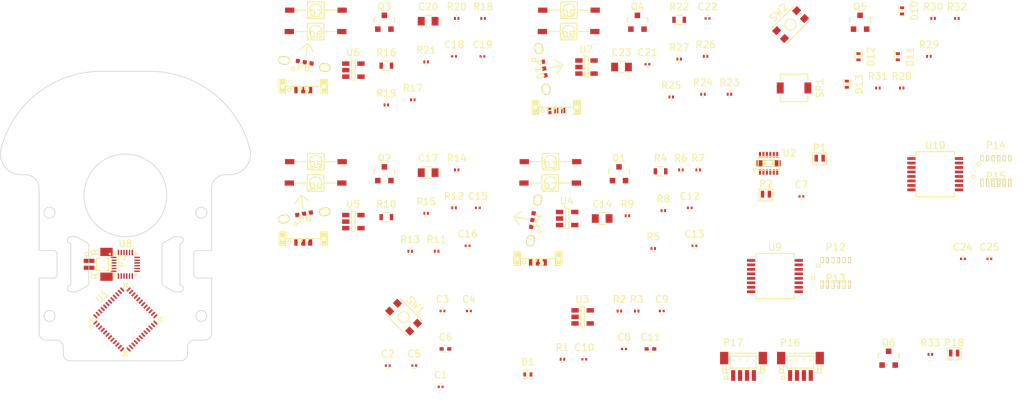
<source format=kicad_pcb>
(kicad_pcb (version 4) (host pcbnew 4.0.1-stable)

  (general
    (links 259)
    (no_connects 259)
    (area 130.332149 74.5 278.930002 133.45)
    (thickness 0.6)
    (drawings 63)
    (tracks 0)
    (zones 0)
    (modules 108)
    (nets 100)
  )

  (page A4)
  (layers
    (0 F.Cu signal)
    (31 B.Cu signal)
    (32 B.Adhes user)
    (33 F.Adhes user)
    (34 B.Paste user)
    (35 F.Paste user)
    (36 B.SilkS user)
    (37 F.SilkS user)
    (38 B.Mask user)
    (39 F.Mask user)
    (40 Dwgs.User user)
    (41 Cmts.User user)
    (42 Eco1.User user)
    (43 Eco2.User user)
    (44 Edge.Cuts user)
    (45 Margin user)
    (46 B.CrtYd user)
    (47 F.CrtYd user)
    (48 B.Fab user)
    (49 F.Fab user)
  )

  (setup
    (last_trace_width 0.25)
    (trace_clearance 0.2)
    (zone_clearance 0.508)
    (zone_45_only no)
    (trace_min 0.2)
    (segment_width 0.2)
    (edge_width 0.1)
    (via_size 0.6)
    (via_drill 0.4)
    (via_min_size 0.4)
    (via_min_drill 0.3)
    (uvia_size 0.3)
    (uvia_drill 0.1)
    (uvias_allowed no)
    (uvia_min_size 0.2)
    (uvia_min_drill 0.1)
    (pcb_text_width 0.3)
    (pcb_text_size 1.5 1.5)
    (mod_edge_width 0.15)
    (mod_text_size 1 1)
    (mod_text_width 0.15)
    (pad_size 1.5 1.5)
    (pad_drill 0.6)
    (pad_to_mask_clearance 0)
    (aux_axis_origin 148.5 113)
    (grid_origin 148.5 113)
    (visible_elements 7FFFF7FF)
    (pcbplotparams
      (layerselection 0x00030_80000001)
      (usegerberextensions false)
      (excludeedgelayer true)
      (linewidth 0.100000)
      (plotframeref false)
      (viasonmask false)
      (mode 1)
      (useauxorigin false)
      (hpglpennumber 1)
      (hpglpenspeed 20)
      (hpglpendiameter 15)
      (hpglpenoverlay 2)
      (psnegative false)
      (psa4output false)
      (plotreference true)
      (plotvalue true)
      (plotinvisibletext false)
      (padsonsilk false)
      (subtractmaskfromsilk false)
      (outputformat 1)
      (mirror false)
      (drillshape 1)
      (scaleselection 1)
      (outputdirectory ""))
  )

  (net 0 "")
  (net 1 GND)
  (net 2 RESET)
  (net 3 "Net-(C6-Pad2)")
  (net 4 +BATT)
  (net 5 "Net-(C9-Pad1)")
  (net 6 PR-RCV-SL)
  (net 7 "Net-(C12-Pad2)")
  (net 8 /FR_SL/LED_to_C)
  (net 9 /FR_SL/s_GND)
  (net 10 PR-RCV-FL)
  (net 11 "Net-(C15-Pad2)")
  (net 12 /IR_RCV_FL/LED_to_C)
  (net 13 /IR_RCV_FL/s_GND)
  (net 14 PR-RCV-FR)
  (net 15 "Net-(C18-Pad2)")
  (net 16 /IR_RCV_FR/LED_to_C)
  (net 17 /IR_RCV_FR/s_GND)
  (net 18 PR-RCV-SR)
  (net 19 "Net-(C21-Pad2)")
  (net 20 /IR_RCV_SR/LED_to_C)
  (net 21 /IR_RCV_SR/s_GND)
  (net 22 /AXIS_SENSOR/AXIS_CAP)
  (net 23 "Net-(D1-Pad2)")
  (net 24 /FR_SL/s_3.3V)
  (net 25 /FR_SL/s_IR_RCV)
  (net 26 /FR_SL/LED_to_FET)
  (net 27 /IR_RCV_FL/s_3.3V)
  (net 28 /IR_RCV_FL/s_IR_RCV)
  (net 29 /IR_RCV_FL/LED_to_FET)
  (net 30 /IR_RCV_FR/s_3.3V)
  (net 31 /IR_RCV_FR/s_IR_RCV)
  (net 32 /IR_RCV_FR/LED_to_FET)
  (net 33 /IR_RCV_SR/s_3.3V)
  (net 34 /IR_RCV_SR/s_IR_RCV)
  (net 35 /IR_RCV_SR/LED_to_FET)
  (net 36 "Net-(D10-Pad2)")
  (net 37 "Net-(D11-Pad2)")
  (net 38 "Net-(D12-Pad2)")
  (net 39 "Net-(D13-Pad2)")
  (net 40 /Motor/MT_OUT_L1)
  (net 41 /Motor/MT_OUT_L2)
  (net 42 /Motor/MT_OUT_R1)
  (net 43 /Motor/MT_OUT_R2)
  (net 44 SWCLK)
  (net 45 SWDIO)
  (net 46 UART-RX)
  (net 47 UART-TX)
  (net 48 "Net-(P18-Pad2)")
  (net 49 /FR_SL/s_IR_LED)
  (net 50 /IR_RCV_FL/s_IR_LED)
  (net 51 /IR_RCV_FR/s_IR_LED)
  (net 52 /IR_RCV_SR/s_IR_LED)
  (net 53 SPEAKER)
  (net 54 FAN)
  (net 55 BAT-VOL)
  (net 56 LED_1)
  (net 57 LED_2)
  (net 58 LED_3)
  (net 59 LED_4)
  (net 60 BUTTON)
  (net 61 ENC_~CS)
  (net 62 ENC_SCK)
  (net 63 ENC_MISO)
  (net 64 PR-LED-FR)
  (net 65 PR-LED-SR)
  (net 66 AXIS_INT)
  (net 67 AXIS_~CS)
  (net 68 AXIS_SCK)
  (net 69 AXIS_MISO)
  (net 70 AXIS_MOSI)
  (net 71 MT-IN-L1)
  (net 72 MT-IN-L2)
  (net 73 MT-IN-R1)
  (net 74 MT-IN-R2)
  (net 75 PR-LED-SL)
  (net 76 PR-LED-FL)
  (net 77 /ENC_L/s_VSS)
  (net 78 /ENC_L/s_MOSI)
  (net 79 /ENC_L/s_MISO)
  (net 80 /ENC_L/s_SCLK)
  (net 81 /ENC_L/s_CSn)
  (net 82 /ENC_L/s_3.3V)
  (net 83 /ENC_R/s_VSS)
  (net 84 /ENC_R/s_MOSI)
  (net 85 /ENC_R/s_MISO)
  (net 86 /ENC_R/s_SCLK)
  (net 87 /ENC_R/s_CSn)
  (net 88 /ENC_R/s_3.3V)
  (net 89 /ENC_L/MISO)
  (net 90 +3V3)
  (net 91 "Net-(C13-Pad2)")
  (net 92 "Net-(C16-Pad2)")
  (net 93 "Net-(C19-Pad2)")
  (net 94 "Net-(C22-Pad2)")
  (net 95 "Net-(Q5-Pad3)")
  (net 96 "Net-(R6-Pad2)")
  (net 97 "Net-(R12-Pad2)")
  (net 98 "Net-(R18-Pad2)")
  (net 99 "Net-(R24-Pad2)")

  (net_class Default "これは標準のネット クラスです。"
    (clearance 0.2)
    (trace_width 0.25)
    (via_dia 0.6)
    (via_drill 0.4)
    (uvia_dia 0.3)
    (uvia_drill 0.1)
    (add_net +3V3)
    (add_net +BATT)
    (add_net /AXIS_SENSOR/AXIS_CAP)
    (add_net /ENC_L/MISO)
    (add_net /ENC_L/s_3.3V)
    (add_net /ENC_L/s_CSn)
    (add_net /ENC_L/s_MISO)
    (add_net /ENC_L/s_MOSI)
    (add_net /ENC_L/s_SCLK)
    (add_net /ENC_L/s_VSS)
    (add_net /ENC_R/s_3.3V)
    (add_net /ENC_R/s_CSn)
    (add_net /ENC_R/s_MISO)
    (add_net /ENC_R/s_MOSI)
    (add_net /ENC_R/s_SCLK)
    (add_net /ENC_R/s_VSS)
    (add_net /FR_SL/LED_to_C)
    (add_net /FR_SL/LED_to_FET)
    (add_net /FR_SL/s_3.3V)
    (add_net /FR_SL/s_GND)
    (add_net /FR_SL/s_IR_LED)
    (add_net /FR_SL/s_IR_RCV)
    (add_net /IR_RCV_FL/LED_to_C)
    (add_net /IR_RCV_FL/LED_to_FET)
    (add_net /IR_RCV_FL/s_3.3V)
    (add_net /IR_RCV_FL/s_GND)
    (add_net /IR_RCV_FL/s_IR_LED)
    (add_net /IR_RCV_FL/s_IR_RCV)
    (add_net /IR_RCV_FR/LED_to_C)
    (add_net /IR_RCV_FR/LED_to_FET)
    (add_net /IR_RCV_FR/s_3.3V)
    (add_net /IR_RCV_FR/s_GND)
    (add_net /IR_RCV_FR/s_IR_LED)
    (add_net /IR_RCV_FR/s_IR_RCV)
    (add_net /IR_RCV_SR/LED_to_C)
    (add_net /IR_RCV_SR/LED_to_FET)
    (add_net /IR_RCV_SR/s_3.3V)
    (add_net /IR_RCV_SR/s_GND)
    (add_net /IR_RCV_SR/s_IR_LED)
    (add_net /IR_RCV_SR/s_IR_RCV)
    (add_net /Motor/MT_OUT_L1)
    (add_net /Motor/MT_OUT_L2)
    (add_net /Motor/MT_OUT_R1)
    (add_net /Motor/MT_OUT_R2)
    (add_net AXIS_INT)
    (add_net AXIS_MISO)
    (add_net AXIS_MOSI)
    (add_net AXIS_SCK)
    (add_net AXIS_~CS)
    (add_net BAT-VOL)
    (add_net BUTTON)
    (add_net ENC_MISO)
    (add_net ENC_SCK)
    (add_net ENC_~CS)
    (add_net FAN)
    (add_net GND)
    (add_net LED_1)
    (add_net LED_2)
    (add_net LED_3)
    (add_net LED_4)
    (add_net MT-IN-L1)
    (add_net MT-IN-L2)
    (add_net MT-IN-R1)
    (add_net MT-IN-R2)
    (add_net "Net-(C12-Pad2)")
    (add_net "Net-(C13-Pad2)")
    (add_net "Net-(C15-Pad2)")
    (add_net "Net-(C16-Pad2)")
    (add_net "Net-(C18-Pad2)")
    (add_net "Net-(C19-Pad2)")
    (add_net "Net-(C21-Pad2)")
    (add_net "Net-(C22-Pad2)")
    (add_net "Net-(C6-Pad2)")
    (add_net "Net-(C9-Pad1)")
    (add_net "Net-(D1-Pad2)")
    (add_net "Net-(D10-Pad2)")
    (add_net "Net-(D11-Pad2)")
    (add_net "Net-(D12-Pad2)")
    (add_net "Net-(D13-Pad2)")
    (add_net "Net-(P18-Pad2)")
    (add_net "Net-(Q5-Pad3)")
    (add_net "Net-(R12-Pad2)")
    (add_net "Net-(R18-Pad2)")
    (add_net "Net-(R24-Pad2)")
    (add_net "Net-(R6-Pad2)")
    (add_net PR-LED-FL)
    (add_net PR-LED-FR)
    (add_net PR-LED-SL)
    (add_net PR-LED-SR)
    (add_net PR-RCV-FL)
    (add_net PR-RCV-FR)
    (add_net PR-RCV-SL)
    (add_net PR-RCV-SR)
    (add_net RESET)
    (add_net SPEAKER)
    (add_net SWCLK)
    (add_net SWDIO)
    (add_net UART-RX)
    (add_net UART-TX)
  )

  (module Capacitors_SMD:C_0201 (layer F.Cu) (tedit 5415D524) (tstamp 589D0703)
    (at 194.187857 130.775)
    (descr "Capacitor SMD 0201, reflow soldering, AVX (see smccp.pdf)")
    (tags "capacitor 0201")
    (path /5894E609)
    (attr smd)
    (fp_text reference C1 (at 0 -1.7) (layer F.SilkS)
      (effects (font (size 1 1) (thickness 0.15)))
    )
    (fp_text value 0.1u (at 0 1.7) (layer F.Fab)
      (effects (font (size 1 1) (thickness 0.15)))
    )
    (fp_line (start -0.7 -0.55) (end 0.7 -0.55) (layer F.CrtYd) (width 0.05))
    (fp_line (start -0.7 0.55) (end 0.7 0.55) (layer F.CrtYd) (width 0.05))
    (fp_line (start -0.7 -0.55) (end -0.7 0.55) (layer F.CrtYd) (width 0.05))
    (fp_line (start 0.7 -0.55) (end 0.7 0.55) (layer F.CrtYd) (width 0.05))
    (fp_line (start 0.125 0.4) (end -0.125 0.4) (layer F.SilkS) (width 0.15))
    (fp_line (start -0.125 -0.4) (end 0.125 -0.4) (layer F.SilkS) (width 0.15))
    (pad 1 smd rect (at -0.275 0) (size 0.3 0.35) (layers F.Cu F.Paste F.Mask)
      (net 1 GND))
    (pad 2 smd rect (at 0.275 0) (size 0.3 0.35) (layers F.Cu F.Paste F.Mask)
      (net 90 +3V3))
    (model Capacitors_SMD.3dshapes/C_0201.wrl
      (at (xyz 0 0 0))
      (scale (xyz 1 1 1))
      (rotate (xyz 0 0 0))
    )
  )

  (module Capacitors_SMD:C_0201 (layer F.Cu) (tedit 5415D524) (tstamp 589D0709)
    (at 186.527857 127.695)
    (descr "Capacitor SMD 0201, reflow soldering, AVX (see smccp.pdf)")
    (tags "capacitor 0201")
    (path /5894E774)
    (attr smd)
    (fp_text reference C2 (at 0 -1.7) (layer F.SilkS)
      (effects (font (size 1 1) (thickness 0.15)))
    )
    (fp_text value 0.1u (at 0 1.7) (layer F.Fab)
      (effects (font (size 1 1) (thickness 0.15)))
    )
    (fp_line (start -0.7 -0.55) (end 0.7 -0.55) (layer F.CrtYd) (width 0.05))
    (fp_line (start -0.7 0.55) (end 0.7 0.55) (layer F.CrtYd) (width 0.05))
    (fp_line (start -0.7 -0.55) (end -0.7 0.55) (layer F.CrtYd) (width 0.05))
    (fp_line (start 0.7 -0.55) (end 0.7 0.55) (layer F.CrtYd) (width 0.05))
    (fp_line (start 0.125 0.4) (end -0.125 0.4) (layer F.SilkS) (width 0.15))
    (fp_line (start -0.125 -0.4) (end 0.125 -0.4) (layer F.SilkS) (width 0.15))
    (pad 1 smd rect (at -0.275 0) (size 0.3 0.35) (layers F.Cu F.Paste F.Mask)
      (net 1 GND))
    (pad 2 smd rect (at 0.275 0) (size 0.3 0.35) (layers F.Cu F.Paste F.Mask)
      (net 90 +3V3))
    (model Capacitors_SMD.3dshapes/C_0201.wrl
      (at (xyz 0 0 0))
      (scale (xyz 1 1 1))
      (rotate (xyz 0 0 0))
    )
  )

  (module Capacitors_SMD:C_0201 (layer F.Cu) (tedit 5415D524) (tstamp 589D070F)
    (at 194.447857 119.775)
    (descr "Capacitor SMD 0201, reflow soldering, AVX (see smccp.pdf)")
    (tags "capacitor 0201")
    (path /5894E88A)
    (attr smd)
    (fp_text reference C3 (at 0 -1.7) (layer F.SilkS)
      (effects (font (size 1 1) (thickness 0.15)))
    )
    (fp_text value 0.1u (at 0 1.7) (layer F.Fab)
      (effects (font (size 1 1) (thickness 0.15)))
    )
    (fp_line (start -0.7 -0.55) (end 0.7 -0.55) (layer F.CrtYd) (width 0.05))
    (fp_line (start -0.7 0.55) (end 0.7 0.55) (layer F.CrtYd) (width 0.05))
    (fp_line (start -0.7 -0.55) (end -0.7 0.55) (layer F.CrtYd) (width 0.05))
    (fp_line (start 0.7 -0.55) (end 0.7 0.55) (layer F.CrtYd) (width 0.05))
    (fp_line (start 0.125 0.4) (end -0.125 0.4) (layer F.SilkS) (width 0.15))
    (fp_line (start -0.125 -0.4) (end 0.125 -0.4) (layer F.SilkS) (width 0.15))
    (pad 1 smd rect (at -0.275 0) (size 0.3 0.35) (layers F.Cu F.Paste F.Mask)
      (net 1 GND))
    (pad 2 smd rect (at 0.275 0) (size 0.3 0.35) (layers F.Cu F.Paste F.Mask)
      (net 90 +3V3))
    (model Capacitors_SMD.3dshapes/C_0201.wrl
      (at (xyz 0 0 0))
      (scale (xyz 1 1 1))
      (rotate (xyz 0 0 0))
    )
  )

  (module Capacitors_SMD:C_0201 (layer F.Cu) (tedit 5415D524) (tstamp 589D0715)
    (at 198.277857 119.775)
    (descr "Capacitor SMD 0201, reflow soldering, AVX (see smccp.pdf)")
    (tags "capacitor 0201")
    (path /58952212)
    (attr smd)
    (fp_text reference C4 (at 0 -1.7) (layer F.SilkS)
      (effects (font (size 1 1) (thickness 0.15)))
    )
    (fp_text value 0.1u (at 0 1.7) (layer F.Fab)
      (effects (font (size 1 1) (thickness 0.15)))
    )
    (fp_line (start -0.7 -0.55) (end 0.7 -0.55) (layer F.CrtYd) (width 0.05))
    (fp_line (start -0.7 0.55) (end 0.7 0.55) (layer F.CrtYd) (width 0.05))
    (fp_line (start -0.7 -0.55) (end -0.7 0.55) (layer F.CrtYd) (width 0.05))
    (fp_line (start 0.7 -0.55) (end 0.7 0.55) (layer F.CrtYd) (width 0.05))
    (fp_line (start 0.125 0.4) (end -0.125 0.4) (layer F.SilkS) (width 0.15))
    (fp_line (start -0.125 -0.4) (end 0.125 -0.4) (layer F.SilkS) (width 0.15))
    (pad 1 smd rect (at -0.275 0) (size 0.3 0.35) (layers F.Cu F.Paste F.Mask)
      (net 1 GND))
    (pad 2 smd rect (at 0.275 0) (size 0.3 0.35) (layers F.Cu F.Paste F.Mask)
      (net 90 +3V3))
    (model Capacitors_SMD.3dshapes/C_0201.wrl
      (at (xyz 0 0 0))
      (scale (xyz 1 1 1))
      (rotate (xyz 0 0 0))
    )
  )

  (module Capacitors_SMD:C_0201 (layer F.Cu) (tedit 5415D524) (tstamp 589D071B)
    (at 190.357857 127.695)
    (descr "Capacitor SMD 0201, reflow soldering, AVX (see smccp.pdf)")
    (tags "capacitor 0201")
    (path /589649B0)
    (attr smd)
    (fp_text reference C5 (at 0 -1.7) (layer F.SilkS)
      (effects (font (size 1 1) (thickness 0.15)))
    )
    (fp_text value 0.1u (at 0 1.7) (layer F.Fab)
      (effects (font (size 1 1) (thickness 0.15)))
    )
    (fp_line (start -0.7 -0.55) (end 0.7 -0.55) (layer F.CrtYd) (width 0.05))
    (fp_line (start -0.7 0.55) (end 0.7 0.55) (layer F.CrtYd) (width 0.05))
    (fp_line (start -0.7 -0.55) (end -0.7 0.55) (layer F.CrtYd) (width 0.05))
    (fp_line (start 0.7 -0.55) (end 0.7 0.55) (layer F.CrtYd) (width 0.05))
    (fp_line (start 0.125 0.4) (end -0.125 0.4) (layer F.SilkS) (width 0.15))
    (fp_line (start -0.125 -0.4) (end 0.125 -0.4) (layer F.SilkS) (width 0.15))
    (pad 1 smd rect (at -0.275 0) (size 0.3 0.35) (layers F.Cu F.Paste F.Mask)
      (net 1 GND))
    (pad 2 smd rect (at 0.275 0) (size 0.3 0.35) (layers F.Cu F.Paste F.Mask)
      (net 2 RESET))
    (model Capacitors_SMD.3dshapes/C_0201.wrl
      (at (xyz 0 0 0))
      (scale (xyz 1 1 1))
      (rotate (xyz 0 0 0))
    )
  )

  (module Capacitors_SMD:C_0402 (layer F.Cu) (tedit 5415D599) (tstamp 589D0721)
    (at 194.876428 125.275)
    (descr "Capacitor SMD 0402, reflow soldering, AVX (see smccp.pdf)")
    (tags "capacitor 0402")
    (path /5894C216)
    (attr smd)
    (fp_text reference C6 (at 0 -1.7) (layer F.SilkS)
      (effects (font (size 1 1) (thickness 0.15)))
    )
    (fp_text value 4.7uF (at 0 1.7) (layer F.Fab)
      (effects (font (size 1 1) (thickness 0.15)))
    )
    (fp_line (start -1.15 -0.6) (end 1.15 -0.6) (layer F.CrtYd) (width 0.05))
    (fp_line (start -1.15 0.6) (end 1.15 0.6) (layer F.CrtYd) (width 0.05))
    (fp_line (start -1.15 -0.6) (end -1.15 0.6) (layer F.CrtYd) (width 0.05))
    (fp_line (start 1.15 -0.6) (end 1.15 0.6) (layer F.CrtYd) (width 0.05))
    (fp_line (start 0.25 -0.475) (end -0.25 -0.475) (layer F.SilkS) (width 0.15))
    (fp_line (start -0.25 0.475) (end 0.25 0.475) (layer F.SilkS) (width 0.15))
    (pad 1 smd rect (at -0.55 0) (size 0.6 0.5) (layers F.Cu F.Paste F.Mask)
      (net 1 GND))
    (pad 2 smd rect (at 0.55 0) (size 0.6 0.5) (layers F.Cu F.Paste F.Mask)
      (net 3 "Net-(C6-Pad2)"))
    (model Capacitors_SMD.3dshapes/C_0402.wrl
      (at (xyz 0 0 0))
      (scale (xyz 1 1 1))
      (rotate (xyz 0 0 0))
    )
  )

  (module Capacitors_SMD:C_0201 (layer F.Cu) (tedit 5415D524) (tstamp 589D0727)
    (at 246.467857 103.145)
    (descr "Capacitor SMD 0201, reflow soldering, AVX (see smccp.pdf)")
    (tags "capacitor 0201")
    (path /57CA18F6/57CCEFE0)
    (attr smd)
    (fp_text reference C7 (at 0 -1.7) (layer F.SilkS)
      (effects (font (size 1 1) (thickness 0.15)))
    )
    (fp_text value 0.1u (at 0 1.7) (layer F.Fab)
      (effects (font (size 1 1) (thickness 0.15)))
    )
    (fp_line (start -0.7 -0.55) (end 0.7 -0.55) (layer F.CrtYd) (width 0.05))
    (fp_line (start -0.7 0.55) (end 0.7 0.55) (layer F.CrtYd) (width 0.05))
    (fp_line (start -0.7 -0.55) (end -0.7 0.55) (layer F.CrtYd) (width 0.05))
    (fp_line (start 0.7 -0.55) (end 0.7 0.55) (layer F.CrtYd) (width 0.05))
    (fp_line (start 0.125 0.4) (end -0.125 0.4) (layer F.SilkS) (width 0.15))
    (fp_line (start -0.125 -0.4) (end 0.125 -0.4) (layer F.SilkS) (width 0.15))
    (pad 1 smd rect (at -0.275 0) (size 0.3 0.35) (layers F.Cu F.Paste F.Mask)
      (net 90 +3V3))
    (pad 2 smd rect (at 0.275 0) (size 0.3 0.35) (layers F.Cu F.Paste F.Mask)
      (net 1 GND))
    (model Capacitors_SMD.3dshapes/C_0201.wrl
      (at (xyz 0 0 0))
      (scale (xyz 1 1 1))
      (rotate (xyz 0 0 0))
    )
  )

  (module Capacitors_SMD:C_0201 (layer F.Cu) (tedit 5415D524) (tstamp 589D072D)
    (at 220.757857 125.275)
    (descr "Capacitor SMD 0201, reflow soldering, AVX (see smccp.pdf)")
    (tags "capacitor 0201")
    (path /57CA15C1/589A7E10)
    (attr smd)
    (fp_text reference C8 (at 0 -1.7) (layer F.SilkS)
      (effects (font (size 1 1) (thickness 0.15)))
    )
    (fp_text value 0.1u (at 0 1.7) (layer F.Fab)
      (effects (font (size 1 1) (thickness 0.15)))
    )
    (fp_line (start -0.7 -0.55) (end 0.7 -0.55) (layer F.CrtYd) (width 0.05))
    (fp_line (start -0.7 0.55) (end 0.7 0.55) (layer F.CrtYd) (width 0.05))
    (fp_line (start -0.7 -0.55) (end -0.7 0.55) (layer F.CrtYd) (width 0.05))
    (fp_line (start 0.7 -0.55) (end 0.7 0.55) (layer F.CrtYd) (width 0.05))
    (fp_line (start 0.125 0.4) (end -0.125 0.4) (layer F.SilkS) (width 0.15))
    (fp_line (start -0.125 -0.4) (end 0.125 -0.4) (layer F.SilkS) (width 0.15))
    (pad 1 smd rect (at -0.275 0) (size 0.3 0.35) (layers F.Cu F.Paste F.Mask)
      (net 4 +BATT))
    (pad 2 smd rect (at 0.275 0) (size 0.3 0.35) (layers F.Cu F.Paste F.Mask)
      (net 1 GND))
    (model Capacitors_SMD.3dshapes/C_0201.wrl
      (at (xyz 0 0 0))
      (scale (xyz 1 1 1))
      (rotate (xyz 0 0 0))
    )
  )

  (module Capacitors_SMD:C_0201 (layer F.Cu) (tedit 5415D524) (tstamp 589D0733)
    (at 226.234047 119.775)
    (descr "Capacitor SMD 0201, reflow soldering, AVX (see smccp.pdf)")
    (tags "capacitor 0201")
    (path /57CA15C1/589F8057)
    (attr smd)
    (fp_text reference C9 (at 0 -1.7) (layer F.SilkS)
      (effects (font (size 1 1) (thickness 0.15)))
    )
    (fp_text value 0.01u (at 0 1.7) (layer F.Fab)
      (effects (font (size 1 1) (thickness 0.15)))
    )
    (fp_line (start -0.7 -0.55) (end 0.7 -0.55) (layer F.CrtYd) (width 0.05))
    (fp_line (start -0.7 0.55) (end 0.7 0.55) (layer F.CrtYd) (width 0.05))
    (fp_line (start -0.7 -0.55) (end -0.7 0.55) (layer F.CrtYd) (width 0.05))
    (fp_line (start 0.7 -0.55) (end 0.7 0.55) (layer F.CrtYd) (width 0.05))
    (fp_line (start 0.125 0.4) (end -0.125 0.4) (layer F.SilkS) (width 0.15))
    (fp_line (start -0.125 -0.4) (end 0.125 -0.4) (layer F.SilkS) (width 0.15))
    (pad 1 smd rect (at -0.275 0) (size 0.3 0.35) (layers F.Cu F.Paste F.Mask)
      (net 5 "Net-(C9-Pad1)"))
    (pad 2 smd rect (at 0.275 0) (size 0.3 0.35) (layers F.Cu F.Paste F.Mask)
      (net 1 GND))
    (model Capacitors_SMD.3dshapes/C_0201.wrl
      (at (xyz 0 0 0))
      (scale (xyz 1 1 1))
      (rotate (xyz 0 0 0))
    )
  )

  (module Capacitors_SMD:C_0201 (layer F.Cu) (tedit 5415D524) (tstamp 589D0739)
    (at 214.997857 126.775)
    (descr "Capacitor SMD 0201, reflow soldering, AVX (see smccp.pdf)")
    (tags "capacitor 0201")
    (path /57CA15C1/589A830F)
    (attr smd)
    (fp_text reference C10 (at 0 -1.7) (layer F.SilkS)
      (effects (font (size 1 1) (thickness 0.15)))
    )
    (fp_text value 0.1u (at 0 1.7) (layer F.Fab)
      (effects (font (size 1 1) (thickness 0.15)))
    )
    (fp_line (start -0.7 -0.55) (end 0.7 -0.55) (layer F.CrtYd) (width 0.05))
    (fp_line (start -0.7 0.55) (end 0.7 0.55) (layer F.CrtYd) (width 0.05))
    (fp_line (start -0.7 -0.55) (end -0.7 0.55) (layer F.CrtYd) (width 0.05))
    (fp_line (start 0.7 -0.55) (end 0.7 0.55) (layer F.CrtYd) (width 0.05))
    (fp_line (start 0.125 0.4) (end -0.125 0.4) (layer F.SilkS) (width 0.15))
    (fp_line (start -0.125 -0.4) (end 0.125 -0.4) (layer F.SilkS) (width 0.15))
    (pad 1 smd rect (at -0.275 0) (size 0.3 0.35) (layers F.Cu F.Paste F.Mask)
      (net 90 +3V3))
    (pad 2 smd rect (at 0.275 0) (size 0.3 0.35) (layers F.Cu F.Paste F.Mask)
      (net 1 GND))
    (model Capacitors_SMD.3dshapes/C_0201.wrl
      (at (xyz 0 0 0))
      (scale (xyz 1 1 1))
      (rotate (xyz 0 0 0))
    )
  )

  (module Capacitors_SMD:C_0402 (layer F.Cu) (tedit 5415D599) (tstamp 589D073F)
    (at 224.587857 125.275)
    (descr "Capacitor SMD 0402, reflow soldering, AVX (see smccp.pdf)")
    (tags "capacitor 0402")
    (path /57CA15C1/589A8858)
    (attr smd)
    (fp_text reference C11 (at 0 -1.7) (layer F.SilkS)
      (effects (font (size 1 1) (thickness 0.15)))
    )
    (fp_text value 4.7u (at 0 1.7) (layer F.Fab)
      (effects (font (size 1 1) (thickness 0.15)))
    )
    (fp_line (start -1.15 -0.6) (end 1.15 -0.6) (layer F.CrtYd) (width 0.05))
    (fp_line (start -1.15 0.6) (end 1.15 0.6) (layer F.CrtYd) (width 0.05))
    (fp_line (start -1.15 -0.6) (end -1.15 0.6) (layer F.CrtYd) (width 0.05))
    (fp_line (start 1.15 -0.6) (end 1.15 0.6) (layer F.CrtYd) (width 0.05))
    (fp_line (start 0.25 -0.475) (end -0.25 -0.475) (layer F.SilkS) (width 0.15))
    (fp_line (start -0.25 0.475) (end 0.25 0.475) (layer F.SilkS) (width 0.15))
    (pad 1 smd rect (at -0.55 0) (size 0.6 0.5) (layers F.Cu F.Paste F.Mask)
      (net 90 +3V3))
    (pad 2 smd rect (at 0.55 0) (size 0.6 0.5) (layers F.Cu F.Paste F.Mask)
      (net 1 GND))
    (model Capacitors_SMD.3dshapes/C_0402.wrl
      (at (xyz 0 0 0))
      (scale (xyz 1 1 1))
      (rotate (xyz 0 0 0))
    )
  )

  (module Capacitors_SMD:C_0201 (layer F.Cu) (tedit 5415D524) (tstamp 589D0745)
    (at 230.287381 104.805)
    (descr "Capacitor SMD 0201, reflow soldering, AVX (see smccp.pdf)")
    (tags "capacitor 0201")
    (path /57CF0B09/57CF0F5E)
    (attr smd)
    (fp_text reference C12 (at 0 -1.7) (layer F.SilkS)
      (effects (font (size 1 1) (thickness 0.15)))
    )
    (fp_text value 22p (at 0 1.7) (layer F.Fab)
      (effects (font (size 1 1) (thickness 0.15)))
    )
    (fp_line (start -0.7 -0.55) (end 0.7 -0.55) (layer F.CrtYd) (width 0.05))
    (fp_line (start -0.7 0.55) (end 0.7 0.55) (layer F.CrtYd) (width 0.05))
    (fp_line (start -0.7 -0.55) (end -0.7 0.55) (layer F.CrtYd) (width 0.05))
    (fp_line (start 0.7 -0.55) (end 0.7 0.55) (layer F.CrtYd) (width 0.05))
    (fp_line (start 0.125 0.4) (end -0.125 0.4) (layer F.SilkS) (width 0.15))
    (fp_line (start -0.125 -0.4) (end 0.125 -0.4) (layer F.SilkS) (width 0.15))
    (pad 1 smd rect (at -0.275 0) (size 0.3 0.35) (layers F.Cu F.Paste F.Mask)
      (net 25 /FR_SL/s_IR_RCV))
    (pad 2 smd rect (at 0.275 0) (size 0.3 0.35) (layers F.Cu F.Paste F.Mask)
      (net 7 "Net-(C12-Pad2)"))
    (model Capacitors_SMD.3dshapes/C_0201.wrl
      (at (xyz 0 0 0))
      (scale (xyz 1 1 1))
      (rotate (xyz 0 0 0))
    )
  )

  (module Capacitors_SMD:C_0201 (layer F.Cu) (tedit 5415D524) (tstamp 589D074B)
    (at 230.954047 110.305)
    (descr "Capacitor SMD 0201, reflow soldering, AVX (see smccp.pdf)")
    (tags "capacitor 0201")
    (path /57CF0B09/57CF0F45)
    (attr smd)
    (fp_text reference C13 (at 0 -1.7) (layer F.SilkS)
      (effects (font (size 1 1) (thickness 0.15)))
    )
    (fp_text value 0.01u (at 0 1.7) (layer F.Fab)
      (effects (font (size 1 1) (thickness 0.15)))
    )
    (fp_line (start -0.7 -0.55) (end 0.7 -0.55) (layer F.CrtYd) (width 0.05))
    (fp_line (start -0.7 0.55) (end 0.7 0.55) (layer F.CrtYd) (width 0.05))
    (fp_line (start -0.7 -0.55) (end -0.7 0.55) (layer F.CrtYd) (width 0.05))
    (fp_line (start 0.7 -0.55) (end 0.7 0.55) (layer F.CrtYd) (width 0.05))
    (fp_line (start 0.125 0.4) (end -0.125 0.4) (layer F.SilkS) (width 0.15))
    (fp_line (start -0.125 -0.4) (end 0.125 -0.4) (layer F.SilkS) (width 0.15))
    (pad 1 smd rect (at -0.275 0) (size 0.3 0.35) (layers F.Cu F.Paste F.Mask)
      (net 7 "Net-(C12-Pad2)"))
    (pad 2 smd rect (at 0.275 0) (size 0.3 0.35) (layers F.Cu F.Paste F.Mask)
      (net 91 "Net-(C13-Pad2)"))
    (model Capacitors_SMD.3dshapes/C_0201.wrl
      (at (xyz 0 0 0))
      (scale (xyz 1 1 1))
      (rotate (xyz 0 0 0))
    )
  )

  (module Capacitors_SMD:C_0201 (layer F.Cu) (tedit 5415D524) (tstamp 589D0757)
    (at 199.577381 104.805)
    (descr "Capacitor SMD 0201, reflow soldering, AVX (see smccp.pdf)")
    (tags "capacitor 0201")
    (path /57CF289D/57CF0F5E)
    (attr smd)
    (fp_text reference C15 (at 0 -1.7) (layer F.SilkS)
      (effects (font (size 1 1) (thickness 0.15)))
    )
    (fp_text value 22p (at 0 1.7) (layer F.Fab)
      (effects (font (size 1 1) (thickness 0.15)))
    )
    (fp_line (start -0.7 -0.55) (end 0.7 -0.55) (layer F.CrtYd) (width 0.05))
    (fp_line (start -0.7 0.55) (end 0.7 0.55) (layer F.CrtYd) (width 0.05))
    (fp_line (start -0.7 -0.55) (end -0.7 0.55) (layer F.CrtYd) (width 0.05))
    (fp_line (start 0.7 -0.55) (end 0.7 0.55) (layer F.CrtYd) (width 0.05))
    (fp_line (start 0.125 0.4) (end -0.125 0.4) (layer F.SilkS) (width 0.15))
    (fp_line (start -0.125 -0.4) (end 0.125 -0.4) (layer F.SilkS) (width 0.15))
    (pad 1 smd rect (at -0.275 0) (size 0.3 0.35) (layers F.Cu F.Paste F.Mask)
      (net 28 /IR_RCV_FL/s_IR_RCV))
    (pad 2 smd rect (at 0.275 0) (size 0.3 0.35) (layers F.Cu F.Paste F.Mask)
      (net 11 "Net-(C15-Pad2)"))
    (model Capacitors_SMD.3dshapes/C_0201.wrl
      (at (xyz 0 0 0))
      (scale (xyz 1 1 1))
      (rotate (xyz 0 0 0))
    )
  )

  (module Capacitors_SMD:C_0201 (layer F.Cu) (tedit 5415D524) (tstamp 589D075D)
    (at 198.094047 110.305)
    (descr "Capacitor SMD 0201, reflow soldering, AVX (see smccp.pdf)")
    (tags "capacitor 0201")
    (path /57CF289D/57CF0F45)
    (attr smd)
    (fp_text reference C16 (at 0 -1.7) (layer F.SilkS)
      (effects (font (size 1 1) (thickness 0.15)))
    )
    (fp_text value 0.01u (at 0 1.7) (layer F.Fab)
      (effects (font (size 1 1) (thickness 0.15)))
    )
    (fp_line (start -0.7 -0.55) (end 0.7 -0.55) (layer F.CrtYd) (width 0.05))
    (fp_line (start -0.7 0.55) (end 0.7 0.55) (layer F.CrtYd) (width 0.05))
    (fp_line (start -0.7 -0.55) (end -0.7 0.55) (layer F.CrtYd) (width 0.05))
    (fp_line (start 0.7 -0.55) (end 0.7 0.55) (layer F.CrtYd) (width 0.05))
    (fp_line (start 0.125 0.4) (end -0.125 0.4) (layer F.SilkS) (width 0.15))
    (fp_line (start -0.125 -0.4) (end 0.125 -0.4) (layer F.SilkS) (width 0.15))
    (pad 1 smd rect (at -0.275 0) (size 0.3 0.35) (layers F.Cu F.Paste F.Mask)
      (net 11 "Net-(C15-Pad2)"))
    (pad 2 smd rect (at 0.275 0) (size 0.3 0.35) (layers F.Cu F.Paste F.Mask)
      (net 92 "Net-(C16-Pad2)"))
    (model Capacitors_SMD.3dshapes/C_0201.wrl
      (at (xyz 0 0 0))
      (scale (xyz 1 1 1))
      (rotate (xyz 0 0 0))
    )
  )

  (module Capacitors_SMD:C_0201 (layer F.Cu) (tedit 5415D524) (tstamp 589D0769)
    (at 196.127381 82.825)
    (descr "Capacitor SMD 0201, reflow soldering, AVX (see smccp.pdf)")
    (tags "capacitor 0201")
    (path /57CF292E/57CF0F5E)
    (attr smd)
    (fp_text reference C18 (at 0 -1.7) (layer F.SilkS)
      (effects (font (size 1 1) (thickness 0.15)))
    )
    (fp_text value 22p (at 0 1.7) (layer F.Fab)
      (effects (font (size 1 1) (thickness 0.15)))
    )
    (fp_line (start -0.7 -0.55) (end 0.7 -0.55) (layer F.CrtYd) (width 0.05))
    (fp_line (start -0.7 0.55) (end 0.7 0.55) (layer F.CrtYd) (width 0.05))
    (fp_line (start -0.7 -0.55) (end -0.7 0.55) (layer F.CrtYd) (width 0.05))
    (fp_line (start 0.7 -0.55) (end 0.7 0.55) (layer F.CrtYd) (width 0.05))
    (fp_line (start 0.125 0.4) (end -0.125 0.4) (layer F.SilkS) (width 0.15))
    (fp_line (start -0.125 -0.4) (end 0.125 -0.4) (layer F.SilkS) (width 0.15))
    (pad 1 smd rect (at -0.275 0) (size 0.3 0.35) (layers F.Cu F.Paste F.Mask)
      (net 31 /IR_RCV_FR/s_IR_RCV))
    (pad 2 smd rect (at 0.275 0) (size 0.3 0.35) (layers F.Cu F.Paste F.Mask)
      (net 15 "Net-(C18-Pad2)"))
    (model Capacitors_SMD.3dshapes/C_0201.wrl
      (at (xyz 0 0 0))
      (scale (xyz 1 1 1))
      (rotate (xyz 0 0 0))
    )
  )

  (module Capacitors_SMD:C_0201 (layer F.Cu) (tedit 5415D524) (tstamp 589D076F)
    (at 200.244047 82.825)
    (descr "Capacitor SMD 0201, reflow soldering, AVX (see smccp.pdf)")
    (tags "capacitor 0201")
    (path /57CF292E/57CF0F45)
    (attr smd)
    (fp_text reference C19 (at 0 -1.7) (layer F.SilkS)
      (effects (font (size 1 1) (thickness 0.15)))
    )
    (fp_text value 0.01u (at 0 1.7) (layer F.Fab)
      (effects (font (size 1 1) (thickness 0.15)))
    )
    (fp_line (start -0.7 -0.55) (end 0.7 -0.55) (layer F.CrtYd) (width 0.05))
    (fp_line (start -0.7 0.55) (end 0.7 0.55) (layer F.CrtYd) (width 0.05))
    (fp_line (start -0.7 -0.55) (end -0.7 0.55) (layer F.CrtYd) (width 0.05))
    (fp_line (start 0.7 -0.55) (end 0.7 0.55) (layer F.CrtYd) (width 0.05))
    (fp_line (start 0.125 0.4) (end -0.125 0.4) (layer F.SilkS) (width 0.15))
    (fp_line (start -0.125 -0.4) (end 0.125 -0.4) (layer F.SilkS) (width 0.15))
    (pad 1 smd rect (at -0.275 0) (size 0.3 0.35) (layers F.Cu F.Paste F.Mask)
      (net 15 "Net-(C18-Pad2)"))
    (pad 2 smd rect (at 0.275 0) (size 0.3 0.35) (layers F.Cu F.Paste F.Mask)
      (net 93 "Net-(C19-Pad2)"))
    (model Capacitors_SMD.3dshapes/C_0201.wrl
      (at (xyz 0 0 0))
      (scale (xyz 1 1 1))
      (rotate (xyz 0 0 0))
    )
  )

  (module Capacitors_SMD:C_0201 (layer F.Cu) (tedit 5415D524) (tstamp 589D077B)
    (at 224.147381 83.975)
    (descr "Capacitor SMD 0201, reflow soldering, AVX (see smccp.pdf)")
    (tags "capacitor 0201")
    (path /57CF2A30/57CF0F5E)
    (attr smd)
    (fp_text reference C21 (at 0 -1.7) (layer F.SilkS)
      (effects (font (size 1 1) (thickness 0.15)))
    )
    (fp_text value 22p (at 0 1.7) (layer F.Fab)
      (effects (font (size 1 1) (thickness 0.15)))
    )
    (fp_line (start -0.7 -0.55) (end 0.7 -0.55) (layer F.CrtYd) (width 0.05))
    (fp_line (start -0.7 0.55) (end 0.7 0.55) (layer F.CrtYd) (width 0.05))
    (fp_line (start -0.7 -0.55) (end -0.7 0.55) (layer F.CrtYd) (width 0.05))
    (fp_line (start 0.7 -0.55) (end 0.7 0.55) (layer F.CrtYd) (width 0.05))
    (fp_line (start 0.125 0.4) (end -0.125 0.4) (layer F.SilkS) (width 0.15))
    (fp_line (start -0.125 -0.4) (end 0.125 -0.4) (layer F.SilkS) (width 0.15))
    (pad 1 smd rect (at -0.275 0) (size 0.3 0.35) (layers F.Cu F.Paste F.Mask)
      (net 34 /IR_RCV_SR/s_IR_RCV))
    (pad 2 smd rect (at 0.275 0) (size 0.3 0.35) (layers F.Cu F.Paste F.Mask)
      (net 19 "Net-(C21-Pad2)"))
    (model Capacitors_SMD.3dshapes/C_0201.wrl
      (at (xyz 0 0 0))
      (scale (xyz 1 1 1))
      (rotate (xyz 0 0 0))
    )
  )

  (module Capacitors_SMD:C_0201 (layer F.Cu) (tedit 5415D524) (tstamp 589D0781)
    (at 232.864047 77.325)
    (descr "Capacitor SMD 0201, reflow soldering, AVX (see smccp.pdf)")
    (tags "capacitor 0201")
    (path /57CF2A30/57CF0F45)
    (attr smd)
    (fp_text reference C22 (at 0 -1.7) (layer F.SilkS)
      (effects (font (size 1 1) (thickness 0.15)))
    )
    (fp_text value 0.01u (at 0 1.7) (layer F.Fab)
      (effects (font (size 1 1) (thickness 0.15)))
    )
    (fp_line (start -0.7 -0.55) (end 0.7 -0.55) (layer F.CrtYd) (width 0.05))
    (fp_line (start -0.7 0.55) (end 0.7 0.55) (layer F.CrtYd) (width 0.05))
    (fp_line (start -0.7 -0.55) (end -0.7 0.55) (layer F.CrtYd) (width 0.05))
    (fp_line (start 0.7 -0.55) (end 0.7 0.55) (layer F.CrtYd) (width 0.05))
    (fp_line (start 0.125 0.4) (end -0.125 0.4) (layer F.SilkS) (width 0.15))
    (fp_line (start -0.125 -0.4) (end 0.125 -0.4) (layer F.SilkS) (width 0.15))
    (pad 1 smd rect (at -0.275 0) (size 0.3 0.35) (layers F.Cu F.Paste F.Mask)
      (net 19 "Net-(C21-Pad2)"))
    (pad 2 smd rect (at 0.275 0) (size 0.3 0.35) (layers F.Cu F.Paste F.Mask)
      (net 94 "Net-(C22-Pad2)"))
    (model Capacitors_SMD.3dshapes/C_0201.wrl
      (at (xyz 0 0 0))
      (scale (xyz 1 1 1))
      (rotate (xyz 0 0 0))
    )
  )

  (module Capacitors_SMD:C_0201 (layer F.Cu) (tedit 5415D524) (tstamp 589D078D)
    (at 269.867857 112.205)
    (descr "Capacitor SMD 0201, reflow soldering, AVX (see smccp.pdf)")
    (tags "capacitor 0201")
    (path /57CC33F6/57CCB9B9)
    (attr smd)
    (fp_text reference C24 (at 0 -1.7) (layer F.SilkS)
      (effects (font (size 1 1) (thickness 0.15)))
    )
    (fp_text value 0.1u (at 0 1.7) (layer F.Fab)
      (effects (font (size 1 1) (thickness 0.15)))
    )
    (fp_line (start -0.7 -0.55) (end 0.7 -0.55) (layer F.CrtYd) (width 0.05))
    (fp_line (start -0.7 0.55) (end 0.7 0.55) (layer F.CrtYd) (width 0.05))
    (fp_line (start -0.7 -0.55) (end -0.7 0.55) (layer F.CrtYd) (width 0.05))
    (fp_line (start 0.7 -0.55) (end 0.7 0.55) (layer F.CrtYd) (width 0.05))
    (fp_line (start 0.125 0.4) (end -0.125 0.4) (layer F.SilkS) (width 0.15))
    (fp_line (start -0.125 -0.4) (end 0.125 -0.4) (layer F.SilkS) (width 0.15))
    (pad 1 smd rect (at -0.275 0) (size 0.3 0.35) (layers F.Cu F.Paste F.Mask)
      (net 1 GND))
    (pad 2 smd rect (at 0.275 0) (size 0.3 0.35) (layers F.Cu F.Paste F.Mask)
      (net 90 +3V3))
    (model Capacitors_SMD.3dshapes/C_0201.wrl
      (at (xyz 0 0 0))
      (scale (xyz 1 1 1))
      (rotate (xyz 0 0 0))
    )
  )

  (module Capacitors_SMD:C_0201 (layer F.Cu) (tedit 5415D524) (tstamp 589D0793)
    (at 273.697857 112.205)
    (descr "Capacitor SMD 0201, reflow soldering, AVX (see smccp.pdf)")
    (tags "capacitor 0201")
    (path /57CC33F6/57CCABB6)
    (attr smd)
    (fp_text reference C25 (at 0 -1.7) (layer F.SilkS)
      (effects (font (size 1 1) (thickness 0.15)))
    )
    (fp_text value 0.1u (at 0 1.7) (layer F.Fab)
      (effects (font (size 1 1) (thickness 0.15)))
    )
    (fp_line (start -0.7 -0.55) (end 0.7 -0.55) (layer F.CrtYd) (width 0.05))
    (fp_line (start -0.7 0.55) (end 0.7 0.55) (layer F.CrtYd) (width 0.05))
    (fp_line (start -0.7 -0.55) (end -0.7 0.55) (layer F.CrtYd) (width 0.05))
    (fp_line (start 0.7 -0.55) (end 0.7 0.55) (layer F.CrtYd) (width 0.05))
    (fp_line (start 0.125 0.4) (end -0.125 0.4) (layer F.SilkS) (width 0.15))
    (fp_line (start -0.125 -0.4) (end 0.125 -0.4) (layer F.SilkS) (width 0.15))
    (pad 1 smd rect (at -0.275 0) (size 0.3 0.35) (layers F.Cu F.Paste F.Mask)
      (net 22 /AXIS_SENSOR/AXIS_CAP))
    (pad 2 smd rect (at 0.275 0) (size 0.3 0.35) (layers F.Cu F.Paste F.Mask)
      (net 1 GND))
    (model Capacitors_SMD.3dshapes/C_0201.wrl
      (at (xyz 0 0 0))
      (scale (xyz 1 1 1))
      (rotate (xyz 0 0 0))
    )
  )

  (module LEDs:LED_0402 (layer F.Cu) (tedit 5710AA4B) (tstamp 589D0799)
    (at 206.819286 128.975)
    (descr "LED 0402 smd package")
    (tags "LED led 0402 SMD smd SMT smt smdled SMDLED smtled SMTLED")
    (path /57CA15C1/57D008F5)
    (attr smd)
    (fp_text reference D1 (at 0 -1.8) (layer F.SilkS)
      (effects (font (size 1 1) (thickness 0.15)))
    )
    (fp_text value Power (at 0 1.8) (layer F.Fab)
      (effects (font (size 1 1) (thickness 0.15)))
    )
    (fp_line (start -0.1 0) (end 0.1 0.25) (layer F.SilkS) (width 0.15))
    (fp_line (start 0.1 -0.25) (end -0.1 0) (layer F.SilkS) (width 0.15))
    (fp_line (start -0.95 -0.65) (end 0.95 -0.65) (layer F.CrtYd) (width 0.05))
    (fp_line (start -0.95 0.65) (end 0.95 0.65) (layer F.CrtYd) (width 0.05))
    (fp_line (start -0.95 -0.65) (end -0.95 0.65) (layer F.CrtYd) (width 0.05))
    (fp_line (start 0.95 -0.65) (end 0.95 0.65) (layer F.CrtYd) (width 0.05))
    (fp_line (start 0.25 -0.525) (end -0.8 -0.525) (layer F.SilkS) (width 0.15))
    (fp_line (start 0.25 0.525) (end -0.8 0.525) (layer F.SilkS) (width 0.15))
    (pad 1 smd rect (at -0.45 0) (size 0.4 0.6) (layers F.Cu F.Paste F.Mask)
      (net 1 GND))
    (pad 2 smd rect (at 0.45 0) (size 0.4 0.6) (layers F.Cu F.Paste F.Mask)
      (net 23 "Net-(D1-Pad2)"))
    (model LEDs.3dshapes/LED_0402.wrl
      (at (xyz 0 0 0))
      (scale (xyz 1 1 1))
      (rotate (xyz 0 0 180))
    )
  )

  (module mouse:VISHAY_DIODE (layer F.Cu) (tedit 589C1CD5) (tstamp 589D07A7)
    (at 210.060714 101.205)
    (path /57CF0B09/589BEE35)
    (fp_text reference D2 (at 0 0.5) (layer F.SilkS)
      (effects (font (size 1 1) (thickness 0.15)))
    )
    (fp_text value VEMD2020X01 (at 0 -0.5) (layer F.Fab)
      (effects (font (size 1 1) (thickness 0.15)))
    )
    (fp_line (start -0.8 1.2) (end -1.2 0.8) (layer F.SilkS) (width 0.15))
    (fp_line (start 1.2 0) (end 3 0) (layer F.SilkS) (width 0.15))
    (fp_line (start -1.2 0) (end -3 0) (layer F.SilkS) (width 0.15))
    (fp_circle (center 0 0) (end 0.9 0) (layer F.SilkS) (width 0.15))
    (fp_line (start -1.2 -1.2) (end -1.2 1.2) (layer F.SilkS) (width 0.15))
    (fp_line (start -1.2 1.2) (end 1.2 1.2) (layer F.SilkS) (width 0.15))
    (fp_line (start 1.2 1.2) (end 1.2 -1.2) (layer F.SilkS) (width 0.15))
    (fp_line (start 1.2 -1.2) (end -1.2 -1.2) (layer F.SilkS) (width 0.15))
    (pad 1 smd rect (at -3.8 0) (size 1.35 0.75) (layers F.Cu F.Paste F.Mask)
      (net 24 /FR_SL/s_3.3V))
    (pad 2 smd rect (at 3.8 0) (size 1.35 0.75) (layers F.Cu F.Paste F.Mask)
      (net 91 "Net-(C13-Pad2)"))
  )

  (module mouse:VISHAY_DIODE (layer F.Cu) (tedit 589C1CD5) (tstamp 589D07B5)
    (at 210.108333 98.105)
    (path /57CF0B09/589BE766)
    (fp_text reference D3 (at 0 0.5) (layer F.SilkS)
      (effects (font (size 1 1) (thickness 0.15)))
    )
    (fp_text value VSMB294008G (at 0 -0.5) (layer F.Fab)
      (effects (font (size 1 1) (thickness 0.15)))
    )
    (fp_line (start -0.8 1.2) (end -1.2 0.8) (layer F.SilkS) (width 0.15))
    (fp_line (start 1.2 0) (end 3 0) (layer F.SilkS) (width 0.15))
    (fp_line (start -1.2 0) (end -3 0) (layer F.SilkS) (width 0.15))
    (fp_circle (center 0 0) (end 0.9 0) (layer F.SilkS) (width 0.15))
    (fp_line (start -1.2 -1.2) (end -1.2 1.2) (layer F.SilkS) (width 0.15))
    (fp_line (start -1.2 1.2) (end 1.2 1.2) (layer F.SilkS) (width 0.15))
    (fp_line (start 1.2 1.2) (end 1.2 -1.2) (layer F.SilkS) (width 0.15))
    (fp_line (start 1.2 -1.2) (end -1.2 -1.2) (layer F.SilkS) (width 0.15))
    (pad 1 smd rect (at -3.8 0) (size 1.35 0.75) (layers F.Cu F.Paste F.Mask)
      (net 26 /FR_SL/LED_to_FET))
    (pad 2 smd rect (at 3.8 0) (size 1.35 0.75) (layers F.Cu F.Paste F.Mask)
      (net 8 /FR_SL/LED_to_C))
  )

  (module mouse:VISHAY_DIODE (layer F.Cu) (tedit 589C1CD5) (tstamp 589D07C3)
    (at 176.060714 101.205)
    (path /57CF289D/589BEE35)
    (fp_text reference D4 (at 0 0.5) (layer F.SilkS)
      (effects (font (size 1 1) (thickness 0.15)))
    )
    (fp_text value VEMD2020X01 (at 0 -0.5) (layer F.Fab)
      (effects (font (size 1 1) (thickness 0.15)))
    )
    (fp_line (start -0.8 1.2) (end -1.2 0.8) (layer F.SilkS) (width 0.15))
    (fp_line (start 1.2 0) (end 3 0) (layer F.SilkS) (width 0.15))
    (fp_line (start -1.2 0) (end -3 0) (layer F.SilkS) (width 0.15))
    (fp_circle (center 0 0) (end 0.9 0) (layer F.SilkS) (width 0.15))
    (fp_line (start -1.2 -1.2) (end -1.2 1.2) (layer F.SilkS) (width 0.15))
    (fp_line (start -1.2 1.2) (end 1.2 1.2) (layer F.SilkS) (width 0.15))
    (fp_line (start 1.2 1.2) (end 1.2 -1.2) (layer F.SilkS) (width 0.15))
    (fp_line (start 1.2 -1.2) (end -1.2 -1.2) (layer F.SilkS) (width 0.15))
    (pad 1 smd rect (at -3.8 0) (size 1.35 0.75) (layers F.Cu F.Paste F.Mask)
      (net 27 /IR_RCV_FL/s_3.3V))
    (pad 2 smd rect (at 3.8 0) (size 1.35 0.75) (layers F.Cu F.Paste F.Mask)
      (net 92 "Net-(C16-Pad2)"))
  )

  (module mouse:VISHAY_DIODE (layer F.Cu) (tedit 589C1CD5) (tstamp 589D07D1)
    (at 176.108333 98.105)
    (path /57CF289D/589BE766)
    (fp_text reference D5 (at 0 0.5) (layer F.SilkS)
      (effects (font (size 1 1) (thickness 0.15)))
    )
    (fp_text value VSMB294008G (at 0 -0.5) (layer F.Fab)
      (effects (font (size 1 1) (thickness 0.15)))
    )
    (fp_line (start -0.8 1.2) (end -1.2 0.8) (layer F.SilkS) (width 0.15))
    (fp_line (start 1.2 0) (end 3 0) (layer F.SilkS) (width 0.15))
    (fp_line (start -1.2 0) (end -3 0) (layer F.SilkS) (width 0.15))
    (fp_circle (center 0 0) (end 0.9 0) (layer F.SilkS) (width 0.15))
    (fp_line (start -1.2 -1.2) (end -1.2 1.2) (layer F.SilkS) (width 0.15))
    (fp_line (start -1.2 1.2) (end 1.2 1.2) (layer F.SilkS) (width 0.15))
    (fp_line (start 1.2 1.2) (end 1.2 -1.2) (layer F.SilkS) (width 0.15))
    (fp_line (start 1.2 -1.2) (end -1.2 -1.2) (layer F.SilkS) (width 0.15))
    (pad 1 smd rect (at -3.8 0) (size 1.35 0.75) (layers F.Cu F.Paste F.Mask)
      (net 29 /IR_RCV_FL/LED_to_FET))
    (pad 2 smd rect (at 3.8 0) (size 1.35 0.75) (layers F.Cu F.Paste F.Mask)
      (net 12 /IR_RCV_FL/LED_to_C))
  )

  (module mouse:VISHAY_DIODE (layer F.Cu) (tedit 589C1CD5) (tstamp 589D07DF)
    (at 176.060714 79.225)
    (path /57CF292E/589BEE35)
    (fp_text reference D6 (at 0 0.5) (layer F.SilkS)
      (effects (font (size 1 1) (thickness 0.15)))
    )
    (fp_text value VEMD2020X01 (at 0 -0.5) (layer F.Fab)
      (effects (font (size 1 1) (thickness 0.15)))
    )
    (fp_line (start -0.8 1.2) (end -1.2 0.8) (layer F.SilkS) (width 0.15))
    (fp_line (start 1.2 0) (end 3 0) (layer F.SilkS) (width 0.15))
    (fp_line (start -1.2 0) (end -3 0) (layer F.SilkS) (width 0.15))
    (fp_circle (center 0 0) (end 0.9 0) (layer F.SilkS) (width 0.15))
    (fp_line (start -1.2 -1.2) (end -1.2 1.2) (layer F.SilkS) (width 0.15))
    (fp_line (start -1.2 1.2) (end 1.2 1.2) (layer F.SilkS) (width 0.15))
    (fp_line (start 1.2 1.2) (end 1.2 -1.2) (layer F.SilkS) (width 0.15))
    (fp_line (start 1.2 -1.2) (end -1.2 -1.2) (layer F.SilkS) (width 0.15))
    (pad 1 smd rect (at -3.8 0) (size 1.35 0.75) (layers F.Cu F.Paste F.Mask)
      (net 30 /IR_RCV_FR/s_3.3V))
    (pad 2 smd rect (at 3.8 0) (size 1.35 0.75) (layers F.Cu F.Paste F.Mask)
      (net 93 "Net-(C19-Pad2)"))
  )

  (module mouse:VISHAY_DIODE (layer F.Cu) (tedit 589C1CD5) (tstamp 589D07ED)
    (at 176.108333 76.125)
    (path /57CF292E/589BE766)
    (fp_text reference D7 (at 0 0.5) (layer F.SilkS)
      (effects (font (size 1 1) (thickness 0.15)))
    )
    (fp_text value VSMB294008G (at 0 -0.5) (layer F.Fab)
      (effects (font (size 1 1) (thickness 0.15)))
    )
    (fp_line (start -0.8 1.2) (end -1.2 0.8) (layer F.SilkS) (width 0.15))
    (fp_line (start 1.2 0) (end 3 0) (layer F.SilkS) (width 0.15))
    (fp_line (start -1.2 0) (end -3 0) (layer F.SilkS) (width 0.15))
    (fp_circle (center 0 0) (end 0.9 0) (layer F.SilkS) (width 0.15))
    (fp_line (start -1.2 -1.2) (end -1.2 1.2) (layer F.SilkS) (width 0.15))
    (fp_line (start -1.2 1.2) (end 1.2 1.2) (layer F.SilkS) (width 0.15))
    (fp_line (start 1.2 1.2) (end 1.2 -1.2) (layer F.SilkS) (width 0.15))
    (fp_line (start 1.2 -1.2) (end -1.2 -1.2) (layer F.SilkS) (width 0.15))
    (pad 1 smd rect (at -3.8 0) (size 1.35 0.75) (layers F.Cu F.Paste F.Mask)
      (net 32 /IR_RCV_FR/LED_to_FET))
    (pad 2 smd rect (at 3.8 0) (size 1.35 0.75) (layers F.Cu F.Paste F.Mask)
      (net 16 /IR_RCV_FR/LED_to_C))
  )

  (module mouse:VISHAY_DIODE (layer F.Cu) (tedit 589C1CD5) (tstamp 589D07FB)
    (at 212.730714 79.225)
    (path /57CF2A30/589BEE35)
    (fp_text reference D8 (at 0 0.5) (layer F.SilkS)
      (effects (font (size 1 1) (thickness 0.15)))
    )
    (fp_text value VEMD2020X01 (at 0 -0.5) (layer F.Fab)
      (effects (font (size 1 1) (thickness 0.15)))
    )
    (fp_line (start -0.8 1.2) (end -1.2 0.8) (layer F.SilkS) (width 0.15))
    (fp_line (start 1.2 0) (end 3 0) (layer F.SilkS) (width 0.15))
    (fp_line (start -1.2 0) (end -3 0) (layer F.SilkS) (width 0.15))
    (fp_circle (center 0 0) (end 0.9 0) (layer F.SilkS) (width 0.15))
    (fp_line (start -1.2 -1.2) (end -1.2 1.2) (layer F.SilkS) (width 0.15))
    (fp_line (start -1.2 1.2) (end 1.2 1.2) (layer F.SilkS) (width 0.15))
    (fp_line (start 1.2 1.2) (end 1.2 -1.2) (layer F.SilkS) (width 0.15))
    (fp_line (start 1.2 -1.2) (end -1.2 -1.2) (layer F.SilkS) (width 0.15))
    (pad 1 smd rect (at -3.8 0) (size 1.35 0.75) (layers F.Cu F.Paste F.Mask)
      (net 33 /IR_RCV_SR/s_3.3V))
    (pad 2 smd rect (at 3.8 0) (size 1.35 0.75) (layers F.Cu F.Paste F.Mask)
      (net 94 "Net-(C22-Pad2)"))
  )

  (module mouse:VISHAY_DIODE (layer F.Cu) (tedit 589C1CD5) (tstamp 589D0809)
    (at 212.778333 76.125)
    (path /57CF2A30/589BE766)
    (fp_text reference D9 (at 0 0.5) (layer F.SilkS)
      (effects (font (size 1 1) (thickness 0.15)))
    )
    (fp_text value VSMB294008G (at 0 -0.5) (layer F.Fab)
      (effects (font (size 1 1) (thickness 0.15)))
    )
    (fp_line (start -0.8 1.2) (end -1.2 0.8) (layer F.SilkS) (width 0.15))
    (fp_line (start 1.2 0) (end 3 0) (layer F.SilkS) (width 0.15))
    (fp_line (start -1.2 0) (end -3 0) (layer F.SilkS) (width 0.15))
    (fp_circle (center 0 0) (end 0.9 0) (layer F.SilkS) (width 0.15))
    (fp_line (start -1.2 -1.2) (end -1.2 1.2) (layer F.SilkS) (width 0.15))
    (fp_line (start -1.2 1.2) (end 1.2 1.2) (layer F.SilkS) (width 0.15))
    (fp_line (start 1.2 1.2) (end 1.2 -1.2) (layer F.SilkS) (width 0.15))
    (fp_line (start 1.2 -1.2) (end -1.2 -1.2) (layer F.SilkS) (width 0.15))
    (pad 1 smd rect (at -3.8 0) (size 1.35 0.75) (layers F.Cu F.Paste F.Mask)
      (net 35 /IR_RCV_SR/LED_to_FET))
    (pad 2 smd rect (at 3.8 0) (size 1.35 0.75) (layers F.Cu F.Paste F.Mask)
      (net 20 /IR_RCV_SR/LED_to_C))
  )

  (module LEDs:LED_0402 (layer F.Cu) (tedit 5710AA4B) (tstamp 589D080F)
    (at 261.045 76.227381 270)
    (descr "LED 0402 smd package")
    (tags "LED led 0402 SMD smd SMT smt smdled SMDLED smtled SMTLED")
    (path /57CD8D81/57CE80D9)
    (attr smd)
    (fp_text reference D10 (at 0 -1.8 270) (layer F.SilkS)
      (effects (font (size 1 1) (thickness 0.15)))
    )
    (fp_text value LED (at 0 1.8 270) (layer F.Fab)
      (effects (font (size 1 1) (thickness 0.15)))
    )
    (fp_line (start -0.1 0) (end 0.1 0.25) (layer F.SilkS) (width 0.15))
    (fp_line (start 0.1 -0.25) (end -0.1 0) (layer F.SilkS) (width 0.15))
    (fp_line (start -0.95 -0.65) (end 0.95 -0.65) (layer F.CrtYd) (width 0.05))
    (fp_line (start -0.95 0.65) (end 0.95 0.65) (layer F.CrtYd) (width 0.05))
    (fp_line (start -0.95 -0.65) (end -0.95 0.65) (layer F.CrtYd) (width 0.05))
    (fp_line (start 0.95 -0.65) (end 0.95 0.65) (layer F.CrtYd) (width 0.05))
    (fp_line (start 0.25 -0.525) (end -0.8 -0.525) (layer F.SilkS) (width 0.15))
    (fp_line (start 0.25 0.525) (end -0.8 0.525) (layer F.SilkS) (width 0.15))
    (pad 1 smd rect (at -0.45 0 270) (size 0.4 0.6) (layers F.Cu F.Paste F.Mask)
      (net 1 GND))
    (pad 2 smd rect (at 0.45 0 270) (size 0.4 0.6) (layers F.Cu F.Paste F.Mask)
      (net 36 "Net-(D10-Pad2)"))
    (model LEDs.3dshapes/LED_0402.wrl
      (at (xyz 0 0 0))
      (scale (xyz 1 1 1))
      (rotate (xyz 0 0 180))
    )
  )

  (module LEDs:LED_0402 (layer F.Cu) (tedit 5710AA4B) (tstamp 589D0815)
    (at 260.435 82.877381 270)
    (descr "LED 0402 smd package")
    (tags "LED led 0402 SMD smd SMT smt smdled SMDLED smtled SMTLED")
    (path /57CD8D81/57CE812A)
    (attr smd)
    (fp_text reference D11 (at 0 -1.8 270) (layer F.SilkS)
      (effects (font (size 1 1) (thickness 0.15)))
    )
    (fp_text value LED (at 0 1.8 270) (layer F.Fab)
      (effects (font (size 1 1) (thickness 0.15)))
    )
    (fp_line (start -0.1 0) (end 0.1 0.25) (layer F.SilkS) (width 0.15))
    (fp_line (start 0.1 -0.25) (end -0.1 0) (layer F.SilkS) (width 0.15))
    (fp_line (start -0.95 -0.65) (end 0.95 -0.65) (layer F.CrtYd) (width 0.05))
    (fp_line (start -0.95 0.65) (end 0.95 0.65) (layer F.CrtYd) (width 0.05))
    (fp_line (start -0.95 -0.65) (end -0.95 0.65) (layer F.CrtYd) (width 0.05))
    (fp_line (start 0.95 -0.65) (end 0.95 0.65) (layer F.CrtYd) (width 0.05))
    (fp_line (start 0.25 -0.525) (end -0.8 -0.525) (layer F.SilkS) (width 0.15))
    (fp_line (start 0.25 0.525) (end -0.8 0.525) (layer F.SilkS) (width 0.15))
    (pad 1 smd rect (at -0.45 0 270) (size 0.4 0.6) (layers F.Cu F.Paste F.Mask)
      (net 1 GND))
    (pad 2 smd rect (at 0.45 0 270) (size 0.4 0.6) (layers F.Cu F.Paste F.Mask)
      (net 37 "Net-(D11-Pad2)"))
    (model LEDs.3dshapes/LED_0402.wrl
      (at (xyz 0 0 0))
      (scale (xyz 1 1 1))
      (rotate (xyz 0 0 180))
    )
  )

  (module LEDs:LED_0402 (layer F.Cu) (tedit 5710AA4B) (tstamp 589D081B)
    (at 254.735 82.877381 270)
    (descr "LED 0402 smd package")
    (tags "LED led 0402 SMD smd SMT smt smdled SMDLED smtled SMTLED")
    (path /57CD8D81/57CE815D)
    (attr smd)
    (fp_text reference D12 (at 0 -1.8 270) (layer F.SilkS)
      (effects (font (size 1 1) (thickness 0.15)))
    )
    (fp_text value LED (at 0 1.8 270) (layer F.Fab)
      (effects (font (size 1 1) (thickness 0.15)))
    )
    (fp_line (start -0.1 0) (end 0.1 0.25) (layer F.SilkS) (width 0.15))
    (fp_line (start 0.1 -0.25) (end -0.1 0) (layer F.SilkS) (width 0.15))
    (fp_line (start -0.95 -0.65) (end 0.95 -0.65) (layer F.CrtYd) (width 0.05))
    (fp_line (start -0.95 0.65) (end 0.95 0.65) (layer F.CrtYd) (width 0.05))
    (fp_line (start -0.95 -0.65) (end -0.95 0.65) (layer F.CrtYd) (width 0.05))
    (fp_line (start 0.95 -0.65) (end 0.95 0.65) (layer F.CrtYd) (width 0.05))
    (fp_line (start 0.25 -0.525) (end -0.8 -0.525) (layer F.SilkS) (width 0.15))
    (fp_line (start 0.25 0.525) (end -0.8 0.525) (layer F.SilkS) (width 0.15))
    (pad 1 smd rect (at -0.45 0 270) (size 0.4 0.6) (layers F.Cu F.Paste F.Mask)
      (net 1 GND))
    (pad 2 smd rect (at 0.45 0 270) (size 0.4 0.6) (layers F.Cu F.Paste F.Mask)
      (net 38 "Net-(D12-Pad2)"))
    (model LEDs.3dshapes/LED_0402.wrl
      (at (xyz 0 0 0))
      (scale (xyz 1 1 1))
      (rotate (xyz 0 0 180))
    )
  )

  (module LEDs:LED_0402 (layer F.Cu) (tedit 5710AA4B) (tstamp 589D0821)
    (at 253.045 86.867381 270)
    (descr "LED 0402 smd package")
    (tags "LED led 0402 SMD smd SMT smt smdled SMDLED smtled SMTLED")
    (path /57CD8D81/57CE8187)
    (attr smd)
    (fp_text reference D13 (at 0 -1.8 270) (layer F.SilkS)
      (effects (font (size 1 1) (thickness 0.15)))
    )
    (fp_text value LED (at 0 1.8 270) (layer F.Fab)
      (effects (font (size 1 1) (thickness 0.15)))
    )
    (fp_line (start -0.1 0) (end 0.1 0.25) (layer F.SilkS) (width 0.15))
    (fp_line (start 0.1 -0.25) (end -0.1 0) (layer F.SilkS) (width 0.15))
    (fp_line (start -0.95 -0.65) (end 0.95 -0.65) (layer F.CrtYd) (width 0.05))
    (fp_line (start -0.95 0.65) (end 0.95 0.65) (layer F.CrtYd) (width 0.05))
    (fp_line (start -0.95 -0.65) (end -0.95 0.65) (layer F.CrtYd) (width 0.05))
    (fp_line (start 0.95 -0.65) (end 0.95 0.65) (layer F.CrtYd) (width 0.05))
    (fp_line (start 0.25 -0.525) (end -0.8 -0.525) (layer F.SilkS) (width 0.15))
    (fp_line (start 0.25 0.525) (end -0.8 0.525) (layer F.SilkS) (width 0.15))
    (pad 1 smd rect (at -0.45 0 270) (size 0.4 0.6) (layers F.Cu F.Paste F.Mask)
      (net 1 GND))
    (pad 2 smd rect (at 0.45 0 270) (size 0.4 0.6) (layers F.Cu F.Paste F.Mask)
      (net 39 "Net-(D13-Pad2)"))
    (model LEDs.3dshapes/LED_0402.wrl
      (at (xyz 0 0 0))
      (scale (xyz 1 1 1))
      (rotate (xyz 0 0 180))
    )
  )

  (module mouse:SMD_conn_2 (layer F.Cu) (tedit 589C842C) (tstamp 589D082C)
    (at 249.112143 97.595)
    (path /57CA18F6/589D679E)
    (fp_text reference P1 (at 0 -1.5) (layer F.SilkS)
      (effects (font (size 1 1) (thickness 0.15)))
    )
    (fp_text value Motor_L (at 0 1.75) (layer F.Fab)
      (effects (font (size 1 1) (thickness 0.15)))
    )
    (fp_line (start -1 0.5) (end -0.5 1) (layer F.SilkS) (width 0.15))
    (fp_line (start -1 -0.75) (end -1 1) (layer F.SilkS) (width 0.15))
    (fp_line (start -1 1) (end 1 1) (layer F.SilkS) (width 0.15))
    (fp_line (start 1 1) (end 1 -0.75) (layer F.SilkS) (width 0.15))
    (fp_line (start 1 -0.75) (end -1 -0.75) (layer F.SilkS) (width 0.15))
    (pad 1 smd rect (at -0.5 0) (size 0.5 1) (layers F.Cu F.Paste F.Mask)
      (net 40 /Motor/MT_OUT_L1))
    (pad 2 smd rect (at 0.5 0) (size 0.5 1) (layers F.Cu F.Paste F.Mask)
      (net 41 /Motor/MT_OUT_L2))
  )

  (module mouse:SMD_conn_2 (layer F.Cu) (tedit 589C842C) (tstamp 589D0837)
    (at 241.327381 102.815)
    (path /57CA18F6/589D680E)
    (fp_text reference P2 (at 0 -1.5) (layer F.SilkS)
      (effects (font (size 1 1) (thickness 0.15)))
    )
    (fp_text value Motor_R (at 0 1.75) (layer F.Fab)
      (effects (font (size 1 1) (thickness 0.15)))
    )
    (fp_line (start -1 0.5) (end -0.5 1) (layer F.SilkS) (width 0.15))
    (fp_line (start -1 -0.75) (end -1 1) (layer F.SilkS) (width 0.15))
    (fp_line (start -1 1) (end 1 1) (layer F.SilkS) (width 0.15))
    (fp_line (start 1 1) (end 1 -0.75) (layer F.SilkS) (width 0.15))
    (fp_line (start 1 -0.75) (end -1 -0.75) (layer F.SilkS) (width 0.15))
    (pad 1 smd rect (at -0.5 0) (size 0.5 1) (layers F.Cu F.Paste F.Mask)
      (net 42 /Motor/MT_OUT_R1))
    (pad 2 smd rect (at 0.5 0) (size 0.5 1) (layers F.Cu F.Paste F.Mask)
      (net 43 /Motor/MT_OUT_R2))
  )

  (module Connectors_JST:JST_SH_BM02B-SRSS-TB_02x1.00mm_Straight (layer F.Cu) (tedit 56B07435) (tstamp 589D083F)
    (at 144.5 113 270)
    (descr http://www.jst-mfg.com/product/pdf/eng/eSH.pdf)
    (tags "connector jst sh")
    (path /57CA15C1/57D07AC8)
    (attr smd)
    (fp_text reference P3 (at -0.5 -3.5 270) (layer F.SilkS)
      (effects (font (size 1 1) (thickness 0.15)))
    )
    (fp_text value Battery (at 0 3.5 270) (layer F.Fab)
      (effects (font (size 1 1) (thickness 0.15)))
    )
    (fp_circle (center -1.5 1.5875) (end -1.25 1.5875) (layer F.SilkS) (width 0.15))
    (fp_line (start -0.9 -1.9625) (end 0.9 -1.9625) (layer F.SilkS) (width 0.15))
    (fp_line (start -2 -0.0625) (end -2 0.9375) (layer F.SilkS) (width 0.15))
    (fp_line (start -2 0.9375) (end -1.1 0.9375) (layer F.SilkS) (width 0.15))
    (fp_line (start -1.5 0.9375) (end -1.5 -0.0625) (layer F.SilkS) (width 0.15))
    (fp_line (start -1.5 -0.0625) (end -1.5 -0.0625) (layer F.SilkS) (width 0.15))
    (fp_line (start -1.5 -0.0625) (end -1.5 0.9375) (layer F.SilkS) (width 0.15))
    (fp_line (start -1.5 0.9375) (end -1.5 0.9375) (layer F.SilkS) (width 0.15))
    (fp_line (start -1.5 0.3375) (end -1.5 0.3375) (layer F.SilkS) (width 0.15))
    (fp_line (start -1.5 0.3375) (end -2 0.3375) (layer F.SilkS) (width 0.15))
    (fp_line (start -2 0.3375) (end -2 0.3375) (layer F.SilkS) (width 0.15))
    (fp_line (start -2 0.3375) (end -1.5 0.3375) (layer F.SilkS) (width 0.15))
    (fp_line (start 2 -0.0625) (end 2 0.9375) (layer F.SilkS) (width 0.15))
    (fp_line (start 2 0.9375) (end 1.1 0.9375) (layer F.SilkS) (width 0.15))
    (fp_line (start 1.5 0.9375) (end 1.5 -0.0625) (layer F.SilkS) (width 0.15))
    (fp_line (start 1.5 -0.0625) (end 1.5 -0.0625) (layer F.SilkS) (width 0.15))
    (fp_line (start 1.5 -0.0625) (end 1.5 0.9375) (layer F.SilkS) (width 0.15))
    (fp_line (start 1.5 0.9375) (end 1.5 0.9375) (layer F.SilkS) (width 0.15))
    (fp_line (start 1.5 0.3375) (end 1.5 0.3375) (layer F.SilkS) (width 0.15))
    (fp_line (start 1.5 0.3375) (end 2 0.3375) (layer F.SilkS) (width 0.15))
    (fp_line (start 2 0.3375) (end 2 0.3375) (layer F.SilkS) (width 0.15))
    (fp_line (start 2 0.3375) (end 1.5 0.3375) (layer F.SilkS) (width 0.15))
    (fp_line (start -0.9 -1.0625) (end -0.9 -1.5625) (layer F.SilkS) (width 0.15))
    (fp_line (start -0.9 -1.5625) (end 0.9 -1.5625) (layer F.SilkS) (width 0.15))
    (fp_line (start 0.9 -1.5625) (end 0.9 -1.0625) (layer F.SilkS) (width 0.15))
    (fp_line (start -0.9 -0.4625) (end -0.9 0.1875) (layer F.SilkS) (width 0.15))
    (fp_line (start -0.9 0.1875) (end 0.9 0.1875) (layer F.SilkS) (width 0.15))
    (fp_line (start 0.9 0.1875) (end 0.9 -0.4625) (layer F.SilkS) (width 0.15))
    (fp_line (start -0.5 -1.0625) (end -0.5 -0.8625) (layer F.SilkS) (width 0.15))
    (fp_line (start 0.5 -1.0625) (end 0.5 -0.8625) (layer F.SilkS) (width 0.15))
    (fp_line (start -2.9 2.55) (end -2.9 -2.7) (layer F.CrtYd) (width 0.05))
    (fp_line (start -2.9 -2.7) (end 2.9 -2.7) (layer F.CrtYd) (width 0.05))
    (fp_line (start 2.9 -2.7) (end 2.9 2.55) (layer F.CrtYd) (width 0.05))
    (fp_line (start 2.9 2.55) (end -2.9 2.55) (layer F.CrtYd) (width 0.05))
    (pad 1 smd rect (at -0.5 1.2625 270) (size 0.6 1.55) (layers F.Cu F.Paste F.Mask)
      (net 4 +BATT))
    (pad 2 smd rect (at 0.5 1.2625 270) (size 0.6 1.55) (layers F.Cu F.Paste F.Mask)
      (net 1 GND))
    (pad "" smd rect (at -1.8 -1.2625 270) (size 1.2 1.8) (layers F.Cu F.Paste F.Mask))
    (pad "" smd rect (at 1.8 -1.2625 270) (size 1.2 1.8) (layers F.Cu F.Paste F.Mask))
  )

  (module mouse:STAND_PR_HOST (layer F.Cu) (tedit 589C6E1F) (tstamp 589D084C)
    (at 207.729424 106.622269 80)
    (path /57CF0B09/589BE88F)
    (fp_text reference P4 (at 0 0.5 80) (layer F.SilkS)
      (effects (font (size 1 1) (thickness 0.15)))
    )
    (fp_text value PR_Host (at 0 -0.5 80) (layer F.Fab)
      (effects (font (size 1 1) (thickness 0.15)))
    )
    (fp_circle (center -1.5 1) (end -1.75 1) (layer F.SilkS) (width 0.15))
    (fp_line (start 0 -3) (end 1 -2) (layer F.SilkS) (width 0.15))
    (fp_line (start 0 -1) (end 0 -3) (layer F.SilkS) (width 0.15))
    (fp_line (start 0 -3) (end -1 -2) (layer F.SilkS) (width 0.15))
    (pad 4 thru_hole oval (at -3 0 80) (size 1.6 1.2) (drill oval 1.2 0.8) (layers *.Cu *.Mask F.SilkS)
      (net 1 GND))
    (pad 4 thru_hole oval (at 3 0 80) (size 1.6 1.2) (drill oval 1.2 0.8) (layers *.Cu *.Mask F.SilkS)
      (net 1 GND))
    (pad 1 smd rect (at -1 -0.25 80) (size 0.6 0.6) (layers F.Cu F.Paste F.Mask)
      (net 90 +3V3))
    (pad 2 smd rect (at 0 -0.25 80) (size 0.6 0.6) (layers F.Cu F.Paste F.Mask)
      (net 75 PR-LED-SL))
    (pad 3 smd rect (at 1 -0.25 80) (size 0.6 0.6) (layers F.Cu F.Paste F.Mask)
      (net 6 PR-RCV-SL))
  )

  (module mouse:STAND_PR_SLAVE (layer F.Cu) (tedit 589C27BE) (tstamp 589D085E)
    (at 208.275001 112.185)
    (path /57CF0B09/589BE652)
    (fp_text reference P5 (at 0 0.5) (layer F.SilkS)
      (effects (font (size 1 1) (thickness 0.15)))
    )
    (fp_text value PR_Slave (at 0 -0.5) (layer F.Fab)
      (effects (font (size 1 1) (thickness 0.15)))
    )
    (fp_circle (center -2 0.5) (end -1.75 0.5) (layer F.SilkS) (width 0.15))
    (fp_line (start 0 0) (end -2.5 0) (layer F.SilkS) (width 0.15))
    (fp_line (start -2.5 0) (end -2.5 -1) (layer F.SilkS) (width 0.15))
    (fp_line (start -2.5 -1) (end -3.5 -1) (layer F.SilkS) (width 0.15))
    (fp_line (start -3.5 -1) (end -3.5 1) (layer F.SilkS) (width 0.15))
    (fp_line (start 0 0) (end 2.5 0) (layer F.SilkS) (width 0.15))
    (fp_line (start 2.5 0) (end 2.5 -1) (layer F.SilkS) (width 0.15))
    (fp_line (start 2.5 -1) (end 3.5 -1) (layer F.SilkS) (width 0.15))
    (fp_line (start 3.5 -1) (end 3.5 1) (layer F.SilkS) (width 0.15))
    (pad 1 smd rect (at -1 0.5) (size 0.6 1) (layers F.Cu F.Paste F.Mask)
      (net 24 /FR_SL/s_3.3V))
    (pad 2 smd rect (at 0 0.5) (size 0.6 1) (layers F.Cu F.Paste F.Mask)
      (net 49 /FR_SL/s_IR_LED))
    (pad 3 smd rect (at 1 0.5) (size 0.6 1) (layers F.Cu F.Paste F.Mask)
      (net 25 /FR_SL/s_IR_RCV))
    (pad 4 thru_hole rect (at -3 0) (size 1 2) (drill 0.6) (layers *.Cu *.Mask F.SilkS)
      (net 9 /FR_SL/s_GND))
    (pad 4 thru_hole rect (at 3 0) (size 1 2) (drill 0.6) (layers *.Cu *.Mask F.SilkS)
      (net 9 /FR_SL/s_GND))
  )

  (module mouse:STAND_PR_HOST (layer F.Cu) (tedit 589C6E1F) (tstamp 589D086B)
    (at 174.442269 105.909424 10)
    (path /57CF289D/589BE88F)
    (fp_text reference P6 (at 0 0.5 10) (layer F.SilkS)
      (effects (font (size 1 1) (thickness 0.15)))
    )
    (fp_text value PR_Host (at 0 -0.5 10) (layer F.Fab)
      (effects (font (size 1 1) (thickness 0.15)))
    )
    (fp_circle (center -1.5 1) (end -1.75 1) (layer F.SilkS) (width 0.15))
    (fp_line (start 0 -3) (end 1 -2) (layer F.SilkS) (width 0.15))
    (fp_line (start 0 -1) (end 0 -3) (layer F.SilkS) (width 0.15))
    (fp_line (start 0 -3) (end -1 -2) (layer F.SilkS) (width 0.15))
    (pad 4 thru_hole oval (at -3 0 10) (size 1.6 1.2) (drill oval 1.2 0.8) (layers *.Cu *.Mask F.SilkS)
      (net 1 GND))
    (pad 4 thru_hole oval (at 3 0 10) (size 1.6 1.2) (drill oval 1.2 0.8) (layers *.Cu *.Mask F.SilkS)
      (net 1 GND))
    (pad 1 smd rect (at -1 -0.25 10) (size 0.6 0.6) (layers F.Cu F.Paste F.Mask)
      (net 90 +3V3))
    (pad 2 smd rect (at 0 -0.25 10) (size 0.6 0.6) (layers F.Cu F.Paste F.Mask)
      (net 76 PR-LED-FL))
    (pad 3 smd rect (at 1 -0.25 10) (size 0.6 0.6) (layers F.Cu F.Paste F.Mask)
      (net 10 PR-RCV-FL))
  )

  (module mouse:STAND_PR_SLAVE (layer F.Cu) (tedit 589C27BE) (tstamp 589D087D)
    (at 174.275001 109.295)
    (path /57CF289D/589BE652)
    (fp_text reference P7 (at 0 0.5) (layer F.SilkS)
      (effects (font (size 1 1) (thickness 0.15)))
    )
    (fp_text value PR_Slave (at 0 -0.5) (layer F.Fab)
      (effects (font (size 1 1) (thickness 0.15)))
    )
    (fp_circle (center -2 0.5) (end -1.75 0.5) (layer F.SilkS) (width 0.15))
    (fp_line (start 0 0) (end -2.5 0) (layer F.SilkS) (width 0.15))
    (fp_line (start -2.5 0) (end -2.5 -1) (layer F.SilkS) (width 0.15))
    (fp_line (start -2.5 -1) (end -3.5 -1) (layer F.SilkS) (width 0.15))
    (fp_line (start -3.5 -1) (end -3.5 1) (layer F.SilkS) (width 0.15))
    (fp_line (start 0 0) (end 2.5 0) (layer F.SilkS) (width 0.15))
    (fp_line (start 2.5 0) (end 2.5 -1) (layer F.SilkS) (width 0.15))
    (fp_line (start 2.5 -1) (end 3.5 -1) (layer F.SilkS) (width 0.15))
    (fp_line (start 3.5 -1) (end 3.5 1) (layer F.SilkS) (width 0.15))
    (pad 1 smd rect (at -1 0.5) (size 0.6 1) (layers F.Cu F.Paste F.Mask)
      (net 27 /IR_RCV_FL/s_3.3V))
    (pad 2 smd rect (at 0 0.5) (size 0.6 1) (layers F.Cu F.Paste F.Mask)
      (net 50 /IR_RCV_FL/s_IR_LED))
    (pad 3 smd rect (at 1 0.5) (size 0.6 1) (layers F.Cu F.Paste F.Mask)
      (net 28 /IR_RCV_FL/s_IR_RCV))
    (pad 4 thru_hole rect (at -3 0) (size 1 2) (drill 0.6) (layers *.Cu *.Mask F.SilkS)
      (net 13 /IR_RCV_FL/s_GND))
    (pad 4 thru_hole rect (at 3 0) (size 1 2) (drill 0.6) (layers *.Cu *.Mask F.SilkS)
      (net 13 /IR_RCV_FL/s_GND))
  )

  (module mouse:STAND_PR_HOST (layer F.Cu) (tedit 589C6E1F) (tstamp 589D088A)
    (at 174.442269 83.929424 350)
    (path /57CF292E/589BE88F)
    (fp_text reference P8 (at 0 0.5 350) (layer F.SilkS)
      (effects (font (size 1 1) (thickness 0.15)))
    )
    (fp_text value PR_Host (at 0 -0.5 350) (layer F.Fab)
      (effects (font (size 1 1) (thickness 0.15)))
    )
    (fp_circle (center -1.5 1) (end -1.75 1) (layer F.SilkS) (width 0.15))
    (fp_line (start 0 -3) (end 1 -2) (layer F.SilkS) (width 0.15))
    (fp_line (start 0 -1) (end 0 -3) (layer F.SilkS) (width 0.15))
    (fp_line (start 0 -3) (end -1 -2) (layer F.SilkS) (width 0.15))
    (pad 4 thru_hole oval (at -3 0 350) (size 1.6 1.2) (drill oval 1.2 0.8) (layers *.Cu *.Mask F.SilkS)
      (net 1 GND))
    (pad 4 thru_hole oval (at 3 0 350) (size 1.6 1.2) (drill oval 1.2 0.8) (layers *.Cu *.Mask F.SilkS)
      (net 1 GND))
    (pad 1 smd rect (at -1 -0.25 350) (size 0.6 0.6) (layers F.Cu F.Paste F.Mask)
      (net 90 +3V3))
    (pad 2 smd rect (at 0 -0.25 350) (size 0.6 0.6) (layers F.Cu F.Paste F.Mask)
      (net 64 PR-LED-FR))
    (pad 3 smd rect (at 1 -0.25 350) (size 0.6 0.6) (layers F.Cu F.Paste F.Mask)
      (net 14 PR-RCV-FR))
  )

  (module mouse:STAND_PR_SLAVE (layer F.Cu) (tedit 589C27BE) (tstamp 589D089C)
    (at 174.275001 87.185)
    (path /57CF292E/589BE652)
    (fp_text reference P9 (at 0 0.5) (layer F.SilkS)
      (effects (font (size 1 1) (thickness 0.15)))
    )
    (fp_text value PR_Slave (at 0 -0.5) (layer F.Fab)
      (effects (font (size 1 1) (thickness 0.15)))
    )
    (fp_circle (center -2 0.5) (end -1.75 0.5) (layer F.SilkS) (width 0.15))
    (fp_line (start 0 0) (end -2.5 0) (layer F.SilkS) (width 0.15))
    (fp_line (start -2.5 0) (end -2.5 -1) (layer F.SilkS) (width 0.15))
    (fp_line (start -2.5 -1) (end -3.5 -1) (layer F.SilkS) (width 0.15))
    (fp_line (start -3.5 -1) (end -3.5 1) (layer F.SilkS) (width 0.15))
    (fp_line (start 0 0) (end 2.5 0) (layer F.SilkS) (width 0.15))
    (fp_line (start 2.5 0) (end 2.5 -1) (layer F.SilkS) (width 0.15))
    (fp_line (start 2.5 -1) (end 3.5 -1) (layer F.SilkS) (width 0.15))
    (fp_line (start 3.5 -1) (end 3.5 1) (layer F.SilkS) (width 0.15))
    (pad 1 smd rect (at -1 0.5) (size 0.6 1) (layers F.Cu F.Paste F.Mask)
      (net 30 /IR_RCV_FR/s_3.3V))
    (pad 2 smd rect (at 0 0.5) (size 0.6 1) (layers F.Cu F.Paste F.Mask)
      (net 51 /IR_RCV_FR/s_IR_LED))
    (pad 3 smd rect (at 1 0.5) (size 0.6 1) (layers F.Cu F.Paste F.Mask)
      (net 31 /IR_RCV_FR/s_IR_RCV))
    (pad 4 thru_hole rect (at -3 0) (size 1 2) (drill 0.6) (layers *.Cu *.Mask F.SilkS)
      (net 17 /IR_RCV_FR/s_GND))
    (pad 4 thru_hole rect (at 3 0) (size 1 2) (drill 0.6) (layers *.Cu *.Mask F.SilkS)
      (net 17 /IR_RCV_FR/s_GND))
  )

  (module mouse:STAND_PR_HOST (layer F.Cu) (tedit 589C6E1F) (tstamp 589D08A9)
    (at 208.940281 84.642269 280)
    (path /57CF2A30/589BE88F)
    (fp_text reference P10 (at 0 0.5 280) (layer F.SilkS)
      (effects (font (size 1 1) (thickness 0.15)))
    )
    (fp_text value PR_Host (at 0 -0.5 280) (layer F.Fab)
      (effects (font (size 1 1) (thickness 0.15)))
    )
    (fp_circle (center -1.5 1) (end -1.75 1) (layer F.SilkS) (width 0.15))
    (fp_line (start 0 -3) (end 1 -2) (layer F.SilkS) (width 0.15))
    (fp_line (start 0 -1) (end 0 -3) (layer F.SilkS) (width 0.15))
    (fp_line (start 0 -3) (end -1 -2) (layer F.SilkS) (width 0.15))
    (pad 4 thru_hole oval (at -3 0 280) (size 1.6 1.2) (drill oval 1.2 0.8) (layers *.Cu *.Mask F.SilkS)
      (net 1 GND))
    (pad 4 thru_hole oval (at 3 0 280) (size 1.6 1.2) (drill oval 1.2 0.8) (layers *.Cu *.Mask F.SilkS)
      (net 1 GND))
    (pad 1 smd rect (at -1 -0.25 280) (size 0.6 0.6) (layers F.Cu F.Paste F.Mask)
      (net 90 +3V3))
    (pad 2 smd rect (at 0 -0.25 280) (size 0.6 0.6) (layers F.Cu F.Paste F.Mask)
      (net 65 PR-LED-SR))
    (pad 3 smd rect (at 1 -0.25 280) (size 0.6 0.6) (layers F.Cu F.Paste F.Mask)
      (net 18 PR-RCV-SR))
  )

  (module mouse:STAND_PR_SLAVE (layer F.Cu) (tedit 589C27BE) (tstamp 589D08BB)
    (at 210.945001 90.205)
    (path /57CF2A30/589BE652)
    (fp_text reference P11 (at 0 0.5) (layer F.SilkS)
      (effects (font (size 1 1) (thickness 0.15)))
    )
    (fp_text value PR_Slave (at 0 -0.5) (layer F.Fab)
      (effects (font (size 1 1) (thickness 0.15)))
    )
    (fp_circle (center -2 0.5) (end -1.75 0.5) (layer F.SilkS) (width 0.15))
    (fp_line (start 0 0) (end -2.5 0) (layer F.SilkS) (width 0.15))
    (fp_line (start -2.5 0) (end -2.5 -1) (layer F.SilkS) (width 0.15))
    (fp_line (start -2.5 -1) (end -3.5 -1) (layer F.SilkS) (width 0.15))
    (fp_line (start -3.5 -1) (end -3.5 1) (layer F.SilkS) (width 0.15))
    (fp_line (start 0 0) (end 2.5 0) (layer F.SilkS) (width 0.15))
    (fp_line (start 2.5 0) (end 2.5 -1) (layer F.SilkS) (width 0.15))
    (fp_line (start 2.5 -1) (end 3.5 -1) (layer F.SilkS) (width 0.15))
    (fp_line (start 3.5 -1) (end 3.5 1) (layer F.SilkS) (width 0.15))
    (pad 1 smd rect (at -1 0.5) (size 0.6 1) (layers F.Cu F.Paste F.Mask)
      (net 33 /IR_RCV_SR/s_3.3V))
    (pad 2 smd rect (at 0 0.5) (size 0.6 1) (layers F.Cu F.Paste F.Mask)
      (net 52 /IR_RCV_SR/s_IR_LED))
    (pad 3 smd rect (at 1 0.5) (size 0.6 1) (layers F.Cu F.Paste F.Mask)
      (net 34 /IR_RCV_SR/s_IR_RCV))
    (pad 4 thru_hole rect (at -3 0) (size 1 2) (drill 0.6) (layers *.Cu *.Mask F.SilkS)
      (net 21 /IR_RCV_SR/s_GND))
    (pad 4 thru_hole rect (at 3 0) (size 1 2) (drill 0.6) (layers *.Cu *.Mask F.SilkS)
      (net 21 /IR_RCV_SR/s_GND))
  )

  (module mouse:STAND_AS_HOST (layer F.Cu) (tedit 589C6BFD) (tstamp 589D08CE)
    (at 251.425001 112.005)
    (path /589E8312/589E9420)
    (fp_text reference P12 (at 0 -1.5) (layer F.SilkS)
      (effects (font (size 1 1) (thickness 0.15)))
    )
    (fp_text value ENC_Host (at 0 -1.5) (layer F.Fab)
      (effects (font (size 1 1) (thickness 0.15)))
    )
    (fp_circle (center -2.5 1.2) (end -2.25 1.2) (layer F.SilkS) (width 0.15))
    (fp_line (start 3 0) (end 3 0.5) (layer F.Fab) (width 0.15))
    (fp_line (start 3 0.5) (end 4 0.5) (layer F.Fab) (width 0.15))
    (fp_line (start 4 0.5) (end 4 0) (layer F.Fab) (width 0.15))
    (fp_line (start -3 0) (end -3 0.5) (layer F.Fab) (width 0.15))
    (fp_line (start -3 0.5) (end -4 0.5) (layer F.Fab) (width 0.15))
    (fp_line (start -4 0.5) (end -4 0) (layer F.Fab) (width 0.15))
    (fp_line (start -3 0) (end 0 0) (layer F.Fab) (width 0.15))
    (fp_line (start 0 0) (end 3 0) (layer F.Fab) (width 0.15))
    (pad 1 thru_hole rect (at -2 0.4) (size 0.4 0.8) (drill 0.3) (layers *.Cu *.Mask F.SilkS)
      (net 90 +3V3))
    (pad 2 thru_hole rect (at -1.2 0.4) (size 0.4 0.8) (drill 0.3) (layers *.Cu *.Mask F.SilkS)
      (net 1 GND))
    (pad 3 thru_hole rect (at -0.4 0.4) (size 0.4 0.8) (drill 0.3) (layers *.Cu *.Mask F.SilkS)
      (net 62 ENC_SCK))
    (pad 4 thru_hole rect (at 0.4 0.4) (size 0.4 0.8) (drill 0.3) (layers *.Cu *.Mask F.SilkS)
      (net 1 GND))
    (pad 5 thru_hole rect (at 1.2 0.4) (size 0.4 0.8) (drill 0.3) (layers *.Cu *.Mask F.SilkS)
      (net 89 /ENC_L/MISO))
    (pad 6 thru_hole rect (at 2 0.4) (size 0.4 0.8) (drill 0.3) (layers *.Cu *.Mask F.SilkS)
      (net 61 ENC_~CS))
  )

  (module mouse:STAND_AS_SLAVE (layer F.Cu) (tedit 589C6B8E) (tstamp 589D08DC)
    (at 251.425001 116.505001)
    (path /589E8312/589E8902)
    (fp_text reference P13 (at 0 -1.5) (layer F.SilkS)
      (effects (font (size 1 1) (thickness 0.15)))
    )
    (fp_text value ENC_Slave (at 0 -1.5) (layer F.Fab)
      (effects (font (size 1 1) (thickness 0.15)))
    )
    (fp_line (start -4 0) (end 4 0) (layer F.Fab) (width 0.15))
    (fp_circle (center -3.25 -1.5) (end -3 -1.5) (layer F.SilkS) (width 0.15))
    (fp_line (start 4 0) (end 4 -2.5) (layer F.Fab) (width 0.15))
    (fp_line (start -4 0) (end -4 -2.5) (layer F.Fab) (width 0.15))
    (pad 2 thru_hole rect (at -1.2 -0.6) (size 0.4 1.2) (drill 0.3) (layers *.Cu *.Mask F.SilkS)
      (net 77 /ENC_L/s_VSS))
    (pad 1 thru_hole rect (at -2 -0.6) (size 0.4 1.2) (drill 0.3) (layers *.Cu *.Mask F.SilkS)
      (net 82 /ENC_L/s_3.3V))
    (pad 3 thru_hole rect (at -0.4 -0.6) (size 0.4 1.2) (drill 0.3) (layers *.Cu *.Mask F.SilkS)
      (net 80 /ENC_L/s_SCLK))
    (pad 4 thru_hole rect (at 0.4 -0.6) (size 0.4 1.2) (drill 0.3) (layers *.Cu *.Mask F.SilkS)
      (net 78 /ENC_L/s_MOSI))
    (pad 5 thru_hole rect (at 1.2 -0.6) (size 0.4 1.2) (drill 0.3) (layers *.Cu *.Mask F.SilkS)
      (net 79 /ENC_L/s_MISO))
    (pad 6 thru_hole rect (at 2 -0.6) (size 0.4 1.2) (drill 0.3) (layers *.Cu *.Mask F.SilkS)
      (net 81 /ENC_L/s_CSn))
  )

  (module mouse:STAND_AS_HOST (layer F.Cu) (tedit 589C6BFD) (tstamp 589D08EF)
    (at 274.655001 97.225)
    (path /589F1140/589E9420)
    (fp_text reference P14 (at 0 -1.5) (layer F.SilkS)
      (effects (font (size 1 1) (thickness 0.15)))
    )
    (fp_text value ENC_Host (at 0 -1.5) (layer F.Fab)
      (effects (font (size 1 1) (thickness 0.15)))
    )
    (fp_circle (center -2.5 1.2) (end -2.25 1.2) (layer F.SilkS) (width 0.15))
    (fp_line (start 3 0) (end 3 0.5) (layer F.Fab) (width 0.15))
    (fp_line (start 3 0.5) (end 4 0.5) (layer F.Fab) (width 0.15))
    (fp_line (start 4 0.5) (end 4 0) (layer F.Fab) (width 0.15))
    (fp_line (start -3 0) (end -3 0.5) (layer F.Fab) (width 0.15))
    (fp_line (start -3 0.5) (end -4 0.5) (layer F.Fab) (width 0.15))
    (fp_line (start -4 0.5) (end -4 0) (layer F.Fab) (width 0.15))
    (fp_line (start -3 0) (end 0 0) (layer F.Fab) (width 0.15))
    (fp_line (start 0 0) (end 3 0) (layer F.Fab) (width 0.15))
    (pad 1 thru_hole rect (at -2 0.4) (size 0.4 0.8) (drill 0.3) (layers *.Cu *.Mask F.SilkS)
      (net 90 +3V3))
    (pad 2 thru_hole rect (at -1.2 0.4) (size 0.4 0.8) (drill 0.3) (layers *.Cu *.Mask F.SilkS)
      (net 1 GND))
    (pad 3 thru_hole rect (at -0.4 0.4) (size 0.4 0.8) (drill 0.3) (layers *.Cu *.Mask F.SilkS)
      (net 62 ENC_SCK))
    (pad 4 thru_hole rect (at 0.4 0.4) (size 0.4 0.8) (drill 0.3) (layers *.Cu *.Mask F.SilkS)
      (net 89 /ENC_L/MISO))
    (pad 5 thru_hole rect (at 1.2 0.4) (size 0.4 0.8) (drill 0.3) (layers *.Cu *.Mask F.SilkS)
      (net 63 ENC_MISO))
    (pad 6 thru_hole rect (at 2 0.4) (size 0.4 0.8) (drill 0.3) (layers *.Cu *.Mask F.SilkS)
      (net 61 ENC_~CS))
  )

  (module mouse:STAND_AS_SLAVE (layer F.Cu) (tedit 589C6B8E) (tstamp 589D08FD)
    (at 274.655001 101.725001)
    (path /589F1140/589E8902)
    (fp_text reference P15 (at 0 -1.5) (layer F.SilkS)
      (effects (font (size 1 1) (thickness 0.15)))
    )
    (fp_text value ENC_Slave (at 0 -1.5) (layer F.Fab)
      (effects (font (size 1 1) (thickness 0.15)))
    )
    (fp_line (start -4 0) (end 4 0) (layer F.Fab) (width 0.15))
    (fp_circle (center -3.25 -1.5) (end -3 -1.5) (layer F.SilkS) (width 0.15))
    (fp_line (start 4 0) (end 4 -2.5) (layer F.Fab) (width 0.15))
    (fp_line (start -4 0) (end -4 -2.5) (layer F.Fab) (width 0.15))
    (pad 2 thru_hole rect (at -1.2 -0.6) (size 0.4 1.2) (drill 0.3) (layers *.Cu *.Mask F.SilkS)
      (net 83 /ENC_R/s_VSS))
    (pad 1 thru_hole rect (at -2 -0.6) (size 0.4 1.2) (drill 0.3) (layers *.Cu *.Mask F.SilkS)
      (net 88 /ENC_R/s_3.3V))
    (pad 3 thru_hole rect (at -0.4 -0.6) (size 0.4 1.2) (drill 0.3) (layers *.Cu *.Mask F.SilkS)
      (net 86 /ENC_R/s_SCLK))
    (pad 4 thru_hole rect (at 0.4 -0.6) (size 0.4 1.2) (drill 0.3) (layers *.Cu *.Mask F.SilkS)
      (net 84 /ENC_R/s_MOSI))
    (pad 5 thru_hole rect (at 1.2 -0.6) (size 0.4 1.2) (drill 0.3) (layers *.Cu *.Mask F.SilkS)
      (net 85 /ENC_R/s_MISO))
    (pad 6 thru_hole rect (at 2 -0.6) (size 0.4 1.2) (drill 0.3) (layers *.Cu *.Mask F.SilkS)
      (net 87 /ENC_R/s_CSn))
  )

  (module Connectors_JST:JST_SH_BM04B-SRSS-TB_04x1.00mm_Straight (layer F.Cu) (tedit 56B07435) (tstamp 589D0907)
    (at 246.325001 127.865)
    (descr http://www.jst-mfg.com/product/pdf/eng/eSH.pdf)
    (tags "connector jst sh")
    (path /57CDA827/57D2587E)
    (attr smd)
    (fp_text reference P16 (at -1.5 -3.5) (layer F.SilkS)
      (effects (font (size 1 1) (thickness 0.15)))
    )
    (fp_text value SWD (at 0 3.5) (layer F.Fab)
      (effects (font (size 1 1) (thickness 0.15)))
    )
    (fp_circle (center -2.5 1.5875) (end -2.25 1.5875) (layer F.SilkS) (width 0.15))
    (fp_line (start -1.9 -1.9625) (end 1.9 -1.9625) (layer F.SilkS) (width 0.15))
    (fp_line (start -3 -0.0625) (end -3 0.9375) (layer F.SilkS) (width 0.15))
    (fp_line (start -3 0.9375) (end -2.1 0.9375) (layer F.SilkS) (width 0.15))
    (fp_line (start -2.5 0.9375) (end -2.5 -0.0625) (layer F.SilkS) (width 0.15))
    (fp_line (start -2.5 -0.0625) (end -2.5 -0.0625) (layer F.SilkS) (width 0.15))
    (fp_line (start -2.5 -0.0625) (end -2.5 0.9375) (layer F.SilkS) (width 0.15))
    (fp_line (start -2.5 0.9375) (end -2.5 0.9375) (layer F.SilkS) (width 0.15))
    (fp_line (start -2.5 0.3375) (end -2.5 0.3375) (layer F.SilkS) (width 0.15))
    (fp_line (start -2.5 0.3375) (end -3 0.3375) (layer F.SilkS) (width 0.15))
    (fp_line (start -3 0.3375) (end -3 0.3375) (layer F.SilkS) (width 0.15))
    (fp_line (start -3 0.3375) (end -2.5 0.3375) (layer F.SilkS) (width 0.15))
    (fp_line (start 3 -0.0625) (end 3 0.9375) (layer F.SilkS) (width 0.15))
    (fp_line (start 3 0.9375) (end 2.1 0.9375) (layer F.SilkS) (width 0.15))
    (fp_line (start 2.5 0.9375) (end 2.5 -0.0625) (layer F.SilkS) (width 0.15))
    (fp_line (start 2.5 -0.0625) (end 2.5 -0.0625) (layer F.SilkS) (width 0.15))
    (fp_line (start 2.5 -0.0625) (end 2.5 0.9375) (layer F.SilkS) (width 0.15))
    (fp_line (start 2.5 0.9375) (end 2.5 0.9375) (layer F.SilkS) (width 0.15))
    (fp_line (start 2.5 0.3375) (end 2.5 0.3375) (layer F.SilkS) (width 0.15))
    (fp_line (start 2.5 0.3375) (end 3 0.3375) (layer F.SilkS) (width 0.15))
    (fp_line (start 3 0.3375) (end 3 0.3375) (layer F.SilkS) (width 0.15))
    (fp_line (start 3 0.3375) (end 2.5 0.3375) (layer F.SilkS) (width 0.15))
    (fp_line (start -1.9 -1.0625) (end -1.9 -1.5625) (layer F.SilkS) (width 0.15))
    (fp_line (start -1.9 -1.5625) (end 1.9 -1.5625) (layer F.SilkS) (width 0.15))
    (fp_line (start 1.9 -1.5625) (end 1.9 -1.0625) (layer F.SilkS) (width 0.15))
    (fp_line (start -1.9 -0.4625) (end -1.9 0.1875) (layer F.SilkS) (width 0.15))
    (fp_line (start -1.9 0.1875) (end 1.9 0.1875) (layer F.SilkS) (width 0.15))
    (fp_line (start 1.9 0.1875) (end 1.9 -0.4625) (layer F.SilkS) (width 0.15))
    (fp_line (start -1.5 -1.0625) (end -1.5 -0.8625) (layer F.SilkS) (width 0.15))
    (fp_line (start -0.5 -1.0625) (end -0.5 -0.8625) (layer F.SilkS) (width 0.15))
    (fp_line (start 0.5 -1.0625) (end 0.5 -0.8625) (layer F.SilkS) (width 0.15))
    (fp_line (start 1.5 -1.0625) (end 1.5 -0.8625) (layer F.SilkS) (width 0.15))
    (fp_line (start -3.9 2.55) (end -3.9 -2.7) (layer F.CrtYd) (width 0.05))
    (fp_line (start -3.9 -2.7) (end 3.9 -2.7) (layer F.CrtYd) (width 0.05))
    (fp_line (start 3.9 -2.7) (end 3.9 2.55) (layer F.CrtYd) (width 0.05))
    (fp_line (start 3.9 2.55) (end -3.9 2.55) (layer F.CrtYd) (width 0.05))
    (pad 1 smd rect (at -1.5 1.2625) (size 0.6 1.55) (layers F.Cu F.Paste F.Mask)
      (net 44 SWCLK))
    (pad 2 smd rect (at -0.5 1.2625) (size 0.6 1.55) (layers F.Cu F.Paste F.Mask)
      (net 1 GND))
    (pad 3 smd rect (at 0.5 1.2625) (size 0.6 1.55) (layers F.Cu F.Paste F.Mask)
      (net 45 SWDIO))
    (pad 4 smd rect (at 1.5 1.2625) (size 0.6 1.55) (layers F.Cu F.Paste F.Mask)
      (net 2 RESET))
    (pad "" smd rect (at -2.8 -1.2625) (size 1.2 1.8) (layers F.Cu F.Paste F.Mask))
    (pad "" smd rect (at 2.8 -1.2625) (size 1.2 1.8) (layers F.Cu F.Paste F.Mask))
  )

  (module Connectors_JST:JST_SH_BM04B-SRSS-TB_04x1.00mm_Straight (layer F.Cu) (tedit 56B07435) (tstamp 589D0911)
    (at 238.075001 127.865)
    (descr http://www.jst-mfg.com/product/pdf/eng/eSH.pdf)
    (tags "connector jst sh")
    (path /57CDA827/57CDB029)
    (attr smd)
    (fp_text reference P17 (at -1.5 -3.5) (layer F.SilkS)
      (effects (font (size 1 1) (thickness 0.15)))
    )
    (fp_text value UART (at 0 3.5) (layer F.Fab)
      (effects (font (size 1 1) (thickness 0.15)))
    )
    (fp_circle (center -2.5 1.5875) (end -2.25 1.5875) (layer F.SilkS) (width 0.15))
    (fp_line (start -1.9 -1.9625) (end 1.9 -1.9625) (layer F.SilkS) (width 0.15))
    (fp_line (start -3 -0.0625) (end -3 0.9375) (layer F.SilkS) (width 0.15))
    (fp_line (start -3 0.9375) (end -2.1 0.9375) (layer F.SilkS) (width 0.15))
    (fp_line (start -2.5 0.9375) (end -2.5 -0.0625) (layer F.SilkS) (width 0.15))
    (fp_line (start -2.5 -0.0625) (end -2.5 -0.0625) (layer F.SilkS) (width 0.15))
    (fp_line (start -2.5 -0.0625) (end -2.5 0.9375) (layer F.SilkS) (width 0.15))
    (fp_line (start -2.5 0.9375) (end -2.5 0.9375) (layer F.SilkS) (width 0.15))
    (fp_line (start -2.5 0.3375) (end -2.5 0.3375) (layer F.SilkS) (width 0.15))
    (fp_line (start -2.5 0.3375) (end -3 0.3375) (layer F.SilkS) (width 0.15))
    (fp_line (start -3 0.3375) (end -3 0.3375) (layer F.SilkS) (width 0.15))
    (fp_line (start -3 0.3375) (end -2.5 0.3375) (layer F.SilkS) (width 0.15))
    (fp_line (start 3 -0.0625) (end 3 0.9375) (layer F.SilkS) (width 0.15))
    (fp_line (start 3 0.9375) (end 2.1 0.9375) (layer F.SilkS) (width 0.15))
    (fp_line (start 2.5 0.9375) (end 2.5 -0.0625) (layer F.SilkS) (width 0.15))
    (fp_line (start 2.5 -0.0625) (end 2.5 -0.0625) (layer F.SilkS) (width 0.15))
    (fp_line (start 2.5 -0.0625) (end 2.5 0.9375) (layer F.SilkS) (width 0.15))
    (fp_line (start 2.5 0.9375) (end 2.5 0.9375) (layer F.SilkS) (width 0.15))
    (fp_line (start 2.5 0.3375) (end 2.5 0.3375) (layer F.SilkS) (width 0.15))
    (fp_line (start 2.5 0.3375) (end 3 0.3375) (layer F.SilkS) (width 0.15))
    (fp_line (start 3 0.3375) (end 3 0.3375) (layer F.SilkS) (width 0.15))
    (fp_line (start 3 0.3375) (end 2.5 0.3375) (layer F.SilkS) (width 0.15))
    (fp_line (start -1.9 -1.0625) (end -1.9 -1.5625) (layer F.SilkS) (width 0.15))
    (fp_line (start -1.9 -1.5625) (end 1.9 -1.5625) (layer F.SilkS) (width 0.15))
    (fp_line (start 1.9 -1.5625) (end 1.9 -1.0625) (layer F.SilkS) (width 0.15))
    (fp_line (start -1.9 -0.4625) (end -1.9 0.1875) (layer F.SilkS) (width 0.15))
    (fp_line (start -1.9 0.1875) (end 1.9 0.1875) (layer F.SilkS) (width 0.15))
    (fp_line (start 1.9 0.1875) (end 1.9 -0.4625) (layer F.SilkS) (width 0.15))
    (fp_line (start -1.5 -1.0625) (end -1.5 -0.8625) (layer F.SilkS) (width 0.15))
    (fp_line (start -0.5 -1.0625) (end -0.5 -0.8625) (layer F.SilkS) (width 0.15))
    (fp_line (start 0.5 -1.0625) (end 0.5 -0.8625) (layer F.SilkS) (width 0.15))
    (fp_line (start 1.5 -1.0625) (end 1.5 -0.8625) (layer F.SilkS) (width 0.15))
    (fp_line (start -3.9 2.55) (end -3.9 -2.7) (layer F.CrtYd) (width 0.05))
    (fp_line (start -3.9 -2.7) (end 3.9 -2.7) (layer F.CrtYd) (width 0.05))
    (fp_line (start 3.9 -2.7) (end 3.9 2.55) (layer F.CrtYd) (width 0.05))
    (fp_line (start 3.9 2.55) (end -3.9 2.55) (layer F.CrtYd) (width 0.05))
    (pad 1 smd rect (at -1.5 1.2625) (size 0.6 1.55) (layers F.Cu F.Paste F.Mask)
      (net 4 +BATT))
    (pad 2 smd rect (at -0.5 1.2625) (size 0.6 1.55) (layers F.Cu F.Paste F.Mask)
      (net 1 GND))
    (pad 3 smd rect (at 0.5 1.2625) (size 0.6 1.55) (layers F.Cu F.Paste F.Mask)
      (net 46 UART-RX))
    (pad 4 smd rect (at 1.5 1.2625) (size 0.6 1.55) (layers F.Cu F.Paste F.Mask)
      (net 47 UART-TX))
    (pad "" smd rect (at -2.8 -1.2625) (size 1.2 1.8) (layers F.Cu F.Paste F.Mask))
    (pad "" smd rect (at 2.8 -1.2625) (size 1.2 1.8) (layers F.Cu F.Paste F.Mask))
  )

  (module mouse:SMD_conn_2 (layer F.Cu) (tedit 589C842C) (tstamp 589D091C)
    (at 268.597381 125.865)
    (path /58AB634E/58AB920C)
    (fp_text reference P18 (at 0 -1.5) (layer F.SilkS)
      (effects (font (size 1 1) (thickness 0.15)))
    )
    (fp_text value Fan (at 0 1.75) (layer F.Fab)
      (effects (font (size 1 1) (thickness 0.15)))
    )
    (fp_line (start -1 0.5) (end -0.5 1) (layer F.SilkS) (width 0.15))
    (fp_line (start -1 -0.75) (end -1 1) (layer F.SilkS) (width 0.15))
    (fp_line (start -1 1) (end 1 1) (layer F.SilkS) (width 0.15))
    (fp_line (start 1 1) (end 1 -0.75) (layer F.SilkS) (width 0.15))
    (fp_line (start 1 -0.75) (end -1 -0.75) (layer F.SilkS) (width 0.15))
    (pad 1 smd rect (at -0.5 0) (size 0.5 1) (layers F.Cu F.Paste F.Mask)
      (net 4 +BATT))
    (pad 2 smd rect (at 0.5 0) (size 0.5 1) (layers F.Cu F.Paste F.Mask)
      (net 48 "Net-(P18-Pad2)"))
  )

  (module TO_SOT_Packages_SMD:SOT-23 (layer F.Cu) (tedit 553634F8) (tstamp 589D0923)
    (at 220.032619 99.855)
    (descr "SOT-23, Standard")
    (tags SOT-23)
    (path /57CF0B09/589BE75A)
    (attr smd)
    (fp_text reference Q1 (at 0 -2.25) (layer F.SilkS)
      (effects (font (size 1 1) (thickness 0.15)))
    )
    (fp_text value IRFML8244 (at 0 2.3) (layer F.Fab)
      (effects (font (size 1 1) (thickness 0.15)))
    )
    (fp_line (start -1.65 -1.6) (end 1.65 -1.6) (layer F.CrtYd) (width 0.05))
    (fp_line (start 1.65 -1.6) (end 1.65 1.6) (layer F.CrtYd) (width 0.05))
    (fp_line (start 1.65 1.6) (end -1.65 1.6) (layer F.CrtYd) (width 0.05))
    (fp_line (start -1.65 1.6) (end -1.65 -1.6) (layer F.CrtYd) (width 0.05))
    (fp_line (start 1.29916 -0.65024) (end 1.2509 -0.65024) (layer F.SilkS) (width 0.15))
    (fp_line (start -1.49982 0.0508) (end -1.49982 -0.65024) (layer F.SilkS) (width 0.15))
    (fp_line (start -1.49982 -0.65024) (end -1.2509 -0.65024) (layer F.SilkS) (width 0.15))
    (fp_line (start 1.29916 -0.65024) (end 1.49982 -0.65024) (layer F.SilkS) (width 0.15))
    (fp_line (start 1.49982 -0.65024) (end 1.49982 0.0508) (layer F.SilkS) (width 0.15))
    (pad 1 smd rect (at -0.95 1.00076) (size 0.8001 0.8001) (layers F.Cu F.Paste F.Mask)
      (net 49 /FR_SL/s_IR_LED))
    (pad 2 smd rect (at 0.95 1.00076) (size 0.8001 0.8001) (layers F.Cu F.Paste F.Mask)
      (net 9 /FR_SL/s_GND))
    (pad 3 smd rect (at 0 -0.99822) (size 0.8001 0.8001) (layers F.Cu F.Paste F.Mask)
      (net 26 /FR_SL/LED_to_FET))
    (model TO_SOT_Packages_SMD.3dshapes/SOT-23.wrl
      (at (xyz 0 0 0))
      (scale (xyz 1 1 1))
      (rotate (xyz 0 0 0))
    )
  )

  (module TO_SOT_Packages_SMD:SOT-23 (layer F.Cu) (tedit 553634F8) (tstamp 589D092A)
    (at 186.032619 99.855)
    (descr "SOT-23, Standard")
    (tags SOT-23)
    (path /57CF289D/589BE75A)
    (attr smd)
    (fp_text reference Q2 (at 0 -2.25) (layer F.SilkS)
      (effects (font (size 1 1) (thickness 0.15)))
    )
    (fp_text value IRFML8244 (at 0 2.3) (layer F.Fab)
      (effects (font (size 1 1) (thickness 0.15)))
    )
    (fp_line (start -1.65 -1.6) (end 1.65 -1.6) (layer F.CrtYd) (width 0.05))
    (fp_line (start 1.65 -1.6) (end 1.65 1.6) (layer F.CrtYd) (width 0.05))
    (fp_line (start 1.65 1.6) (end -1.65 1.6) (layer F.CrtYd) (width 0.05))
    (fp_line (start -1.65 1.6) (end -1.65 -1.6) (layer F.CrtYd) (width 0.05))
    (fp_line (start 1.29916 -0.65024) (end 1.2509 -0.65024) (layer F.SilkS) (width 0.15))
    (fp_line (start -1.49982 0.0508) (end -1.49982 -0.65024) (layer F.SilkS) (width 0.15))
    (fp_line (start -1.49982 -0.65024) (end -1.2509 -0.65024) (layer F.SilkS) (width 0.15))
    (fp_line (start 1.29916 -0.65024) (end 1.49982 -0.65024) (layer F.SilkS) (width 0.15))
    (fp_line (start 1.49982 -0.65024) (end 1.49982 0.0508) (layer F.SilkS) (width 0.15))
    (pad 1 smd rect (at -0.95 1.00076) (size 0.8001 0.8001) (layers F.Cu F.Paste F.Mask)
      (net 50 /IR_RCV_FL/s_IR_LED))
    (pad 2 smd rect (at 0.95 1.00076) (size 0.8001 0.8001) (layers F.Cu F.Paste F.Mask)
      (net 13 /IR_RCV_FL/s_GND))
    (pad 3 smd rect (at 0 -0.99822) (size 0.8001 0.8001) (layers F.Cu F.Paste F.Mask)
      (net 29 /IR_RCV_FL/LED_to_FET))
    (model TO_SOT_Packages_SMD.3dshapes/SOT-23.wrl
      (at (xyz 0 0 0))
      (scale (xyz 1 1 1))
      (rotate (xyz 0 0 0))
    )
  )

  (module TO_SOT_Packages_SMD:SOT-23 (layer F.Cu) (tedit 553634F8) (tstamp 589D0931)
    (at 186.032619 77.875)
    (descr "SOT-23, Standard")
    (tags SOT-23)
    (path /57CF292E/589BE75A)
    (attr smd)
    (fp_text reference Q3 (at 0 -2.25) (layer F.SilkS)
      (effects (font (size 1 1) (thickness 0.15)))
    )
    (fp_text value IRFML8244 (at 0 2.3) (layer F.Fab)
      (effects (font (size 1 1) (thickness 0.15)))
    )
    (fp_line (start -1.65 -1.6) (end 1.65 -1.6) (layer F.CrtYd) (width 0.05))
    (fp_line (start 1.65 -1.6) (end 1.65 1.6) (layer F.CrtYd) (width 0.05))
    (fp_line (start 1.65 1.6) (end -1.65 1.6) (layer F.CrtYd) (width 0.05))
    (fp_line (start -1.65 1.6) (end -1.65 -1.6) (layer F.CrtYd) (width 0.05))
    (fp_line (start 1.29916 -0.65024) (end 1.2509 -0.65024) (layer F.SilkS) (width 0.15))
    (fp_line (start -1.49982 0.0508) (end -1.49982 -0.65024) (layer F.SilkS) (width 0.15))
    (fp_line (start -1.49982 -0.65024) (end -1.2509 -0.65024) (layer F.SilkS) (width 0.15))
    (fp_line (start 1.29916 -0.65024) (end 1.49982 -0.65024) (layer F.SilkS) (width 0.15))
    (fp_line (start 1.49982 -0.65024) (end 1.49982 0.0508) (layer F.SilkS) (width 0.15))
    (pad 1 smd rect (at -0.95 1.00076) (size 0.8001 0.8001) (layers F.Cu F.Paste F.Mask)
      (net 51 /IR_RCV_FR/s_IR_LED))
    (pad 2 smd rect (at 0.95 1.00076) (size 0.8001 0.8001) (layers F.Cu F.Paste F.Mask)
      (net 17 /IR_RCV_FR/s_GND))
    (pad 3 smd rect (at 0 -0.99822) (size 0.8001 0.8001) (layers F.Cu F.Paste F.Mask)
      (net 32 /IR_RCV_FR/LED_to_FET))
    (model TO_SOT_Packages_SMD.3dshapes/SOT-23.wrl
      (at (xyz 0 0 0))
      (scale (xyz 1 1 1))
      (rotate (xyz 0 0 0))
    )
  )

  (module TO_SOT_Packages_SMD:SOT-23 (layer F.Cu) (tedit 553634F8) (tstamp 589D0938)
    (at 222.702619 77.875)
    (descr "SOT-23, Standard")
    (tags SOT-23)
    (path /57CF2A30/589BE75A)
    (attr smd)
    (fp_text reference Q4 (at 0 -2.25) (layer F.SilkS)
      (effects (font (size 1 1) (thickness 0.15)))
    )
    (fp_text value IRFML8244 (at 0 2.3) (layer F.Fab)
      (effects (font (size 1 1) (thickness 0.15)))
    )
    (fp_line (start -1.65 -1.6) (end 1.65 -1.6) (layer F.CrtYd) (width 0.05))
    (fp_line (start 1.65 -1.6) (end 1.65 1.6) (layer F.CrtYd) (width 0.05))
    (fp_line (start 1.65 1.6) (end -1.65 1.6) (layer F.CrtYd) (width 0.05))
    (fp_line (start -1.65 1.6) (end -1.65 -1.6) (layer F.CrtYd) (width 0.05))
    (fp_line (start 1.29916 -0.65024) (end 1.2509 -0.65024) (layer F.SilkS) (width 0.15))
    (fp_line (start -1.49982 0.0508) (end -1.49982 -0.65024) (layer F.SilkS) (width 0.15))
    (fp_line (start -1.49982 -0.65024) (end -1.2509 -0.65024) (layer F.SilkS) (width 0.15))
    (fp_line (start 1.29916 -0.65024) (end 1.49982 -0.65024) (layer F.SilkS) (width 0.15))
    (fp_line (start 1.49982 -0.65024) (end 1.49982 0.0508) (layer F.SilkS) (width 0.15))
    (pad 1 smd rect (at -0.95 1.00076) (size 0.8001 0.8001) (layers F.Cu F.Paste F.Mask)
      (net 52 /IR_RCV_SR/s_IR_LED))
    (pad 2 smd rect (at 0.95 1.00076) (size 0.8001 0.8001) (layers F.Cu F.Paste F.Mask)
      (net 21 /IR_RCV_SR/s_GND))
    (pad 3 smd rect (at 0 -0.99822) (size 0.8001 0.8001) (layers F.Cu F.Paste F.Mask)
      (net 35 /IR_RCV_SR/LED_to_FET))
    (model TO_SOT_Packages_SMD.3dshapes/SOT-23.wrl
      (at (xyz 0 0 0))
      (scale (xyz 1 1 1))
      (rotate (xyz 0 0 0))
    )
  )

  (module TO_SOT_Packages_SMD:SOT-23 (layer F.Cu) (tedit 553634F8) (tstamp 589D093F)
    (at 254.965952 77.875)
    (descr "SOT-23, Standard")
    (tags SOT-23)
    (path /57CD8D81/57CE75AD)
    (attr smd)
    (fp_text reference Q5 (at 0 -2.25) (layer F.SilkS)
      (effects (font (size 1 1) (thickness 0.15)))
    )
    (fp_text value BSS138 (at 0 2.3) (layer F.Fab)
      (effects (font (size 1 1) (thickness 0.15)))
    )
    (fp_line (start -1.65 -1.6) (end 1.65 -1.6) (layer F.CrtYd) (width 0.05))
    (fp_line (start 1.65 -1.6) (end 1.65 1.6) (layer F.CrtYd) (width 0.05))
    (fp_line (start 1.65 1.6) (end -1.65 1.6) (layer F.CrtYd) (width 0.05))
    (fp_line (start -1.65 1.6) (end -1.65 -1.6) (layer F.CrtYd) (width 0.05))
    (fp_line (start 1.29916 -0.65024) (end 1.2509 -0.65024) (layer F.SilkS) (width 0.15))
    (fp_line (start -1.49982 0.0508) (end -1.49982 -0.65024) (layer F.SilkS) (width 0.15))
    (fp_line (start -1.49982 -0.65024) (end -1.2509 -0.65024) (layer F.SilkS) (width 0.15))
    (fp_line (start 1.29916 -0.65024) (end 1.49982 -0.65024) (layer F.SilkS) (width 0.15))
    (fp_line (start 1.49982 -0.65024) (end 1.49982 0.0508) (layer F.SilkS) (width 0.15))
    (pad 1 smd rect (at -0.95 1.00076) (size 0.8001 0.8001) (layers F.Cu F.Paste F.Mask)
      (net 53 SPEAKER))
    (pad 2 smd rect (at 0.95 1.00076) (size 0.8001 0.8001) (layers F.Cu F.Paste F.Mask)
      (net 1 GND))
    (pad 3 smd rect (at 0 -0.99822) (size 0.8001 0.8001) (layers F.Cu F.Paste F.Mask)
      (net 95 "Net-(Q5-Pad3)"))
    (model TO_SOT_Packages_SMD.3dshapes/SOT-23.wrl
      (at (xyz 0 0 0))
      (scale (xyz 1 1 1))
      (rotate (xyz 0 0 0))
    )
  )

  (module TO_SOT_Packages_SMD:SOT-23 (layer F.Cu) (tedit 553634F8) (tstamp 589D0946)
    (at 259.102619 126.615)
    (descr "SOT-23, Standard")
    (tags SOT-23)
    (path /58AB634E/58AB90D4)
    (attr smd)
    (fp_text reference Q6 (at 0 -2.25) (layer F.SilkS)
      (effects (font (size 1 1) (thickness 0.15)))
    )
    (fp_text value IRFML8244 (at 0 2.3) (layer F.Fab)
      (effects (font (size 1 1) (thickness 0.15)))
    )
    (fp_line (start -1.65 -1.6) (end 1.65 -1.6) (layer F.CrtYd) (width 0.05))
    (fp_line (start 1.65 -1.6) (end 1.65 1.6) (layer F.CrtYd) (width 0.05))
    (fp_line (start 1.65 1.6) (end -1.65 1.6) (layer F.CrtYd) (width 0.05))
    (fp_line (start -1.65 1.6) (end -1.65 -1.6) (layer F.CrtYd) (width 0.05))
    (fp_line (start 1.29916 -0.65024) (end 1.2509 -0.65024) (layer F.SilkS) (width 0.15))
    (fp_line (start -1.49982 0.0508) (end -1.49982 -0.65024) (layer F.SilkS) (width 0.15))
    (fp_line (start -1.49982 -0.65024) (end -1.2509 -0.65024) (layer F.SilkS) (width 0.15))
    (fp_line (start 1.29916 -0.65024) (end 1.49982 -0.65024) (layer F.SilkS) (width 0.15))
    (fp_line (start 1.49982 -0.65024) (end 1.49982 0.0508) (layer F.SilkS) (width 0.15))
    (pad 1 smd rect (at -0.95 1.00076) (size 0.8001 0.8001) (layers F.Cu F.Paste F.Mask)
      (net 54 FAN))
    (pad 2 smd rect (at 0.95 1.00076) (size 0.8001 0.8001) (layers F.Cu F.Paste F.Mask)
      (net 1 GND))
    (pad 3 smd rect (at 0 -0.99822) (size 0.8001 0.8001) (layers F.Cu F.Paste F.Mask)
      (net 48 "Net-(P18-Pad2)"))
    (model TO_SOT_Packages_SMD.3dshapes/SOT-23.wrl
      (at (xyz 0 0 0))
      (scale (xyz 1 1 1))
      (rotate (xyz 0 0 0))
    )
  )

  (module Resistors_SMD:R_0201 (layer F.Cu) (tedit 5415CC07) (tstamp 589D094C)
    (at 211.83119 126.775)
    (descr "Resistor SMD 0201, reflow soldering, Vishay (see crcw0201e3.pdf)")
    (tags "resistor 0201")
    (path /57CA15C1/57CD3B50)
    (attr smd)
    (fp_text reference R1 (at 0 -1.7) (layer F.SilkS)
      (effects (font (size 1 1) (thickness 0.15)))
    )
    (fp_text value 1k (at 0 1.7) (layer F.Fab)
      (effects (font (size 1 1) (thickness 0.15)))
    )
    (fp_line (start -0.65 -0.55) (end 0.65 -0.55) (layer F.CrtYd) (width 0.05))
    (fp_line (start -0.65 0.55) (end 0.65 0.55) (layer F.CrtYd) (width 0.05))
    (fp_line (start -0.65 -0.55) (end -0.65 0.55) (layer F.CrtYd) (width 0.05))
    (fp_line (start 0.65 -0.55) (end 0.65 0.55) (layer F.CrtYd) (width 0.05))
    (fp_line (start 0.115 -0.44) (end -0.115 -0.44) (layer F.SilkS) (width 0.15))
    (fp_line (start -0.115 0.44) (end 0.115 0.44) (layer F.SilkS) (width 0.15))
    (pad 1 smd rect (at -0.255 0) (size 0.28 0.43) (layers F.Cu F.Paste F.Mask)
      (net 4 +BATT))
    (pad 2 smd rect (at 0.255 0) (size 0.28 0.43) (layers F.Cu F.Paste F.Mask)
      (net 55 BAT-VOL))
    (model Resistors_SMD.3dshapes/R_0201.wrl
      (at (xyz 0 0 0))
      (scale (xyz 1 1 1))
      (rotate (xyz 0 0 0))
    )
  )

  (module Resistors_SMD:R_0201 (layer F.Cu) (tedit 5415CC07) (tstamp 589D0958)
    (at 220.09119 119.775)
    (descr "Resistor SMD 0201, reflow soldering, Vishay (see crcw0201e3.pdf)")
    (tags "resistor 0201")
    (path /57CA15C1/57D00960)
    (attr smd)
    (fp_text reference R2 (at 0 -1.7) (layer F.SilkS)
      (effects (font (size 1 1) (thickness 0.15)))
    )
    (fp_text value 1k (at 0 1.7) (layer F.Fab)
      (effects (font (size 1 1) (thickness 0.15)))
    )
    (fp_line (start -0.65 -0.55) (end 0.65 -0.55) (layer F.CrtYd) (width 0.05))
    (fp_line (start -0.65 0.55) (end 0.65 0.55) (layer F.CrtYd) (width 0.05))
    (fp_line (start -0.65 -0.55) (end -0.65 0.55) (layer F.CrtYd) (width 0.05))
    (fp_line (start 0.65 -0.55) (end 0.65 0.55) (layer F.CrtYd) (width 0.05))
    (fp_line (start 0.115 -0.44) (end -0.115 -0.44) (layer F.SilkS) (width 0.15))
    (fp_line (start -0.115 0.44) (end 0.115 0.44) (layer F.SilkS) (width 0.15))
    (pad 1 smd rect (at -0.255 0) (size 0.28 0.43) (layers F.Cu F.Paste F.Mask)
      (net 90 +3V3))
    (pad 2 smd rect (at 0.255 0) (size 0.28 0.43) (layers F.Cu F.Paste F.Mask)
      (net 23 "Net-(D1-Pad2)"))
    (model Resistors_SMD.3dshapes/R_0201.wrl
      (at (xyz 0 0 0))
      (scale (xyz 1 1 1))
      (rotate (xyz 0 0 0))
    )
  )

  (module Resistors_SMD:R_0201 (layer F.Cu) (tedit 5415CC07) (tstamp 589D095E)
    (at 222.59119 119.775)
    (descr "Resistor SMD 0201, reflow soldering, Vishay (see crcw0201e3.pdf)")
    (tags "resistor 0201")
    (path /57CA15C1/57CD3B95)
    (attr smd)
    (fp_text reference R3 (at 0 -1.7) (layer F.SilkS)
      (effects (font (size 1 1) (thickness 0.15)))
    )
    (fp_text value 1k (at 0 1.7) (layer F.Fab)
      (effects (font (size 1 1) (thickness 0.15)))
    )
    (fp_line (start -0.65 -0.55) (end 0.65 -0.55) (layer F.CrtYd) (width 0.05))
    (fp_line (start -0.65 0.55) (end 0.65 0.55) (layer F.CrtYd) (width 0.05))
    (fp_line (start -0.65 -0.55) (end -0.65 0.55) (layer F.CrtYd) (width 0.05))
    (fp_line (start 0.65 -0.55) (end 0.65 0.55) (layer F.CrtYd) (width 0.05))
    (fp_line (start 0.115 -0.44) (end -0.115 -0.44) (layer F.SilkS) (width 0.15))
    (fp_line (start -0.115 0.44) (end 0.115 0.44) (layer F.SilkS) (width 0.15))
    (pad 1 smd rect (at -0.255 0) (size 0.28 0.43) (layers F.Cu F.Paste F.Mask)
      (net 55 BAT-VOL))
    (pad 2 smd rect (at 0.255 0) (size 0.28 0.43) (layers F.Cu F.Paste F.Mask)
      (net 1 GND))
    (model Resistors_SMD.3dshapes/R_0201.wrl
      (at (xyz 0 0 0))
      (scale (xyz 1 1 1))
      (rotate (xyz 0 0 0))
    )
  )

  (module Resistors_SMD:R_0603 (layer F.Cu) (tedit 5415CC62) (tstamp 589D096A)
    (at 226.053571 99.505)
    (descr "Resistor SMD 0603, reflow soldering, Vishay (see dcrcw.pdf)")
    (tags "resistor 0603")
    (path /57CF0B09/589BE76D)
    (attr smd)
    (fp_text reference R4 (at 0 -1.9) (layer F.SilkS)
      (effects (font (size 1 1) (thickness 0.15)))
    )
    (fp_text value 100 (at 0 1.9) (layer F.Fab)
      (effects (font (size 1 1) (thickness 0.15)))
    )
    (fp_line (start -1.3 -0.8) (end 1.3 -0.8) (layer F.CrtYd) (width 0.05))
    (fp_line (start -1.3 0.8) (end 1.3 0.8) (layer F.CrtYd) (width 0.05))
    (fp_line (start -1.3 -0.8) (end -1.3 0.8) (layer F.CrtYd) (width 0.05))
    (fp_line (start 1.3 -0.8) (end 1.3 0.8) (layer F.CrtYd) (width 0.05))
    (fp_line (start 0.5 0.675) (end -0.5 0.675) (layer F.SilkS) (width 0.15))
    (fp_line (start -0.5 -0.675) (end 0.5 -0.675) (layer F.SilkS) (width 0.15))
    (pad 1 smd rect (at -0.75 0) (size 0.5 0.9) (layers F.Cu F.Paste F.Mask)
      (net 24 /FR_SL/s_3.3V))
    (pad 2 smd rect (at 0.75 0) (size 0.5 0.9) (layers F.Cu F.Paste F.Mask)
      (net 8 /FR_SL/LED_to_C))
    (model Resistors_SMD.3dshapes/R_0603.wrl
      (at (xyz 0 0 0))
      (scale (xyz 1 1 1))
      (rotate (xyz 0 0 0))
    )
  )

  (module Resistors_SMD:R_0201 (layer F.Cu) (tedit 5415CC07) (tstamp 589D0970)
    (at 224.988333 110.705)
    (descr "Resistor SMD 0201, reflow soldering, Vishay (see crcw0201e3.pdf)")
    (tags "resistor 0201")
    (path /57CF0B09/57CF0F57)
    (attr smd)
    (fp_text reference R5 (at 0 -1.7) (layer F.SilkS)
      (effects (font (size 1 1) (thickness 0.15)))
    )
    (fp_text value 220k (at 0 1.7) (layer F.Fab)
      (effects (font (size 1 1) (thickness 0.15)))
    )
    (fp_line (start -0.65 -0.55) (end 0.65 -0.55) (layer F.CrtYd) (width 0.05))
    (fp_line (start -0.65 0.55) (end 0.65 0.55) (layer F.CrtYd) (width 0.05))
    (fp_line (start -0.65 -0.55) (end -0.65 0.55) (layer F.CrtYd) (width 0.05))
    (fp_line (start 0.65 -0.55) (end 0.65 0.55) (layer F.CrtYd) (width 0.05))
    (fp_line (start 0.115 -0.44) (end -0.115 -0.44) (layer F.SilkS) (width 0.15))
    (fp_line (start -0.115 0.44) (end 0.115 0.44) (layer F.SilkS) (width 0.15))
    (pad 1 smd rect (at -0.255 0) (size 0.28 0.43) (layers F.Cu F.Paste F.Mask)
      (net 25 /FR_SL/s_IR_RCV))
    (pad 2 smd rect (at 0.255 0) (size 0.28 0.43) (layers F.Cu F.Paste F.Mask)
      (net 7 "Net-(C12-Pad2)"))
    (model Resistors_SMD.3dshapes/R_0201.wrl
      (at (xyz 0 0 0))
      (scale (xyz 1 1 1))
      (rotate (xyz 0 0 0))
    )
  )

  (module Resistors_SMD:R_0201 (layer F.Cu) (tedit 5415CC07) (tstamp 589D0976)
    (at 229.00119 99.305)
    (descr "Resistor SMD 0201, reflow soldering, Vishay (see crcw0201e3.pdf)")
    (tags "resistor 0201")
    (path /57CF0B09/58A0483E)
    (attr smd)
    (fp_text reference R6 (at 0 -1.7) (layer F.SilkS)
      (effects (font (size 1 1) (thickness 0.15)))
    )
    (fp_text value 1k (at 0 1.7) (layer F.Fab)
      (effects (font (size 1 1) (thickness 0.15)))
    )
    (fp_line (start -0.65 -0.55) (end 0.65 -0.55) (layer F.CrtYd) (width 0.05))
    (fp_line (start -0.65 0.55) (end 0.65 0.55) (layer F.CrtYd) (width 0.05))
    (fp_line (start -0.65 -0.55) (end -0.65 0.55) (layer F.CrtYd) (width 0.05))
    (fp_line (start 0.65 -0.55) (end 0.65 0.55) (layer F.CrtYd) (width 0.05))
    (fp_line (start 0.115 -0.44) (end -0.115 -0.44) (layer F.SilkS) (width 0.15))
    (fp_line (start -0.115 0.44) (end 0.115 0.44) (layer F.SilkS) (width 0.15))
    (pad 1 smd rect (at -0.255 0) (size 0.28 0.43) (layers F.Cu F.Paste F.Mask)
      (net 24 /FR_SL/s_3.3V))
    (pad 2 smd rect (at 0.255 0) (size 0.28 0.43) (layers F.Cu F.Paste F.Mask)
      (net 96 "Net-(R6-Pad2)"))
    (model Resistors_SMD.3dshapes/R_0201.wrl
      (at (xyz 0 0 0))
      (scale (xyz 1 1 1))
      (rotate (xyz 0 0 0))
    )
  )

  (module Resistors_SMD:R_0201 (layer F.Cu) (tedit 5415CC07) (tstamp 589D097C)
    (at 231.50119 99.305)
    (descr "Resistor SMD 0201, reflow soldering, Vishay (see crcw0201e3.pdf)")
    (tags "resistor 0201")
    (path /57CF0B09/58A04889)
    (attr smd)
    (fp_text reference R7 (at 0 -1.7) (layer F.SilkS)
      (effects (font (size 1 1) (thickness 0.15)))
    )
    (fp_text value 1k (at 0 1.7) (layer F.Fab)
      (effects (font (size 1 1) (thickness 0.15)))
    )
    (fp_line (start -0.65 -0.55) (end 0.65 -0.55) (layer F.CrtYd) (width 0.05))
    (fp_line (start -0.65 0.55) (end 0.65 0.55) (layer F.CrtYd) (width 0.05))
    (fp_line (start -0.65 -0.55) (end -0.65 0.55) (layer F.CrtYd) (width 0.05))
    (fp_line (start 0.65 -0.55) (end 0.65 0.55) (layer F.CrtYd) (width 0.05))
    (fp_line (start 0.115 -0.44) (end -0.115 -0.44) (layer F.SilkS) (width 0.15))
    (fp_line (start -0.115 0.44) (end 0.115 0.44) (layer F.SilkS) (width 0.15))
    (pad 1 smd rect (at -0.255 0) (size 0.28 0.43) (layers F.Cu F.Paste F.Mask)
      (net 96 "Net-(R6-Pad2)"))
    (pad 2 smd rect (at 0.255 0) (size 0.28 0.43) (layers F.Cu F.Paste F.Mask)
      (net 9 /FR_SL/s_GND))
    (model Resistors_SMD.3dshapes/R_0201.wrl
      (at (xyz 0 0 0))
      (scale (xyz 1 1 1))
      (rotate (xyz 0 0 0))
    )
  )

  (module Resistors_SMD:R_0201 (layer F.Cu) (tedit 5415CC07) (tstamp 589D0982)
    (at 226.458333 105.205)
    (descr "Resistor SMD 0201, reflow soldering, Vishay (see crcw0201e3.pdf)")
    (tags "resistor 0201")
    (path /57CF0B09/589BEE3B)
    (attr smd)
    (fp_text reference R8 (at 0 -1.7) (layer F.SilkS)
      (effects (font (size 1 1) (thickness 0.15)))
    )
    (fp_text value 100k (at 0 1.7) (layer F.Fab)
      (effects (font (size 1 1) (thickness 0.15)))
    )
    (fp_line (start -0.65 -0.55) (end 0.65 -0.55) (layer F.CrtYd) (width 0.05))
    (fp_line (start -0.65 0.55) (end 0.65 0.55) (layer F.CrtYd) (width 0.05))
    (fp_line (start -0.65 -0.55) (end -0.65 0.55) (layer F.CrtYd) (width 0.05))
    (fp_line (start 0.65 -0.55) (end 0.65 0.55) (layer F.CrtYd) (width 0.05))
    (fp_line (start 0.115 -0.44) (end -0.115 -0.44) (layer F.SilkS) (width 0.15))
    (fp_line (start -0.115 0.44) (end 0.115 0.44) (layer F.SilkS) (width 0.15))
    (pad 1 smd rect (at -0.255 0) (size 0.28 0.43) (layers F.Cu F.Paste F.Mask)
      (net 91 "Net-(C13-Pad2)"))
    (pad 2 smd rect (at 0.255 0) (size 0.28 0.43) (layers F.Cu F.Paste F.Mask)
      (net 9 /FR_SL/s_GND))
    (model Resistors_SMD.3dshapes/R_0201.wrl
      (at (xyz 0 0 0))
      (scale (xyz 1 1 1))
      (rotate (xyz 0 0 0))
    )
  )

  (module Resistors_SMD:R_0201 (layer F.Cu) (tedit 5415CC07) (tstamp 589D0988)
    (at 221.252143 105.955)
    (descr "Resistor SMD 0201, reflow soldering, Vishay (see crcw0201e3.pdf)")
    (tags "resistor 0201")
    (path /57CF0B09/589BE778)
    (attr smd)
    (fp_text reference R9 (at 0 -1.7) (layer F.SilkS)
      (effects (font (size 1 1) (thickness 0.15)))
    )
    (fp_text value 10k (at 0 1.7) (layer F.Fab)
      (effects (font (size 1 1) (thickness 0.15)))
    )
    (fp_line (start -0.65 -0.55) (end 0.65 -0.55) (layer F.CrtYd) (width 0.05))
    (fp_line (start -0.65 0.55) (end 0.65 0.55) (layer F.CrtYd) (width 0.05))
    (fp_line (start -0.65 -0.55) (end -0.65 0.55) (layer F.CrtYd) (width 0.05))
    (fp_line (start 0.65 -0.55) (end 0.65 0.55) (layer F.CrtYd) (width 0.05))
    (fp_line (start 0.115 -0.44) (end -0.115 -0.44) (layer F.SilkS) (width 0.15))
    (fp_line (start -0.115 0.44) (end 0.115 0.44) (layer F.SilkS) (width 0.15))
    (pad 1 smd rect (at -0.255 0) (size 0.28 0.43) (layers F.Cu F.Paste F.Mask)
      (net 49 /FR_SL/s_IR_LED))
    (pad 2 smd rect (at 0.255 0) (size 0.28 0.43) (layers F.Cu F.Paste F.Mask)
      (net 9 /FR_SL/s_GND))
    (model Resistors_SMD.3dshapes/R_0201.wrl
      (at (xyz 0 0 0))
      (scale (xyz 1 1 1))
      (rotate (xyz 0 0 0))
    )
  )

  (module Resistors_SMD:R_0603 (layer F.Cu) (tedit 5415CC62) (tstamp 589D098E)
    (at 186.317381 106.155)
    (descr "Resistor SMD 0603, reflow soldering, Vishay (see dcrcw.pdf)")
    (tags "resistor 0603")
    (path /57CF289D/589BE76D)
    (attr smd)
    (fp_text reference R10 (at 0 -1.9) (layer F.SilkS)
      (effects (font (size 1 1) (thickness 0.15)))
    )
    (fp_text value 100 (at 0 1.9) (layer F.Fab)
      (effects (font (size 1 1) (thickness 0.15)))
    )
    (fp_line (start -1.3 -0.8) (end 1.3 -0.8) (layer F.CrtYd) (width 0.05))
    (fp_line (start -1.3 0.8) (end 1.3 0.8) (layer F.CrtYd) (width 0.05))
    (fp_line (start -1.3 -0.8) (end -1.3 0.8) (layer F.CrtYd) (width 0.05))
    (fp_line (start 1.3 -0.8) (end 1.3 0.8) (layer F.CrtYd) (width 0.05))
    (fp_line (start 0.5 0.675) (end -0.5 0.675) (layer F.SilkS) (width 0.15))
    (fp_line (start -0.5 -0.675) (end 0.5 -0.675) (layer F.SilkS) (width 0.15))
    (pad 1 smd rect (at -0.75 0) (size 0.5 0.9) (layers F.Cu F.Paste F.Mask)
      (net 27 /IR_RCV_FL/s_3.3V))
    (pad 2 smd rect (at 0.75 0) (size 0.5 0.9) (layers F.Cu F.Paste F.Mask)
      (net 12 /IR_RCV_FL/LED_to_C))
    (model Resistors_SMD.3dshapes/R_0603.wrl
      (at (xyz 0 0 0))
      (scale (xyz 1 1 1))
      (rotate (xyz 0 0 0))
    )
  )

  (module Resistors_SMD:R_0201 (layer F.Cu) (tedit 5415CC07) (tstamp 589D0994)
    (at 193.598333 111.105)
    (descr "Resistor SMD 0201, reflow soldering, Vishay (see crcw0201e3.pdf)")
    (tags "resistor 0201")
    (path /57CF289D/57CF0F57)
    (attr smd)
    (fp_text reference R11 (at 0 -1.7) (layer F.SilkS)
      (effects (font (size 1 1) (thickness 0.15)))
    )
    (fp_text value 220k (at 0 1.7) (layer F.Fab)
      (effects (font (size 1 1) (thickness 0.15)))
    )
    (fp_line (start -0.65 -0.55) (end 0.65 -0.55) (layer F.CrtYd) (width 0.05))
    (fp_line (start -0.65 0.55) (end 0.65 0.55) (layer F.CrtYd) (width 0.05))
    (fp_line (start -0.65 -0.55) (end -0.65 0.55) (layer F.CrtYd) (width 0.05))
    (fp_line (start 0.65 -0.55) (end 0.65 0.55) (layer F.CrtYd) (width 0.05))
    (fp_line (start 0.115 -0.44) (end -0.115 -0.44) (layer F.SilkS) (width 0.15))
    (fp_line (start -0.115 0.44) (end 0.115 0.44) (layer F.SilkS) (width 0.15))
    (pad 1 smd rect (at -0.255 0) (size 0.28 0.43) (layers F.Cu F.Paste F.Mask)
      (net 28 /IR_RCV_FL/s_IR_RCV))
    (pad 2 smd rect (at 0.255 0) (size 0.28 0.43) (layers F.Cu F.Paste F.Mask)
      (net 11 "Net-(C15-Pad2)"))
    (model Resistors_SMD.3dshapes/R_0201.wrl
      (at (xyz 0 0 0))
      (scale (xyz 1 1 1))
      (rotate (xyz 0 0 0))
    )
  )

  (module Resistors_SMD:R_0201 (layer F.Cu) (tedit 5415CC07) (tstamp 589D099A)
    (at 196.127381 104.805)
    (descr "Resistor SMD 0201, reflow soldering, Vishay (see crcw0201e3.pdf)")
    (tags "resistor 0201")
    (path /57CF289D/58A0483E)
    (attr smd)
    (fp_text reference R12 (at 0 -1.7) (layer F.SilkS)
      (effects (font (size 1 1) (thickness 0.15)))
    )
    (fp_text value 1k (at 0 1.7) (layer F.Fab)
      (effects (font (size 1 1) (thickness 0.15)))
    )
    (fp_line (start -0.65 -0.55) (end 0.65 -0.55) (layer F.CrtYd) (width 0.05))
    (fp_line (start -0.65 0.55) (end 0.65 0.55) (layer F.CrtYd) (width 0.05))
    (fp_line (start -0.65 -0.55) (end -0.65 0.55) (layer F.CrtYd) (width 0.05))
    (fp_line (start 0.65 -0.55) (end 0.65 0.55) (layer F.CrtYd) (width 0.05))
    (fp_line (start 0.115 -0.44) (end -0.115 -0.44) (layer F.SilkS) (width 0.15))
    (fp_line (start -0.115 0.44) (end 0.115 0.44) (layer F.SilkS) (width 0.15))
    (pad 1 smd rect (at -0.255 0) (size 0.28 0.43) (layers F.Cu F.Paste F.Mask)
      (net 27 /IR_RCV_FL/s_3.3V))
    (pad 2 smd rect (at 0.255 0) (size 0.28 0.43) (layers F.Cu F.Paste F.Mask)
      (net 97 "Net-(R12-Pad2)"))
    (model Resistors_SMD.3dshapes/R_0201.wrl
      (at (xyz 0 0 0))
      (scale (xyz 1 1 1))
      (rotate (xyz 0 0 0))
    )
  )

  (module Resistors_SMD:R_0201 (layer F.Cu) (tedit 5415CC07) (tstamp 589D09A0)
    (at 189.767381 111.105)
    (descr "Resistor SMD 0201, reflow soldering, Vishay (see crcw0201e3.pdf)")
    (tags "resistor 0201")
    (path /57CF289D/58A04889)
    (attr smd)
    (fp_text reference R13 (at 0 -1.7) (layer F.SilkS)
      (effects (font (size 1 1) (thickness 0.15)))
    )
    (fp_text value 1k (at 0 1.7) (layer F.Fab)
      (effects (font (size 1 1) (thickness 0.15)))
    )
    (fp_line (start -0.65 -0.55) (end 0.65 -0.55) (layer F.CrtYd) (width 0.05))
    (fp_line (start -0.65 0.55) (end 0.65 0.55) (layer F.CrtYd) (width 0.05))
    (fp_line (start -0.65 -0.55) (end -0.65 0.55) (layer F.CrtYd) (width 0.05))
    (fp_line (start 0.65 -0.55) (end 0.65 0.55) (layer F.CrtYd) (width 0.05))
    (fp_line (start 0.115 -0.44) (end -0.115 -0.44) (layer F.SilkS) (width 0.15))
    (fp_line (start -0.115 0.44) (end 0.115 0.44) (layer F.SilkS) (width 0.15))
    (pad 1 smd rect (at -0.255 0) (size 0.28 0.43) (layers F.Cu F.Paste F.Mask)
      (net 97 "Net-(R12-Pad2)"))
    (pad 2 smd rect (at 0.255 0) (size 0.28 0.43) (layers F.Cu F.Paste F.Mask)
      (net 13 /IR_RCV_FL/s_GND))
    (model Resistors_SMD.3dshapes/R_0201.wrl
      (at (xyz 0 0 0))
      (scale (xyz 1 1 1))
      (rotate (xyz 0 0 0))
    )
  )

  (module Resistors_SMD:R_0201 (layer F.Cu) (tedit 5415CC07) (tstamp 589D09A6)
    (at 196.508333 99.305)
    (descr "Resistor SMD 0201, reflow soldering, Vishay (see crcw0201e3.pdf)")
    (tags "resistor 0201")
    (path /57CF289D/589BEE3B)
    (attr smd)
    (fp_text reference R14 (at 0 -1.7) (layer F.SilkS)
      (effects (font (size 1 1) (thickness 0.15)))
    )
    (fp_text value 100k (at 0 1.7) (layer F.Fab)
      (effects (font (size 1 1) (thickness 0.15)))
    )
    (fp_line (start -0.65 -0.55) (end 0.65 -0.55) (layer F.CrtYd) (width 0.05))
    (fp_line (start -0.65 0.55) (end 0.65 0.55) (layer F.CrtYd) (width 0.05))
    (fp_line (start -0.65 -0.55) (end -0.65 0.55) (layer F.CrtYd) (width 0.05))
    (fp_line (start 0.65 -0.55) (end 0.65 0.55) (layer F.CrtYd) (width 0.05))
    (fp_line (start 0.115 -0.44) (end -0.115 -0.44) (layer F.SilkS) (width 0.15))
    (fp_line (start -0.115 0.44) (end 0.115 0.44) (layer F.SilkS) (width 0.15))
    (pad 1 smd rect (at -0.255 0) (size 0.28 0.43) (layers F.Cu F.Paste F.Mask)
      (net 92 "Net-(C16-Pad2)"))
    (pad 2 smd rect (at 0.255 0) (size 0.28 0.43) (layers F.Cu F.Paste F.Mask)
      (net 13 /IR_RCV_FL/s_GND))
    (model Resistors_SMD.3dshapes/R_0201.wrl
      (at (xyz 0 0 0))
      (scale (xyz 1 1 1))
      (rotate (xyz 0 0 0))
    )
  )

  (module Resistors_SMD:R_0201 (layer F.Cu) (tedit 5415CC07) (tstamp 589D09AC)
    (at 192.077381 105.605)
    (descr "Resistor SMD 0201, reflow soldering, Vishay (see crcw0201e3.pdf)")
    (tags "resistor 0201")
    (path /57CF289D/589BE778)
    (attr smd)
    (fp_text reference R15 (at 0 -1.7) (layer F.SilkS)
      (effects (font (size 1 1) (thickness 0.15)))
    )
    (fp_text value 10k (at 0 1.7) (layer F.Fab)
      (effects (font (size 1 1) (thickness 0.15)))
    )
    (fp_line (start -0.65 -0.55) (end 0.65 -0.55) (layer F.CrtYd) (width 0.05))
    (fp_line (start -0.65 0.55) (end 0.65 0.55) (layer F.CrtYd) (width 0.05))
    (fp_line (start -0.65 -0.55) (end -0.65 0.55) (layer F.CrtYd) (width 0.05))
    (fp_line (start 0.65 -0.55) (end 0.65 0.55) (layer F.CrtYd) (width 0.05))
    (fp_line (start 0.115 -0.44) (end -0.115 -0.44) (layer F.SilkS) (width 0.15))
    (fp_line (start -0.115 0.44) (end 0.115 0.44) (layer F.SilkS) (width 0.15))
    (pad 1 smd rect (at -0.255 0) (size 0.28 0.43) (layers F.Cu F.Paste F.Mask)
      (net 50 /IR_RCV_FL/s_IR_LED))
    (pad 2 smd rect (at 0.255 0) (size 0.28 0.43) (layers F.Cu F.Paste F.Mask)
      (net 13 /IR_RCV_FL/s_GND))
    (model Resistors_SMD.3dshapes/R_0201.wrl
      (at (xyz 0 0 0))
      (scale (xyz 1 1 1))
      (rotate (xyz 0 0 0))
    )
  )

  (module Resistors_SMD:R_0603 (layer F.Cu) (tedit 5415CC62) (tstamp 589D09B2)
    (at 186.317381 84.175)
    (descr "Resistor SMD 0603, reflow soldering, Vishay (see dcrcw.pdf)")
    (tags "resistor 0603")
    (path /57CF292E/589BE76D)
    (attr smd)
    (fp_text reference R16 (at 0 -1.9) (layer F.SilkS)
      (effects (font (size 1 1) (thickness 0.15)))
    )
    (fp_text value 100 (at 0 1.9) (layer F.Fab)
      (effects (font (size 1 1) (thickness 0.15)))
    )
    (fp_line (start -1.3 -0.8) (end 1.3 -0.8) (layer F.CrtYd) (width 0.05))
    (fp_line (start -1.3 0.8) (end 1.3 0.8) (layer F.CrtYd) (width 0.05))
    (fp_line (start -1.3 -0.8) (end -1.3 0.8) (layer F.CrtYd) (width 0.05))
    (fp_line (start 1.3 -0.8) (end 1.3 0.8) (layer F.CrtYd) (width 0.05))
    (fp_line (start 0.5 0.675) (end -0.5 0.675) (layer F.SilkS) (width 0.15))
    (fp_line (start -0.5 -0.675) (end 0.5 -0.675) (layer F.SilkS) (width 0.15))
    (pad 1 smd rect (at -0.75 0) (size 0.5 0.9) (layers F.Cu F.Paste F.Mask)
      (net 30 /IR_RCV_FR/s_3.3V))
    (pad 2 smd rect (at 0.75 0) (size 0.5 0.9) (layers F.Cu F.Paste F.Mask)
      (net 16 /IR_RCV_FR/LED_to_C))
    (model Resistors_SMD.3dshapes/R_0603.wrl
      (at (xyz 0 0 0))
      (scale (xyz 1 1 1))
      (rotate (xyz 0 0 0))
    )
  )

  (module Resistors_SMD:R_0201 (layer F.Cu) (tedit 5415CC07) (tstamp 589D09B8)
    (at 190.148333 89.125)
    (descr "Resistor SMD 0201, reflow soldering, Vishay (see crcw0201e3.pdf)")
    (tags "resistor 0201")
    (path /57CF292E/57CF0F57)
    (attr smd)
    (fp_text reference R17 (at 0 -1.7) (layer F.SilkS)
      (effects (font (size 1 1) (thickness 0.15)))
    )
    (fp_text value 220k (at 0 1.7) (layer F.Fab)
      (effects (font (size 1 1) (thickness 0.15)))
    )
    (fp_line (start -0.65 -0.55) (end 0.65 -0.55) (layer F.CrtYd) (width 0.05))
    (fp_line (start -0.65 0.55) (end 0.65 0.55) (layer F.CrtYd) (width 0.05))
    (fp_line (start -0.65 -0.55) (end -0.65 0.55) (layer F.CrtYd) (width 0.05))
    (fp_line (start 0.65 -0.55) (end 0.65 0.55) (layer F.CrtYd) (width 0.05))
    (fp_line (start 0.115 -0.44) (end -0.115 -0.44) (layer F.SilkS) (width 0.15))
    (fp_line (start -0.115 0.44) (end 0.115 0.44) (layer F.SilkS) (width 0.15))
    (pad 1 smd rect (at -0.255 0) (size 0.28 0.43) (layers F.Cu F.Paste F.Mask)
      (net 31 /IR_RCV_FR/s_IR_RCV))
    (pad 2 smd rect (at 0.255 0) (size 0.28 0.43) (layers F.Cu F.Paste F.Mask)
      (net 15 "Net-(C18-Pad2)"))
    (model Resistors_SMD.3dshapes/R_0201.wrl
      (at (xyz 0 0 0))
      (scale (xyz 1 1 1))
      (rotate (xyz 0 0 0))
    )
  )

  (module Resistors_SMD:R_0201 (layer F.Cu) (tedit 5415CC07) (tstamp 589D09BE)
    (at 200.337381 77.325)
    (descr "Resistor SMD 0201, reflow soldering, Vishay (see crcw0201e3.pdf)")
    (tags "resistor 0201")
    (path /57CF292E/58A0483E)
    (attr smd)
    (fp_text reference R18 (at 0 -1.7) (layer F.SilkS)
      (effects (font (size 1 1) (thickness 0.15)))
    )
    (fp_text value 1k (at 0 1.7) (layer F.Fab)
      (effects (font (size 1 1) (thickness 0.15)))
    )
    (fp_line (start -0.65 -0.55) (end 0.65 -0.55) (layer F.CrtYd) (width 0.05))
    (fp_line (start -0.65 0.55) (end 0.65 0.55) (layer F.CrtYd) (width 0.05))
    (fp_line (start -0.65 -0.55) (end -0.65 0.55) (layer F.CrtYd) (width 0.05))
    (fp_line (start 0.65 -0.55) (end 0.65 0.55) (layer F.CrtYd) (width 0.05))
    (fp_line (start 0.115 -0.44) (end -0.115 -0.44) (layer F.SilkS) (width 0.15))
    (fp_line (start -0.115 0.44) (end 0.115 0.44) (layer F.SilkS) (width 0.15))
    (pad 1 smd rect (at -0.255 0) (size 0.28 0.43) (layers F.Cu F.Paste F.Mask)
      (net 30 /IR_RCV_FR/s_3.3V))
    (pad 2 smd rect (at 0.255 0) (size 0.28 0.43) (layers F.Cu F.Paste F.Mask)
      (net 98 "Net-(R18-Pad2)"))
    (model Resistors_SMD.3dshapes/R_0201.wrl
      (at (xyz 0 0 0))
      (scale (xyz 1 1 1))
      (rotate (xyz 0 0 0))
    )
  )

  (module Resistors_SMD:R_0201 (layer F.Cu) (tedit 5415CC07) (tstamp 589D09C4)
    (at 186.317381 89.875)
    (descr "Resistor SMD 0201, reflow soldering, Vishay (see crcw0201e3.pdf)")
    (tags "resistor 0201")
    (path /57CF292E/58A04889)
    (attr smd)
    (fp_text reference R19 (at 0 -1.7) (layer F.SilkS)
      (effects (font (size 1 1) (thickness 0.15)))
    )
    (fp_text value 1k (at 0 1.7) (layer F.Fab)
      (effects (font (size 1 1) (thickness 0.15)))
    )
    (fp_line (start -0.65 -0.55) (end 0.65 -0.55) (layer F.CrtYd) (width 0.05))
    (fp_line (start -0.65 0.55) (end 0.65 0.55) (layer F.CrtYd) (width 0.05))
    (fp_line (start -0.65 -0.55) (end -0.65 0.55) (layer F.CrtYd) (width 0.05))
    (fp_line (start 0.65 -0.55) (end 0.65 0.55) (layer F.CrtYd) (width 0.05))
    (fp_line (start 0.115 -0.44) (end -0.115 -0.44) (layer F.SilkS) (width 0.15))
    (fp_line (start -0.115 0.44) (end 0.115 0.44) (layer F.SilkS) (width 0.15))
    (pad 1 smd rect (at -0.255 0) (size 0.28 0.43) (layers F.Cu F.Paste F.Mask)
      (net 98 "Net-(R18-Pad2)"))
    (pad 2 smd rect (at 0.255 0) (size 0.28 0.43) (layers F.Cu F.Paste F.Mask)
      (net 17 /IR_RCV_FR/s_GND))
    (model Resistors_SMD.3dshapes/R_0201.wrl
      (at (xyz 0 0 0))
      (scale (xyz 1 1 1))
      (rotate (xyz 0 0 0))
    )
  )

  (module Resistors_SMD:R_0201 (layer F.Cu) (tedit 5415CC07) (tstamp 589D09CA)
    (at 196.508333 77.325)
    (descr "Resistor SMD 0201, reflow soldering, Vishay (see crcw0201e3.pdf)")
    (tags "resistor 0201")
    (path /57CF292E/589BEE3B)
    (attr smd)
    (fp_text reference R20 (at 0 -1.7) (layer F.SilkS)
      (effects (font (size 1 1) (thickness 0.15)))
    )
    (fp_text value 100k (at 0 1.7) (layer F.Fab)
      (effects (font (size 1 1) (thickness 0.15)))
    )
    (fp_line (start -0.65 -0.55) (end 0.65 -0.55) (layer F.CrtYd) (width 0.05))
    (fp_line (start -0.65 0.55) (end 0.65 0.55) (layer F.CrtYd) (width 0.05))
    (fp_line (start -0.65 -0.55) (end -0.65 0.55) (layer F.CrtYd) (width 0.05))
    (fp_line (start 0.65 -0.55) (end 0.65 0.55) (layer F.CrtYd) (width 0.05))
    (fp_line (start 0.115 -0.44) (end -0.115 -0.44) (layer F.SilkS) (width 0.15))
    (fp_line (start -0.115 0.44) (end 0.115 0.44) (layer F.SilkS) (width 0.15))
    (pad 1 smd rect (at -0.255 0) (size 0.28 0.43) (layers F.Cu F.Paste F.Mask)
      (net 93 "Net-(C19-Pad2)"))
    (pad 2 smd rect (at 0.255 0) (size 0.28 0.43) (layers F.Cu F.Paste F.Mask)
      (net 17 /IR_RCV_FR/s_GND))
    (model Resistors_SMD.3dshapes/R_0201.wrl
      (at (xyz 0 0 0))
      (scale (xyz 1 1 1))
      (rotate (xyz 0 0 0))
    )
  )

  (module Resistors_SMD:R_0201 (layer F.Cu) (tedit 5415CC07) (tstamp 589D09D0)
    (at 192.077381 83.625)
    (descr "Resistor SMD 0201, reflow soldering, Vishay (see crcw0201e3.pdf)")
    (tags "resistor 0201")
    (path /57CF292E/589BE778)
    (attr smd)
    (fp_text reference R21 (at 0 -1.7) (layer F.SilkS)
      (effects (font (size 1 1) (thickness 0.15)))
    )
    (fp_text value 10k (at 0 1.7) (layer F.Fab)
      (effects (font (size 1 1) (thickness 0.15)))
    )
    (fp_line (start -0.65 -0.55) (end 0.65 -0.55) (layer F.CrtYd) (width 0.05))
    (fp_line (start -0.65 0.55) (end 0.65 0.55) (layer F.CrtYd) (width 0.05))
    (fp_line (start -0.65 -0.55) (end -0.65 0.55) (layer F.CrtYd) (width 0.05))
    (fp_line (start 0.65 -0.55) (end 0.65 0.55) (layer F.CrtYd) (width 0.05))
    (fp_line (start 0.115 -0.44) (end -0.115 -0.44) (layer F.SilkS) (width 0.15))
    (fp_line (start -0.115 0.44) (end 0.115 0.44) (layer F.SilkS) (width 0.15))
    (pad 1 smd rect (at -0.255 0) (size 0.28 0.43) (layers F.Cu F.Paste F.Mask)
      (net 51 /IR_RCV_FR/s_IR_LED))
    (pad 2 smd rect (at 0.255 0) (size 0.28 0.43) (layers F.Cu F.Paste F.Mask)
      (net 17 /IR_RCV_FR/s_GND))
    (model Resistors_SMD.3dshapes/R_0201.wrl
      (at (xyz 0 0 0))
      (scale (xyz 1 1 1))
      (rotate (xyz 0 0 0))
    )
  )

  (module Resistors_SMD:R_0603 (layer F.Cu) (tedit 5415CC62) (tstamp 589D09D6)
    (at 228.747381 77.525)
    (descr "Resistor SMD 0603, reflow soldering, Vishay (see dcrcw.pdf)")
    (tags "resistor 0603")
    (path /57CF2A30/589BE76D)
    (attr smd)
    (fp_text reference R22 (at 0 -1.9) (layer F.SilkS)
      (effects (font (size 1 1) (thickness 0.15)))
    )
    (fp_text value 100 (at 0 1.9) (layer F.Fab)
      (effects (font (size 1 1) (thickness 0.15)))
    )
    (fp_line (start -1.3 -0.8) (end 1.3 -0.8) (layer F.CrtYd) (width 0.05))
    (fp_line (start -1.3 0.8) (end 1.3 0.8) (layer F.CrtYd) (width 0.05))
    (fp_line (start -1.3 -0.8) (end -1.3 0.8) (layer F.CrtYd) (width 0.05))
    (fp_line (start 1.3 -0.8) (end 1.3 0.8) (layer F.CrtYd) (width 0.05))
    (fp_line (start 0.5 0.675) (end -0.5 0.675) (layer F.SilkS) (width 0.15))
    (fp_line (start -0.5 -0.675) (end 0.5 -0.675) (layer F.SilkS) (width 0.15))
    (pad 1 smd rect (at -0.75 0) (size 0.5 0.9) (layers F.Cu F.Paste F.Mask)
      (net 33 /IR_RCV_SR/s_3.3V))
    (pad 2 smd rect (at 0.75 0) (size 0.5 0.9) (layers F.Cu F.Paste F.Mask)
      (net 20 /IR_RCV_SR/LED_to_C))
    (model Resistors_SMD.3dshapes/R_0603.wrl
      (at (xyz 0 0 0))
      (scale (xyz 1 1 1))
      (rotate (xyz 0 0 0))
    )
  )

  (module Resistors_SMD:R_0201 (layer F.Cu) (tedit 5415CC07) (tstamp 589D09DC)
    (at 236.028333 88.325)
    (descr "Resistor SMD 0201, reflow soldering, Vishay (see crcw0201e3.pdf)")
    (tags "resistor 0201")
    (path /57CF2A30/57CF0F57)
    (attr smd)
    (fp_text reference R23 (at 0 -1.7) (layer F.SilkS)
      (effects (font (size 1 1) (thickness 0.15)))
    )
    (fp_text value 220k (at 0 1.7) (layer F.Fab)
      (effects (font (size 1 1) (thickness 0.15)))
    )
    (fp_line (start -0.65 -0.55) (end 0.65 -0.55) (layer F.CrtYd) (width 0.05))
    (fp_line (start -0.65 0.55) (end 0.65 0.55) (layer F.CrtYd) (width 0.05))
    (fp_line (start -0.65 -0.55) (end -0.65 0.55) (layer F.CrtYd) (width 0.05))
    (fp_line (start 0.65 -0.55) (end 0.65 0.55) (layer F.CrtYd) (width 0.05))
    (fp_line (start 0.115 -0.44) (end -0.115 -0.44) (layer F.SilkS) (width 0.15))
    (fp_line (start -0.115 0.44) (end 0.115 0.44) (layer F.SilkS) (width 0.15))
    (pad 1 smd rect (at -0.255 0) (size 0.28 0.43) (layers F.Cu F.Paste F.Mask)
      (net 34 /IR_RCV_SR/s_IR_RCV))
    (pad 2 smd rect (at 0.255 0) (size 0.28 0.43) (layers F.Cu F.Paste F.Mask)
      (net 19 "Net-(C21-Pad2)"))
    (model Resistors_SMD.3dshapes/R_0201.wrl
      (at (xyz 0 0 0))
      (scale (xyz 1 1 1))
      (rotate (xyz 0 0 0))
    )
  )

  (module Resistors_SMD:R_0201 (layer F.Cu) (tedit 5415CC07) (tstamp 589D09E2)
    (at 232.197381 88.325)
    (descr "Resistor SMD 0201, reflow soldering, Vishay (see crcw0201e3.pdf)")
    (tags "resistor 0201")
    (path /57CF2A30/58A0483E)
    (attr smd)
    (fp_text reference R24 (at 0 -1.7) (layer F.SilkS)
      (effects (font (size 1 1) (thickness 0.15)))
    )
    (fp_text value 1k (at 0 1.7) (layer F.Fab)
      (effects (font (size 1 1) (thickness 0.15)))
    )
    (fp_line (start -0.65 -0.55) (end 0.65 -0.55) (layer F.CrtYd) (width 0.05))
    (fp_line (start -0.65 0.55) (end 0.65 0.55) (layer F.CrtYd) (width 0.05))
    (fp_line (start -0.65 -0.55) (end -0.65 0.55) (layer F.CrtYd) (width 0.05))
    (fp_line (start 0.65 -0.55) (end 0.65 0.55) (layer F.CrtYd) (width 0.05))
    (fp_line (start 0.115 -0.44) (end -0.115 -0.44) (layer F.SilkS) (width 0.15))
    (fp_line (start -0.115 0.44) (end 0.115 0.44) (layer F.SilkS) (width 0.15))
    (pad 1 smd rect (at -0.255 0) (size 0.28 0.43) (layers F.Cu F.Paste F.Mask)
      (net 33 /IR_RCV_SR/s_3.3V))
    (pad 2 smd rect (at 0.255 0) (size 0.28 0.43) (layers F.Cu F.Paste F.Mask)
      (net 99 "Net-(R24-Pad2)"))
    (model Resistors_SMD.3dshapes/R_0201.wrl
      (at (xyz 0 0 0))
      (scale (xyz 1 1 1))
      (rotate (xyz 0 0 0))
    )
  )

  (module Resistors_SMD:R_0201 (layer F.Cu) (tedit 5415CC07) (tstamp 589D09E8)
    (at 227.597381 88.725)
    (descr "Resistor SMD 0201, reflow soldering, Vishay (see crcw0201e3.pdf)")
    (tags "resistor 0201")
    (path /57CF2A30/58A04889)
    (attr smd)
    (fp_text reference R25 (at 0 -1.7) (layer F.SilkS)
      (effects (font (size 1 1) (thickness 0.15)))
    )
    (fp_text value 1k (at 0 1.7) (layer F.Fab)
      (effects (font (size 1 1) (thickness 0.15)))
    )
    (fp_line (start -0.65 -0.55) (end 0.65 -0.55) (layer F.CrtYd) (width 0.05))
    (fp_line (start -0.65 0.55) (end 0.65 0.55) (layer F.CrtYd) (width 0.05))
    (fp_line (start -0.65 -0.55) (end -0.65 0.55) (layer F.CrtYd) (width 0.05))
    (fp_line (start 0.65 -0.55) (end 0.65 0.55) (layer F.CrtYd) (width 0.05))
    (fp_line (start 0.115 -0.44) (end -0.115 -0.44) (layer F.SilkS) (width 0.15))
    (fp_line (start -0.115 0.44) (end 0.115 0.44) (layer F.SilkS) (width 0.15))
    (pad 1 smd rect (at -0.255 0) (size 0.28 0.43) (layers F.Cu F.Paste F.Mask)
      (net 99 "Net-(R24-Pad2)"))
    (pad 2 smd rect (at 0.255 0) (size 0.28 0.43) (layers F.Cu F.Paste F.Mask)
      (net 21 /IR_RCV_SR/s_GND))
    (model Resistors_SMD.3dshapes/R_0201.wrl
      (at (xyz 0 0 0))
      (scale (xyz 1 1 1))
      (rotate (xyz 0 0 0))
    )
  )

  (module Resistors_SMD:R_0201 (layer F.Cu) (tedit 5415CC07) (tstamp 589D09EE)
    (at 232.578333 82.825)
    (descr "Resistor SMD 0201, reflow soldering, Vishay (see crcw0201e3.pdf)")
    (tags "resistor 0201")
    (path /57CF2A30/589BEE3B)
    (attr smd)
    (fp_text reference R26 (at 0 -1.7) (layer F.SilkS)
      (effects (font (size 1 1) (thickness 0.15)))
    )
    (fp_text value 100k (at 0 1.7) (layer F.Fab)
      (effects (font (size 1 1) (thickness 0.15)))
    )
    (fp_line (start -0.65 -0.55) (end 0.65 -0.55) (layer F.CrtYd) (width 0.05))
    (fp_line (start -0.65 0.55) (end 0.65 0.55) (layer F.CrtYd) (width 0.05))
    (fp_line (start -0.65 -0.55) (end -0.65 0.55) (layer F.CrtYd) (width 0.05))
    (fp_line (start 0.65 -0.55) (end 0.65 0.55) (layer F.CrtYd) (width 0.05))
    (fp_line (start 0.115 -0.44) (end -0.115 -0.44) (layer F.SilkS) (width 0.15))
    (fp_line (start -0.115 0.44) (end 0.115 0.44) (layer F.SilkS) (width 0.15))
    (pad 1 smd rect (at -0.255 0) (size 0.28 0.43) (layers F.Cu F.Paste F.Mask)
      (net 94 "Net-(C22-Pad2)"))
    (pad 2 smd rect (at 0.255 0) (size 0.28 0.43) (layers F.Cu F.Paste F.Mask)
      (net 21 /IR_RCV_SR/s_GND))
    (model Resistors_SMD.3dshapes/R_0201.wrl
      (at (xyz 0 0 0))
      (scale (xyz 1 1 1))
      (rotate (xyz 0 0 0))
    )
  )

  (module Resistors_SMD:R_0201 (layer F.Cu) (tedit 5415CC07) (tstamp 589D09F4)
    (at 228.747381 83.225)
    (descr "Resistor SMD 0201, reflow soldering, Vishay (see crcw0201e3.pdf)")
    (tags "resistor 0201")
    (path /57CF2A30/589BE778)
    (attr smd)
    (fp_text reference R27 (at 0 -1.7) (layer F.SilkS)
      (effects (font (size 1 1) (thickness 0.15)))
    )
    (fp_text value 10k (at 0 1.7) (layer F.Fab)
      (effects (font (size 1 1) (thickness 0.15)))
    )
    (fp_line (start -0.65 -0.55) (end 0.65 -0.55) (layer F.CrtYd) (width 0.05))
    (fp_line (start -0.65 0.55) (end 0.65 0.55) (layer F.CrtYd) (width 0.05))
    (fp_line (start -0.65 -0.55) (end -0.65 0.55) (layer F.CrtYd) (width 0.05))
    (fp_line (start 0.65 -0.55) (end 0.65 0.55) (layer F.CrtYd) (width 0.05))
    (fp_line (start 0.115 -0.44) (end -0.115 -0.44) (layer F.SilkS) (width 0.15))
    (fp_line (start -0.115 0.44) (end 0.115 0.44) (layer F.SilkS) (width 0.15))
    (pad 1 smd rect (at -0.255 0) (size 0.28 0.43) (layers F.Cu F.Paste F.Mask)
      (net 52 /IR_RCV_SR/s_IR_LED))
    (pad 2 smd rect (at 0.255 0) (size 0.28 0.43) (layers F.Cu F.Paste F.Mask)
      (net 21 /IR_RCV_SR/s_GND))
    (model Resistors_SMD.3dshapes/R_0201.wrl
      (at (xyz 0 0 0))
      (scale (xyz 1 1 1))
      (rotate (xyz 0 0 0))
    )
  )

  (module Resistors_SMD:R_0201 (layer F.Cu) (tedit 5415CC07) (tstamp 589D09FA)
    (at 260.997381 87.425)
    (descr "Resistor SMD 0201, reflow soldering, Vishay (see crcw0201e3.pdf)")
    (tags "resistor 0201")
    (path /57CD8D81/57CE8600)
    (attr smd)
    (fp_text reference R28 (at 0 -1.7) (layer F.SilkS)
      (effects (font (size 1 1) (thickness 0.15)))
    )
    (fp_text value 1k (at 0 1.7) (layer F.Fab)
      (effects (font (size 1 1) (thickness 0.15)))
    )
    (fp_line (start -0.65 -0.55) (end 0.65 -0.55) (layer F.CrtYd) (width 0.05))
    (fp_line (start -0.65 0.55) (end 0.65 0.55) (layer F.CrtYd) (width 0.05))
    (fp_line (start -0.65 -0.55) (end -0.65 0.55) (layer F.CrtYd) (width 0.05))
    (fp_line (start 0.65 -0.55) (end 0.65 0.55) (layer F.CrtYd) (width 0.05))
    (fp_line (start 0.115 -0.44) (end -0.115 -0.44) (layer F.SilkS) (width 0.15))
    (fp_line (start -0.115 0.44) (end 0.115 0.44) (layer F.SilkS) (width 0.15))
    (pad 1 smd rect (at -0.255 0) (size 0.28 0.43) (layers F.Cu F.Paste F.Mask)
      (net 56 LED_1))
    (pad 2 smd rect (at 0.255 0) (size 0.28 0.43) (layers F.Cu F.Paste F.Mask)
      (net 36 "Net-(D10-Pad2)"))
    (model Resistors_SMD.3dshapes/R_0201.wrl
      (at (xyz 0 0 0))
      (scale (xyz 1 1 1))
      (rotate (xyz 0 0 0))
    )
  )

  (module Resistors_SMD:R_0201 (layer F.Cu) (tedit 5415CC07) (tstamp 589D0A00)
    (at 264.937381 82.825)
    (descr "Resistor SMD 0201, reflow soldering, Vishay (see crcw0201e3.pdf)")
    (tags "resistor 0201")
    (path /57CD8D81/57CE8644)
    (attr smd)
    (fp_text reference R29 (at 0 -1.7) (layer F.SilkS)
      (effects (font (size 1 1) (thickness 0.15)))
    )
    (fp_text value 1k (at 0 1.7) (layer F.Fab)
      (effects (font (size 1 1) (thickness 0.15)))
    )
    (fp_line (start -0.65 -0.55) (end 0.65 -0.55) (layer F.CrtYd) (width 0.05))
    (fp_line (start -0.65 0.55) (end 0.65 0.55) (layer F.CrtYd) (width 0.05))
    (fp_line (start -0.65 -0.55) (end -0.65 0.55) (layer F.CrtYd) (width 0.05))
    (fp_line (start 0.65 -0.55) (end 0.65 0.55) (layer F.CrtYd) (width 0.05))
    (fp_line (start 0.115 -0.44) (end -0.115 -0.44) (layer F.SilkS) (width 0.15))
    (fp_line (start -0.115 0.44) (end 0.115 0.44) (layer F.SilkS) (width 0.15))
    (pad 1 smd rect (at -0.255 0) (size 0.28 0.43) (layers F.Cu F.Paste F.Mask)
      (net 57 LED_2))
    (pad 2 smd rect (at 0.255 0) (size 0.28 0.43) (layers F.Cu F.Paste F.Mask)
      (net 37 "Net-(D11-Pad2)"))
    (model Resistors_SMD.3dshapes/R_0201.wrl
      (at (xyz 0 0 0))
      (scale (xyz 1 1 1))
      (rotate (xyz 0 0 0))
    )
  )

  (module Resistors_SMD:R_0201 (layer F.Cu) (tedit 5415CC07) (tstamp 589D0A06)
    (at 265.547381 77.325)
    (descr "Resistor SMD 0201, reflow soldering, Vishay (see crcw0201e3.pdf)")
    (tags "resistor 0201")
    (path /57CD8D81/57CE8677)
    (attr smd)
    (fp_text reference R30 (at 0 -1.7) (layer F.SilkS)
      (effects (font (size 1 1) (thickness 0.15)))
    )
    (fp_text value 1k (at 0 1.7) (layer F.Fab)
      (effects (font (size 1 1) (thickness 0.15)))
    )
    (fp_line (start -0.65 -0.55) (end 0.65 -0.55) (layer F.CrtYd) (width 0.05))
    (fp_line (start -0.65 0.55) (end 0.65 0.55) (layer F.CrtYd) (width 0.05))
    (fp_line (start -0.65 -0.55) (end -0.65 0.55) (layer F.CrtYd) (width 0.05))
    (fp_line (start 0.65 -0.55) (end 0.65 0.55) (layer F.CrtYd) (width 0.05))
    (fp_line (start 0.115 -0.44) (end -0.115 -0.44) (layer F.SilkS) (width 0.15))
    (fp_line (start -0.115 0.44) (end 0.115 0.44) (layer F.SilkS) (width 0.15))
    (pad 1 smd rect (at -0.255 0) (size 0.28 0.43) (layers F.Cu F.Paste F.Mask)
      (net 58 LED_3))
    (pad 2 smd rect (at 0.255 0) (size 0.28 0.43) (layers F.Cu F.Paste F.Mask)
      (net 38 "Net-(D12-Pad2)"))
    (model Resistors_SMD.3dshapes/R_0201.wrl
      (at (xyz 0 0 0))
      (scale (xyz 1 1 1))
      (rotate (xyz 0 0 0))
    )
  )

  (module Resistors_SMD:R_0201 (layer F.Cu) (tedit 5415CC07) (tstamp 589D0A0C)
    (at 257.547381 87.425)
    (descr "Resistor SMD 0201, reflow soldering, Vishay (see crcw0201e3.pdf)")
    (tags "resistor 0201")
    (path /57CD8D81/57CE86AD)
    (attr smd)
    (fp_text reference R31 (at 0 -1.7) (layer F.SilkS)
      (effects (font (size 1 1) (thickness 0.15)))
    )
    (fp_text value 1k (at 0 1.7) (layer F.Fab)
      (effects (font (size 1 1) (thickness 0.15)))
    )
    (fp_line (start -0.65 -0.55) (end 0.65 -0.55) (layer F.CrtYd) (width 0.05))
    (fp_line (start -0.65 0.55) (end 0.65 0.55) (layer F.CrtYd) (width 0.05))
    (fp_line (start -0.65 -0.55) (end -0.65 0.55) (layer F.CrtYd) (width 0.05))
    (fp_line (start 0.65 -0.55) (end 0.65 0.55) (layer F.CrtYd) (width 0.05))
    (fp_line (start 0.115 -0.44) (end -0.115 -0.44) (layer F.SilkS) (width 0.15))
    (fp_line (start -0.115 0.44) (end 0.115 0.44) (layer F.SilkS) (width 0.15))
    (pad 1 smd rect (at -0.255 0) (size 0.28 0.43) (layers F.Cu F.Paste F.Mask)
      (net 59 LED_4))
    (pad 2 smd rect (at 0.255 0) (size 0.28 0.43) (layers F.Cu F.Paste F.Mask)
      (net 39 "Net-(D13-Pad2)"))
    (model Resistors_SMD.3dshapes/R_0201.wrl
      (at (xyz 0 0 0))
      (scale (xyz 1 1 1))
      (rotate (xyz 0 0 0))
    )
  )

  (module Resistors_SMD:R_0201 (layer F.Cu) (tedit 5415CC07) (tstamp 589D0A12)
    (at 268.997381 77.325)
    (descr "Resistor SMD 0201, reflow soldering, Vishay (see crcw0201e3.pdf)")
    (tags "resistor 0201")
    (path /57CD8D81/57CE757A)
    (attr smd)
    (fp_text reference R32 (at 0 -1.7) (layer F.SilkS)
      (effects (font (size 1 1) (thickness 0.15)))
    )
    (fp_text value 10k (at 0 1.7) (layer F.Fab)
      (effects (font (size 1 1) (thickness 0.15)))
    )
    (fp_line (start -0.65 -0.55) (end 0.65 -0.55) (layer F.CrtYd) (width 0.05))
    (fp_line (start -0.65 0.55) (end 0.65 0.55) (layer F.CrtYd) (width 0.05))
    (fp_line (start -0.65 -0.55) (end -0.65 0.55) (layer F.CrtYd) (width 0.05))
    (fp_line (start 0.65 -0.55) (end 0.65 0.55) (layer F.CrtYd) (width 0.05))
    (fp_line (start 0.115 -0.44) (end -0.115 -0.44) (layer F.SilkS) (width 0.15))
    (fp_line (start -0.115 0.44) (end 0.115 0.44) (layer F.SilkS) (width 0.15))
    (pad 1 smd rect (at -0.255 0) (size 0.28 0.43) (layers F.Cu F.Paste F.Mask)
      (net 53 SPEAKER))
    (pad 2 smd rect (at 0.255 0) (size 0.28 0.43) (layers F.Cu F.Paste F.Mask)
      (net 1 GND))
    (model Resistors_SMD.3dshapes/R_0201.wrl
      (at (xyz 0 0 0))
      (scale (xyz 1 1 1))
      (rotate (xyz 0 0 0))
    )
  )

  (module Resistors_SMD:R_0201 (layer F.Cu) (tedit 5415CC07) (tstamp 589D0A18)
    (at 265.147381 126.065)
    (descr "Resistor SMD 0201, reflow soldering, Vishay (see crcw0201e3.pdf)")
    (tags "resistor 0201")
    (path /58AB634E/58AB90F7)
    (attr smd)
    (fp_text reference R33 (at 0 -1.7) (layer F.SilkS)
      (effects (font (size 1 1) (thickness 0.15)))
    )
    (fp_text value 10k (at 0 1.7) (layer F.Fab)
      (effects (font (size 1 1) (thickness 0.15)))
    )
    (fp_line (start -0.65 -0.55) (end 0.65 -0.55) (layer F.CrtYd) (width 0.05))
    (fp_line (start -0.65 0.55) (end 0.65 0.55) (layer F.CrtYd) (width 0.05))
    (fp_line (start -0.65 -0.55) (end -0.65 0.55) (layer F.CrtYd) (width 0.05))
    (fp_line (start 0.65 -0.55) (end 0.65 0.55) (layer F.CrtYd) (width 0.05))
    (fp_line (start 0.115 -0.44) (end -0.115 -0.44) (layer F.SilkS) (width 0.15))
    (fp_line (start -0.115 0.44) (end 0.115 0.44) (layer F.SilkS) (width 0.15))
    (pad 1 smd rect (at -0.255 0) (size 0.28 0.43) (layers F.Cu F.Paste F.Mask)
      (net 54 FAN))
    (pad 2 smd rect (at 0.255 0) (size 0.28 0.43) (layers F.Cu F.Paste F.Mask)
      (net 1 GND))
    (model Resistors_SMD.3dshapes/R_0201.wrl
      (at (xyz 0 0 0))
      (scale (xyz 1 1 1))
      (rotate (xyz 0 0 0))
    )
  )

  (module mouse:SMT-0440-S-R (layer F.Cu) (tedit 583A88E1) (tstamp 589D0A24)
    (at 245.397381 87.415001)
    (path /57CD8D81/57CD8DE7)
    (fp_text reference SP1 (at 3.75 0 90) (layer F.SilkS)
      (effects (font (size 1 1) (thickness 0.15)))
    )
    (fp_text value SMT-0440 (at 0 0) (layer F.Fab)
      (effects (font (size 1 1) (thickness 0.15)))
    )
    (fp_line (start 2 1.1) (end 2 2) (layer F.SilkS) (width 0.15))
    (fp_line (start 2 2) (end -2 2) (layer F.SilkS) (width 0.15))
    (fp_line (start -2 2) (end -2 1.1) (layer F.SilkS) (width 0.15))
    (fp_line (start -2 -2) (end 2 -2) (layer F.SilkS) (width 0.15))
    (fp_line (start 2 -2) (end 2 -1.1) (layer F.SilkS) (width 0.15))
    (fp_line (start -2 -1.1) (end -2 -2) (layer F.SilkS) (width 0.15))
    (pad 1 smd rect (at -2 0) (size 1 1.6) (layers F.Cu F.Paste F.Mask)
      (net 90 +3V3))
    (pad 2 smd rect (at 2 0) (size 1 1.6) (layers F.Cu F.Paste F.Mask)
      (net 95 "Net-(Q5-Pad3)"))
  )

  (module Buttons_Switches_SMD:SW_SPST_KMR2 (layer F.Cu) (tedit 56EBEDF8) (tstamp 589D0A2C)
    (at 188.813571 120.667014 315)
    (descr "CK components KMR2 tactile switch http://www.ck-components.com/kmr-2/tactile,10572,en.html")
    (tags "tactile switch kmr2")
    (path /58964698)
    (attr smd)
    (fp_text reference SW1 (at 0 -2.45 315) (layer F.SilkS)
      (effects (font (size 1 1) (thickness 0.15)))
    )
    (fp_text value RESET (at 0 2.55 315) (layer F.Fab)
      (effects (font (size 1 1) (thickness 0.15)))
    )
    (fp_line (start 2.2 0.05) (end 2.2 -0.05) (layer F.SilkS) (width 0.15))
    (fp_line (start -2.8 -1.8) (end 2.8 -1.8) (layer F.CrtYd) (width 0.05))
    (fp_line (start 2.8 -1.8) (end 2.8 1.8) (layer F.CrtYd) (width 0.05))
    (fp_line (start 2.8 1.8) (end -2.8 1.8) (layer F.CrtYd) (width 0.05))
    (fp_line (start -2.8 1.8) (end -2.8 -1.8) (layer F.CrtYd) (width 0.05))
    (fp_circle (center 0 0) (end 0 0.8) (layer F.SilkS) (width 0.15))
    (fp_line (start -2.2 1.55) (end 2.2 1.55) (layer F.SilkS) (width 0.15))
    (fp_line (start 2.2 -1.55) (end -2.2 -1.55) (layer F.SilkS) (width 0.15))
    (fp_line (start -2.2 0.05) (end -2.2 -0.05) (layer F.SilkS) (width 0.15))
    (pad 1 smd rect (at -2.05 -0.8 45) (size 0.9 1) (layers F.Cu F.Paste F.Mask)
      (net 2 RESET))
    (pad 2 smd rect (at -2.05 0.8 45) (size 0.9 1) (layers F.Cu F.Paste F.Mask)
      (net 1 GND))
    (pad 1 smd rect (at 2.05 -0.8 45) (size 0.9 1) (layers F.Cu F.Paste F.Mask)
      (net 2 RESET))
    (pad 2 smd rect (at 2.05 0.8 45) (size 0.9 1) (layers F.Cu F.Paste F.Mask)
      (net 1 GND))
  )

  (module Buttons_Switches_SMD:SW_SPST_KMR2 (layer F.Cu) (tedit 56EBEDF8) (tstamp 589D0A34)
    (at 244.887014 78.217015 45)
    (descr "CK components KMR2 tactile switch http://www.ck-components.com/kmr-2/tactile,10572,en.html")
    (tags "tactile switch kmr2")
    (path /57CD8D81/589B56D0)
    (attr smd)
    (fp_text reference SW2 (at 0 -2.45 45) (layer F.SilkS)
      (effects (font (size 1 1) (thickness 0.15)))
    )
    (fp_text value SW_PUSH_SMALL (at 0 2.55 45) (layer F.Fab)
      (effects (font (size 1 1) (thickness 0.15)))
    )
    (fp_line (start 2.2 0.05) (end 2.2 -0.05) (layer F.SilkS) (width 0.15))
    (fp_line (start -2.8 -1.8) (end 2.8 -1.8) (layer F.CrtYd) (width 0.05))
    (fp_line (start 2.8 -1.8) (end 2.8 1.8) (layer F.CrtYd) (width 0.05))
    (fp_line (start 2.8 1.8) (end -2.8 1.8) (layer F.CrtYd) (width 0.05))
    (fp_line (start -2.8 1.8) (end -2.8 -1.8) (layer F.CrtYd) (width 0.05))
    (fp_circle (center 0 0) (end 0 0.8) (layer F.SilkS) (width 0.15))
    (fp_line (start -2.2 1.55) (end 2.2 1.55) (layer F.SilkS) (width 0.15))
    (fp_line (start 2.2 -1.55) (end -2.2 -1.55) (layer F.SilkS) (width 0.15))
    (fp_line (start -2.2 0.05) (end -2.2 -0.05) (layer F.SilkS) (width 0.15))
    (pad 1 smd rect (at -2.05 -0.8 135) (size 0.9 1) (layers F.Cu F.Paste F.Mask)
      (net 60 BUTTON))
    (pad 2 smd rect (at -2.05 0.8 135) (size 0.9 1) (layers F.Cu F.Paste F.Mask)
      (net 1 GND))
    (pad 1 smd rect (at 2.05 -0.8 135) (size 0.9 1) (layers F.Cu F.Paste F.Mask)
      (net 60 BUTTON))
    (pad 2 smd rect (at 2.05 0.8 135) (size 0.9 1) (layers F.Cu F.Paste F.Mask)
      (net 1 GND))
  )

  (module mouse:QFN-48-1EP_7x7mm_Pitch0.5mm (layer F.Cu) (tedit 589C12C6) (tstamp 589D0A71)
    (at 148.5 121 45)
    (descr "UK Package; 48-Lead Plastic QFN (7mm x 7mm); (see Linear Technology QFN_48_05-08-1704.pdf)")
    (tags "QFN 0.5")
    (path /5893D132)
    (attr smd)
    (fp_text reference U1 (at 0 -4.75 45) (layer F.SilkS)
      (effects (font (size 1 1) (thickness 0.15)))
    )
    (fp_text value STM32F411CEU6 (at 0 4.75 45) (layer F.Fab)
      (effects (font (size 1 1) (thickness 0.15)))
    )
    (fp_circle (center -4.25 -2.75) (end -4 -2.75) (layer F.SilkS) (width 0.15))
    (fp_line (start -3 3.5) (end -4 3.5) (layer F.SilkS) (width 0.15))
    (fp_line (start -3.5 3) (end -3.5 4) (layer F.SilkS) (width 0.15))
    (fp_line (start 3 3.5) (end 4 3.5) (layer F.SilkS) (width 0.15))
    (fp_line (start 3.5 4) (end 3.5 3) (layer F.SilkS) (width 0.15))
    (fp_line (start 3.5 -3) (end 3.5 -4) (layer F.SilkS) (width 0.15))
    (fp_line (start 3 -3.5) (end 4 -3.5) (layer F.SilkS) (width 0.15))
    (fp_line (start -3 -3.5) (end -4 -3.5) (layer F.SilkS) (width 0.15))
    (fp_line (start -3.5 -3) (end -3.5 -4) (layer F.SilkS) (width 0.15))
    (pad 1 smd rect (at -3.4 -2.75 45) (size 0.7 0.25) (layers F.Cu F.Paste F.Mask)
      (net 90 +3V3))
    (pad 2 smd rect (at -3.4 -2.25 45) (size 0.7 0.25) (layers F.Cu F.Paste F.Mask)
      (net 60 BUTTON))
    (pad 3 smd rect (at -3.4 -1.75 45) (size 0.7 0.25) (layers F.Cu F.Paste F.Mask)
      (net 56 LED_1))
    (pad 4 smd rect (at -3.4 -1.25 45) (size 0.7 0.25) (layers F.Cu F.Paste F.Mask)
      (net 57 LED_2))
    (pad 5 smd rect (at -3.4 -0.75 45) (size 0.7 0.25) (layers F.Cu F.Paste F.Mask)
      (net 58 LED_3))
    (pad 6 smd rect (at -3.4 -0.25 45) (size 0.7 0.25) (layers F.Cu F.Paste F.Mask)
      (net 59 LED_4))
    (pad 7 smd rect (at -3.4 0.25 45) (size 0.7 0.25) (layers F.Cu F.Paste F.Mask)
      (net 2 RESET))
    (pad 8 smd rect (at -3.4 0.75 45) (size 0.7 0.25) (layers F.Cu F.Paste F.Mask)
      (net 1 GND))
    (pad 9 smd rect (at -3.4 1.25 45) (size 0.7 0.25) (layers F.Cu F.Paste F.Mask))
    (pad 10 smd rect (at -3.4 1.75 45) (size 0.7 0.25) (layers F.Cu F.Paste F.Mask)
      (net 6 PR-RCV-SL))
    (pad 11 smd rect (at -3.4 2.25 45) (size 0.7 0.25) (layers F.Cu F.Paste F.Mask)
      (net 10 PR-RCV-FL))
    (pad 12 smd rect (at -3.4 2.75 45) (size 0.7 0.25) (layers F.Cu F.Paste F.Mask)
      (net 14 PR-RCV-FR))
    (pad 13 smd rect (at -2.75 3.4 135) (size 0.7 0.25) (layers F.Cu F.Paste F.Mask)
      (net 18 PR-RCV-SR))
    (pad 14 smd rect (at -2.25 3.4 135) (size 0.7 0.25) (layers F.Cu F.Paste F.Mask)
      (net 61 ENC_~CS))
    (pad 15 smd rect (at -1.75 3.4 135) (size 0.7 0.25) (layers F.Cu F.Paste F.Mask)
      (net 62 ENC_SCK))
    (pad 16 smd rect (at -1.25 3.4 135) (size 0.7 0.25) (layers F.Cu F.Paste F.Mask)
      (net 63 ENC_MISO))
    (pad 17 smd rect (at -0.75 3.4 135) (size 0.7 0.25) (layers F.Cu F.Paste F.Mask)
      (net 55 BAT-VOL))
    (pad 18 smd rect (at -0.25 3.4 135) (size 0.7 0.25) (layers F.Cu F.Paste F.Mask)
      (net 64 PR-LED-FR))
    (pad 19 smd rect (at 0.25 3.4 135) (size 0.7 0.25) (layers F.Cu F.Paste F.Mask)
      (net 65 PR-LED-SR))
    (pad 20 smd rect (at 0.75 3.4 135) (size 0.7 0.25) (layers F.Cu F.Paste F.Mask))
    (pad 21 smd rect (at 1.25 3.4 135) (size 0.7 0.25) (layers F.Cu F.Paste F.Mask)
      (net 66 AXIS_INT))
    (pad 22 smd rect (at 1.75 3.4 135) (size 0.7 0.25) (layers F.Cu F.Paste F.Mask)
      (net 3 "Net-(C6-Pad2)"))
    (pad 23 smd rect (at 2.25 3.4 135) (size 0.7 0.25) (layers F.Cu F.Paste F.Mask)
      (net 1 GND))
    (pad 24 smd rect (at 2.75 3.4 135) (size 0.7 0.25) (layers F.Cu F.Paste F.Mask)
      (net 90 +3V3))
    (pad 25 smd rect (at 3.4 2.75 45) (size 0.7 0.25) (layers F.Cu F.Paste F.Mask)
      (net 67 AXIS_~CS))
    (pad 26 smd rect (at 3.4 2.25 45) (size 0.7 0.25) (layers F.Cu F.Paste F.Mask)
      (net 68 AXIS_SCK))
    (pad 27 smd rect (at 3.4 1.75 45) (size 0.7 0.25) (layers F.Cu F.Paste F.Mask)
      (net 69 AXIS_MISO))
    (pad 28 smd rect (at 3.4 1.25 45) (size 0.7 0.25) (layers F.Cu F.Paste F.Mask)
      (net 70 AXIS_MOSI))
    (pad 29 smd rect (at 3.4 0.75 45) (size 0.7 0.25) (layers F.Cu F.Paste F.Mask)
      (net 71 MT-IN-L1))
    (pad 30 smd rect (at 3.4 0.25 45) (size 0.7 0.25) (layers F.Cu F.Paste F.Mask)
      (net 72 MT-IN-L2))
    (pad 31 smd rect (at 3.4 -0.25 45) (size 0.7 0.25) (layers F.Cu F.Paste F.Mask)
      (net 73 MT-IN-R1))
    (pad 32 smd rect (at 3.4 -0.75 45) (size 0.7 0.25) (layers F.Cu F.Paste F.Mask)
      (net 74 MT-IN-R2))
    (pad 33 smd rect (at 3.4 -1.25 45) (size 0.7 0.25) (layers F.Cu F.Paste F.Mask))
    (pad 34 smd rect (at 3.4 -1.75 45) (size 0.7 0.25) (layers F.Cu F.Paste F.Mask)
      (net 45 SWDIO))
    (pad 35 smd rect (at 3.4 -2.25 45) (size 0.7 0.25) (layers F.Cu F.Paste F.Mask)
      (net 1 GND))
    (pad 36 smd rect (at 3.4 -2.75 45) (size 0.7 0.25) (layers F.Cu F.Paste F.Mask)
      (net 90 +3V3))
    (pad 37 smd rect (at 2.75 -3.4 135) (size 0.7 0.25) (layers F.Cu F.Paste F.Mask)
      (net 44 SWCLK))
    (pad 38 smd rect (at 2.25 -3.4 135) (size 0.7 0.25) (layers F.Cu F.Paste F.Mask))
    (pad 39 smd rect (at 1.75 -3.4 135) (size 0.7 0.25) (layers F.Cu F.Paste F.Mask))
    (pad 40 smd rect (at 1.25 -3.4 135) (size 0.7 0.25) (layers F.Cu F.Paste F.Mask)
      (net 75 PR-LED-SL))
    (pad 41 smd rect (at 0.75 -3.4 135) (size 0.7 0.25) (layers F.Cu F.Paste F.Mask)
      (net 76 PR-LED-FL))
    (pad 42 smd rect (at 0.25 -3.4 135) (size 0.7 0.25) (layers F.Cu F.Paste F.Mask)
      (net 47 UART-TX))
    (pad 43 smd rect (at -0.25 -3.4 135) (size 0.7 0.25) (layers F.Cu F.Paste F.Mask)
      (net 46 UART-RX))
    (pad 44 smd rect (at -0.75 -3.4 135) (size 0.7 0.25) (layers F.Cu F.Paste F.Mask)
      (net 1 GND))
    (pad 45 smd rect (at -1.25 -3.4 135) (size 0.7 0.25) (layers F.Cu F.Paste F.Mask)
      (net 54 FAN))
    (pad 46 smd rect (at -1.75 -3.4 135) (size 0.7 0.25) (layers F.Cu F.Paste F.Mask)
      (net 53 SPEAKER))
    (pad 47 smd rect (at -2.25 -3.4 135) (size 0.7 0.25) (layers F.Cu F.Paste F.Mask)
      (net 1 GND))
    (pad 48 smd rect (at -2.75 -3.4 135) (size 0.7 0.25) (layers F.Cu F.Paste F.Mask)
      (net 90 +3V3))
    (model Housings_DFN_QFN.3dshapes/QFN-48-1EP_7x7mm_Pitch0.5mm.wrl
      (at (xyz 0 0 0))
      (scale (xyz 1 1 1))
      (rotate (xyz 0 0 0))
    )
  )

  (module mouse:DRV8835 placed (layer F.Cu) (tedit 589C5E59) (tstamp 589D0A89)
    (at 241.708333 98.345)
    (path /57CA18F6/57CA1E0F)
    (fp_text reference U2 (at 3 -1.5 180) (layer F.SilkS)
      (effects (font (size 1 1) (thickness 0.15)))
    )
    (fp_text value DRV8835 (at 0 -2.25) (layer F.Fab)
      (effects (font (size 1 1) (thickness 0.15)))
    )
    (fp_circle (center -2 0.95) (end -2 0.75) (layer F.SilkS) (width 0.15))
    (fp_line (start -1.5 -1) (end -1.5 1) (layer F.SilkS) (width 0.15))
    (fp_line (start -1.5 1) (end 1.5 1) (layer F.SilkS) (width 0.15))
    (fp_line (start 1.5 1) (end 1.5 -1) (layer F.SilkS) (width 0.15))
    (fp_line (start 1.5 -1) (end -1.5 -1) (layer F.SilkS) (width 0.15))
    (pad 13 thru_hole rect (at 0 0) (size 1.8 0.9) (drill 0.8) (layers *.Cu *.Mask F.SilkS)
      (net 1 GND))
    (pad 13 smd rect (at 1.25 0) (size 1 0.9) (layers F.Cu F.Paste F.Mask)
      (net 1 GND))
    (pad 13 smd rect (at -1.25 0) (size 1 0.9) (layers F.Cu F.Paste F.Mask)
      (net 1 GND))
    (pad 1 smd rect (at -1.25 1.25) (size 0.3 0.8) (layers F.Cu F.Paste F.Mask)
      (net 4 +BATT))
    (pad 2 smd rect (at -0.75 1.25) (size 0.3 0.8) (layers F.Cu F.Paste F.Mask)
      (net 40 /Motor/MT_OUT_L1))
    (pad 3 smd rect (at -0.25 1.25) (size 0.3 0.8) (layers F.Cu F.Paste F.Mask)
      (net 41 /Motor/MT_OUT_L2))
    (pad 4 smd rect (at 0.25 1.25) (size 0.3 0.8) (layers F.Cu F.Paste F.Mask)
      (net 42 /Motor/MT_OUT_R1))
    (pad 5 smd rect (at 0.75 1.25) (size 0.3 0.8) (layers F.Cu F.Paste F.Mask)
      (net 43 /Motor/MT_OUT_R2))
    (pad 6 smd rect (at 1.25 1.25) (size 0.3 0.8) (layers F.Cu F.Paste F.Mask)
      (net 1 GND))
    (pad 7 smd rect (at 1.25 -1.25) (size 0.3 0.8) (layers F.Cu F.Paste F.Mask)
      (net 74 MT-IN-R2))
    (pad 8 smd rect (at 0.75 -1.25) (size 0.3 0.8) (layers F.Cu F.Paste F.Mask)
      (net 73 MT-IN-R1))
    (pad 9 smd rect (at 0.25 -1.25) (size 0.3 0.8) (layers F.Cu F.Paste F.Mask)
      (net 72 MT-IN-L2))
    (pad 10 smd rect (at -0.25 -1.25) (size 0.3 0.8) (layers F.Cu F.Paste F.Mask)
      (net 71 MT-IN-L1))
    (pad 11 smd rect (at -0.75 -1.25) (size 0.3 0.8) (layers F.Cu F.Paste F.Mask)
      (net 1 GND))
    (pad 12 smd rect (at -1.25 -1.25) (size 0.3 0.8) (layers F.Cu F.Paste F.Mask)
      (net 90 +3V3))
  )

  (module TO_SOT_Packages_SMD:SOT-23-5 (layer F.Cu) (tedit 55360473) (tstamp 589D0A92)
    (at 214.762143 120.625)
    (descr "5-pin SOT23 package")
    (tags SOT-23-5)
    (path /57CA15C1/589F7E01)
    (attr smd)
    (fp_text reference U3 (at -0.05 -2.55) (layer F.SilkS)
      (effects (font (size 1 1) (thickness 0.15)))
    )
    (fp_text value NJM12888 (at -0.05 2.35) (layer F.Fab)
      (effects (font (size 1 1) (thickness 0.15)))
    )
    (fp_line (start -1.8 -1.6) (end 1.8 -1.6) (layer F.CrtYd) (width 0.05))
    (fp_line (start 1.8 -1.6) (end 1.8 1.6) (layer F.CrtYd) (width 0.05))
    (fp_line (start 1.8 1.6) (end -1.8 1.6) (layer F.CrtYd) (width 0.05))
    (fp_line (start -1.8 1.6) (end -1.8 -1.6) (layer F.CrtYd) (width 0.05))
    (fp_circle (center -0.3 -1.7) (end -0.2 -1.7) (layer F.SilkS) (width 0.15))
    (fp_line (start 0.25 -1.45) (end -0.25 -1.45) (layer F.SilkS) (width 0.15))
    (fp_line (start 0.25 1.45) (end 0.25 -1.45) (layer F.SilkS) (width 0.15))
    (fp_line (start -0.25 1.45) (end 0.25 1.45) (layer F.SilkS) (width 0.15))
    (fp_line (start -0.25 -1.45) (end -0.25 1.45) (layer F.SilkS) (width 0.15))
    (pad 1 smd rect (at -1.1 -0.95) (size 1.06 0.65) (layers F.Cu F.Paste F.Mask)
      (net 4 +BATT))
    (pad 2 smd rect (at -1.1 0) (size 1.06 0.65) (layers F.Cu F.Paste F.Mask)
      (net 1 GND))
    (pad 3 smd rect (at -1.1 0.95) (size 1.06 0.65) (layers F.Cu F.Paste F.Mask)
      (net 4 +BATT))
    (pad 4 smd rect (at 1.1 0.95) (size 1.06 0.65) (layers F.Cu F.Paste F.Mask)
      (net 5 "Net-(C9-Pad1)"))
    (pad 5 smd rect (at 1.1 -0.95) (size 1.06 0.65) (layers F.Cu F.Paste F.Mask)
      (net 90 +3V3))
    (model TO_SOT_Packages_SMD.3dshapes/SOT-23-5.wrl
      (at (xyz 0 0 0))
      (scale (xyz 1 1 1))
      (rotate (xyz 0 0 0))
    )
  )

  (module TO_SOT_Packages_SMD:SOT-23-5 (layer F.Cu) (tedit 55360473) (tstamp 589D0A9B)
    (at 212.518333 106.355)
    (descr "5-pin SOT23 package")
    (tags SOT-23-5)
    (path /57CF0B09/58A04D19)
    (attr smd)
    (fp_text reference U4 (at -0.05 -2.55) (layer F.SilkS)
      (effects (font (size 1 1) (thickness 0.15)))
    )
    (fp_text value AD8601 (at -0.05 2.35) (layer F.Fab)
      (effects (font (size 1 1) (thickness 0.15)))
    )
    (fp_line (start -1.8 -1.6) (end 1.8 -1.6) (layer F.CrtYd) (width 0.05))
    (fp_line (start 1.8 -1.6) (end 1.8 1.6) (layer F.CrtYd) (width 0.05))
    (fp_line (start 1.8 1.6) (end -1.8 1.6) (layer F.CrtYd) (width 0.05))
    (fp_line (start -1.8 1.6) (end -1.8 -1.6) (layer F.CrtYd) (width 0.05))
    (fp_circle (center -0.3 -1.7) (end -0.2 -1.7) (layer F.SilkS) (width 0.15))
    (fp_line (start 0.25 -1.45) (end -0.25 -1.45) (layer F.SilkS) (width 0.15))
    (fp_line (start 0.25 1.45) (end 0.25 -1.45) (layer F.SilkS) (width 0.15))
    (fp_line (start -0.25 1.45) (end 0.25 1.45) (layer F.SilkS) (width 0.15))
    (fp_line (start -0.25 -1.45) (end -0.25 1.45) (layer F.SilkS) (width 0.15))
    (pad 1 smd rect (at -1.1 -0.95) (size 1.06 0.65) (layers F.Cu F.Paste F.Mask)
      (net 25 /FR_SL/s_IR_RCV))
    (pad 2 smd rect (at -1.1 0) (size 1.06 0.65) (layers F.Cu F.Paste F.Mask)
      (net 9 /FR_SL/s_GND))
    (pad 3 smd rect (at -1.1 0.95) (size 1.06 0.65) (layers F.Cu F.Paste F.Mask)
      (net 96 "Net-(R6-Pad2)"))
    (pad 4 smd rect (at 1.1 0.95) (size 1.06 0.65) (layers F.Cu F.Paste F.Mask)
      (net 7 "Net-(C12-Pad2)"))
    (pad 5 smd rect (at 1.1 -0.95) (size 1.06 0.65) (layers F.Cu F.Paste F.Mask)
      (net 24 /FR_SL/s_3.3V))
    (model TO_SOT_Packages_SMD.3dshapes/SOT-23-5.wrl
      (at (xyz 0 0 0))
      (scale (xyz 1 1 1))
      (rotate (xyz 0 0 0))
    )
  )

  (module TO_SOT_Packages_SMD:SOT-23-5 (layer F.Cu) (tedit 55360473) (tstamp 589D0AA4)
    (at 181.538333 106.805)
    (descr "5-pin SOT23 package")
    (tags SOT-23-5)
    (path /57CF289D/58A04D19)
    (attr smd)
    (fp_text reference U5 (at -0.05 -2.55) (layer F.SilkS)
      (effects (font (size 1 1) (thickness 0.15)))
    )
    (fp_text value AD8601 (at -0.05 2.35) (layer F.Fab)
      (effects (font (size 1 1) (thickness 0.15)))
    )
    (fp_line (start -1.8 -1.6) (end 1.8 -1.6) (layer F.CrtYd) (width 0.05))
    (fp_line (start 1.8 -1.6) (end 1.8 1.6) (layer F.CrtYd) (width 0.05))
    (fp_line (start 1.8 1.6) (end -1.8 1.6) (layer F.CrtYd) (width 0.05))
    (fp_line (start -1.8 1.6) (end -1.8 -1.6) (layer F.CrtYd) (width 0.05))
    (fp_circle (center -0.3 -1.7) (end -0.2 -1.7) (layer F.SilkS) (width 0.15))
    (fp_line (start 0.25 -1.45) (end -0.25 -1.45) (layer F.SilkS) (width 0.15))
    (fp_line (start 0.25 1.45) (end 0.25 -1.45) (layer F.SilkS) (width 0.15))
    (fp_line (start -0.25 1.45) (end 0.25 1.45) (layer F.SilkS) (width 0.15))
    (fp_line (start -0.25 -1.45) (end -0.25 1.45) (layer F.SilkS) (width 0.15))
    (pad 1 smd rect (at -1.1 -0.95) (size 1.06 0.65) (layers F.Cu F.Paste F.Mask)
      (net 28 /IR_RCV_FL/s_IR_RCV))
    (pad 2 smd rect (at -1.1 0) (size 1.06 0.65) (layers F.Cu F.Paste F.Mask)
      (net 13 /IR_RCV_FL/s_GND))
    (pad 3 smd rect (at -1.1 0.95) (size 1.06 0.65) (layers F.Cu F.Paste F.Mask)
      (net 97 "Net-(R12-Pad2)"))
    (pad 4 smd rect (at 1.1 0.95) (size 1.06 0.65) (layers F.Cu F.Paste F.Mask)
      (net 11 "Net-(C15-Pad2)"))
    (pad 5 smd rect (at 1.1 -0.95) (size 1.06 0.65) (layers F.Cu F.Paste F.Mask)
      (net 27 /IR_RCV_FL/s_3.3V))
    (model TO_SOT_Packages_SMD.3dshapes/SOT-23-5.wrl
      (at (xyz 0 0 0))
      (scale (xyz 1 1 1))
      (rotate (xyz 0 0 0))
    )
  )

  (module TO_SOT_Packages_SMD:SOT-23-5 (layer F.Cu) (tedit 55360473) (tstamp 589D0AAD)
    (at 181.538333 84.825)
    (descr "5-pin SOT23 package")
    (tags SOT-23-5)
    (path /57CF292E/58A04D19)
    (attr smd)
    (fp_text reference U6 (at -0.05 -2.55) (layer F.SilkS)
      (effects (font (size 1 1) (thickness 0.15)))
    )
    (fp_text value AD8601 (at -0.05 2.35) (layer F.Fab)
      (effects (font (size 1 1) (thickness 0.15)))
    )
    (fp_line (start -1.8 -1.6) (end 1.8 -1.6) (layer F.CrtYd) (width 0.05))
    (fp_line (start 1.8 -1.6) (end 1.8 1.6) (layer F.CrtYd) (width 0.05))
    (fp_line (start 1.8 1.6) (end -1.8 1.6) (layer F.CrtYd) (width 0.05))
    (fp_line (start -1.8 1.6) (end -1.8 -1.6) (layer F.CrtYd) (width 0.05))
    (fp_circle (center -0.3 -1.7) (end -0.2 -1.7) (layer F.SilkS) (width 0.15))
    (fp_line (start 0.25 -1.45) (end -0.25 -1.45) (layer F.SilkS) (width 0.15))
    (fp_line (start 0.25 1.45) (end 0.25 -1.45) (layer F.SilkS) (width 0.15))
    (fp_line (start -0.25 1.45) (end 0.25 1.45) (layer F.SilkS) (width 0.15))
    (fp_line (start -0.25 -1.45) (end -0.25 1.45) (layer F.SilkS) (width 0.15))
    (pad 1 smd rect (at -1.1 -0.95) (size 1.06 0.65) (layers F.Cu F.Paste F.Mask)
      (net 31 /IR_RCV_FR/s_IR_RCV))
    (pad 2 smd rect (at -1.1 0) (size 1.06 0.65) (layers F.Cu F.Paste F.Mask)
      (net 17 /IR_RCV_FR/s_GND))
    (pad 3 smd rect (at -1.1 0.95) (size 1.06 0.65) (layers F.Cu F.Paste F.Mask)
      (net 98 "Net-(R18-Pad2)"))
    (pad 4 smd rect (at 1.1 0.95) (size 1.06 0.65) (layers F.Cu F.Paste F.Mask)
      (net 15 "Net-(C18-Pad2)"))
    (pad 5 smd rect (at 1.1 -0.95) (size 1.06 0.65) (layers F.Cu F.Paste F.Mask)
      (net 30 /IR_RCV_FR/s_3.3V))
    (model TO_SOT_Packages_SMD.3dshapes/SOT-23-5.wrl
      (at (xyz 0 0 0))
      (scale (xyz 1 1 1))
      (rotate (xyz 0 0 0))
    )
  )

  (module TO_SOT_Packages_SMD:SOT-23-5 (layer F.Cu) (tedit 55360473) (tstamp 589D0AB6)
    (at 215.318333 84.375)
    (descr "5-pin SOT23 package")
    (tags SOT-23-5)
    (path /57CF2A30/58A04D19)
    (attr smd)
    (fp_text reference U7 (at -0.05 -2.55) (layer F.SilkS)
      (effects (font (size 1 1) (thickness 0.15)))
    )
    (fp_text value AD8601 (at -0.05 2.35) (layer F.Fab)
      (effects (font (size 1 1) (thickness 0.15)))
    )
    (fp_line (start -1.8 -1.6) (end 1.8 -1.6) (layer F.CrtYd) (width 0.05))
    (fp_line (start 1.8 -1.6) (end 1.8 1.6) (layer F.CrtYd) (width 0.05))
    (fp_line (start 1.8 1.6) (end -1.8 1.6) (layer F.CrtYd) (width 0.05))
    (fp_line (start -1.8 1.6) (end -1.8 -1.6) (layer F.CrtYd) (width 0.05))
    (fp_circle (center -0.3 -1.7) (end -0.2 -1.7) (layer F.SilkS) (width 0.15))
    (fp_line (start 0.25 -1.45) (end -0.25 -1.45) (layer F.SilkS) (width 0.15))
    (fp_line (start 0.25 1.45) (end 0.25 -1.45) (layer F.SilkS) (width 0.15))
    (fp_line (start -0.25 1.45) (end 0.25 1.45) (layer F.SilkS) (width 0.15))
    (fp_line (start -0.25 -1.45) (end -0.25 1.45) (layer F.SilkS) (width 0.15))
    (pad 1 smd rect (at -1.1 -0.95) (size 1.06 0.65) (layers F.Cu F.Paste F.Mask)
      (net 34 /IR_RCV_SR/s_IR_RCV))
    (pad 2 smd rect (at -1.1 0) (size 1.06 0.65) (layers F.Cu F.Paste F.Mask)
      (net 21 /IR_RCV_SR/s_GND))
    (pad 3 smd rect (at -1.1 0.95) (size 1.06 0.65) (layers F.Cu F.Paste F.Mask)
      (net 99 "Net-(R24-Pad2)"))
    (pad 4 smd rect (at 1.1 0.95) (size 1.06 0.65) (layers F.Cu F.Paste F.Mask)
      (net 19 "Net-(C21-Pad2)"))
    (pad 5 smd rect (at 1.1 -0.95) (size 1.06 0.65) (layers F.Cu F.Paste F.Mask)
      (net 33 /IR_RCV_SR/s_3.3V))
    (model TO_SOT_Packages_SMD.3dshapes/SOT-23-5.wrl
      (at (xyz 0 0 0))
      (scale (xyz 1 1 1))
      (rotate (xyz 0 0 0))
    )
  )

  (module mouse:QFN-24-1EP_3x3mm_Pitch0.4mm (layer F.Cu) (tedit 5861C1EA) (tstamp 589D0ADD)
    (at 148.5 113)
    (descr "24-Lead Plastic QFN (3mm x 3mm); Pitch 0.4mm")
    (tags "QFN 0.4")
    (path /57CC33F6/57CCB62A)
    (attr smd)
    (fp_text reference U8 (at 0 -3) (layer F.SilkS)
      (effects (font (size 1 1) (thickness 0.15)))
    )
    (fp_text value MPU6500 (at 0 2.8) (layer F.Fab)
      (effects (font (size 1 1) (thickness 0.15)))
    )
    (fp_line (start 1.2 -1.5) (end 1.8 -1.5) (layer F.SilkS) (width 0.15))
    (fp_line (start 1.5 -1.2) (end 1.5 -1.8) (layer F.SilkS) (width 0.15))
    (fp_line (start 1.5 1.2) (end 1.5 1.8) (layer F.SilkS) (width 0.15))
    (fp_line (start 1.2 1.5) (end 1.8 1.5) (layer F.SilkS) (width 0.15))
    (fp_line (start -1.2 1.5) (end -1.8 1.5) (layer F.SilkS) (width 0.15))
    (fp_line (start -1.5 1.2) (end -1.5 1.8) (layer F.SilkS) (width 0.15))
    (fp_line (start -1.5 -1.5) (end -1.8 -1.5) (layer F.SilkS) (width 0.15))
    (fp_line (start -1.5 -1.5) (end -1.5 -1.8) (layer F.SilkS) (width 0.15))
    (fp_circle (center -2.25 -1.5) (end -2.15 -1.5) (layer F.SilkS) (width 0.15))
    (fp_line (start -1.2 -1.5) (end -1.5 -1.5) (layer F.SilkS) (width 0.15))
    (fp_line (start -1.5 -1.5) (end -1.5 -1.2) (layer F.SilkS) (width 0.15))
    (pad 1 smd rect (at -1.7 -1) (size 0.8 0.2) (layers F.Cu F.Paste F.Mask))
    (pad 2 smd rect (at -1.7 -0.6) (size 0.8 0.2) (layers F.Cu F.Paste F.Mask))
    (pad 3 smd rect (at -1.7 -0.2) (size 0.8 0.2) (layers F.Cu F.Paste F.Mask))
    (pad 4 smd rect (at -1.7 0.2) (size 0.8 0.2) (layers F.Cu F.Paste F.Mask))
    (pad 5 smd rect (at -1.7 0.6) (size 0.8 0.2) (layers F.Cu F.Paste F.Mask))
    (pad 6 smd rect (at -1.7 1) (size 0.8 0.2) (layers F.Cu F.Paste F.Mask))
    (pad 7 smd rect (at -1 1.7) (size 0.2 0.8) (layers F.Cu F.Paste F.Mask))
    (pad 8 smd rect (at -0.6 1.7) (size 0.2 0.8) (layers F.Cu F.Paste F.Mask)
      (net 90 +3V3))
    (pad 9 smd rect (at -0.2 1.7) (size 0.2 0.8) (layers F.Cu F.Paste F.Mask)
      (net 69 AXIS_MISO))
    (pad 10 smd rect (at 0.2 1.7) (size 0.2 0.8) (layers F.Cu F.Paste F.Mask)
      (net 22 /AXIS_SENSOR/AXIS_CAP))
    (pad 11 smd rect (at 0.6 1.7) (size 0.2 0.8) (layers F.Cu F.Paste F.Mask)
      (net 1 GND))
    (pad 12 smd rect (at 1 1.7) (size 0.2 0.8) (layers F.Cu F.Paste F.Mask)
      (net 66 AXIS_INT))
    (pad 13 smd rect (at 1.7 1) (size 0.8 0.2) (layers F.Cu F.Paste F.Mask)
      (net 90 +3V3))
    (pad 14 smd rect (at 1.7 0.6) (size 0.8 0.2) (layers F.Cu F.Paste F.Mask))
    (pad 15 smd rect (at 1.7 0.2) (size 0.8 0.2) (layers F.Cu F.Paste F.Mask))
    (pad 16 smd rect (at 1.7 -0.2) (size 0.8 0.2) (layers F.Cu F.Paste F.Mask))
    (pad 17 smd rect (at 1.7 -0.6) (size 0.8 0.2) (layers F.Cu F.Paste F.Mask))
    (pad 18 smd rect (at 1.7 -1) (size 0.8 0.2) (layers F.Cu F.Paste F.Mask)
      (net 1 GND))
    (pad 19 smd rect (at 1 -1.7) (size 0.2 0.8) (layers F.Cu F.Paste F.Mask))
    (pad 20 smd rect (at 0.6 -1.7) (size 0.2 0.8) (layers F.Cu F.Paste F.Mask)
      (net 1 GND))
    (pad 21 smd rect (at 0.2 -1.7) (size 0.2 0.8) (layers F.Cu F.Paste F.Mask))
    (pad 22 smd rect (at -0.2 -1.7) (size 0.2 0.8) (layers F.Cu F.Paste F.Mask)
      (net 67 AXIS_~CS))
    (pad 23 smd rect (at -0.6 -1.7) (size 0.2 0.8) (layers F.Cu F.Paste F.Mask)
      (net 68 AXIS_SCK))
    (pad 24 smd rect (at -1 -1.7) (size 0.2 0.8) (layers F.Cu F.Paste F.Mask)
      (net 70 AXIS_MOSI))
  )

  (module Housings_SSOP:SSOP-16_5.3x6.2mm_Pitch0.65mm (layer F.Cu) (tedit 54130A77) (tstamp 589D0AF1)
    (at 242.625001 114.705)
    (descr "SSOP16: plastic shrink small outline package; 16 leads; body width 5.3 mm; (see NXP SSOP-TSSOP-VSO-REFLOW.pdf and sot338-1_po.pdf)")
    (tags "SSOP 0.65")
    (path /589E8312/589E87BF)
    (attr smd)
    (fp_text reference U9 (at 0 -4.2) (layer F.SilkS)
      (effects (font (size 1 1) (thickness 0.15)))
    )
    (fp_text value AS5145 (at 0 4.2) (layer F.Fab)
      (effects (font (size 1 1) (thickness 0.15)))
    )
    (fp_line (start -4.3 -3.45) (end -4.3 3.45) (layer F.CrtYd) (width 0.05))
    (fp_line (start 4.3 -3.45) (end 4.3 3.45) (layer F.CrtYd) (width 0.05))
    (fp_line (start -4.3 -3.45) (end 4.3 -3.45) (layer F.CrtYd) (width 0.05))
    (fp_line (start -4.3 3.45) (end 4.3 3.45) (layer F.CrtYd) (width 0.05))
    (fp_line (start -2.775 -3.275) (end -2.775 -2.7) (layer F.SilkS) (width 0.15))
    (fp_line (start 2.775 -3.275) (end 2.775 -2.7) (layer F.SilkS) (width 0.15))
    (fp_line (start 2.775 3.275) (end 2.775 2.7) (layer F.SilkS) (width 0.15))
    (fp_line (start -2.775 3.275) (end -2.775 2.7) (layer F.SilkS) (width 0.15))
    (fp_line (start -2.775 -3.275) (end 2.775 -3.275) (layer F.SilkS) (width 0.15))
    (fp_line (start -2.775 3.275) (end 2.775 3.275) (layer F.SilkS) (width 0.15))
    (fp_line (start -2.775 -2.7) (end -4.05 -2.7) (layer F.SilkS) (width 0.15))
    (pad 1 smd rect (at -3.45 -2.275) (size 1.2 0.4) (layers F.Cu F.Paste F.Mask))
    (pad 2 smd rect (at -3.45 -1.625) (size 1.2 0.4) (layers F.Cu F.Paste F.Mask))
    (pad 3 smd rect (at -3.45 -0.975) (size 1.2 0.4) (layers F.Cu F.Paste F.Mask))
    (pad 4 smd rect (at -3.45 -0.325) (size 1.2 0.4) (layers F.Cu F.Paste F.Mask))
    (pad 5 smd rect (at -3.45 0.325) (size 1.2 0.4) (layers F.Cu F.Paste F.Mask))
    (pad 6 smd rect (at -3.45 0.975) (size 1.2 0.4) (layers F.Cu F.Paste F.Mask))
    (pad 7 smd rect (at -3.45 1.625) (size 1.2 0.4) (layers F.Cu F.Paste F.Mask)
      (net 77 /ENC_L/s_VSS))
    (pad 8 smd rect (at -3.45 2.275) (size 1.2 0.4) (layers F.Cu F.Paste F.Mask)
      (net 78 /ENC_L/s_MOSI))
    (pad 9 smd rect (at 3.45 2.275) (size 1.2 0.4) (layers F.Cu F.Paste F.Mask)
      (net 79 /ENC_L/s_MISO))
    (pad 10 smd rect (at 3.45 1.625) (size 1.2 0.4) (layers F.Cu F.Paste F.Mask)
      (net 80 /ENC_L/s_SCLK))
    (pad 11 smd rect (at 3.45 0.975) (size 1.2 0.4) (layers F.Cu F.Paste F.Mask)
      (net 81 /ENC_L/s_CSn))
    (pad 12 smd rect (at 3.45 0.325) (size 1.2 0.4) (layers F.Cu F.Paste F.Mask))
    (pad 13 smd rect (at 3.45 -0.325) (size 1.2 0.4) (layers F.Cu F.Paste F.Mask))
    (pad 14 smd rect (at 3.45 -0.975) (size 1.2 0.4) (layers F.Cu F.Paste F.Mask))
    (pad 15 smd rect (at 3.45 -1.625) (size 1.2 0.4) (layers F.Cu F.Paste F.Mask)
      (net 82 /ENC_L/s_3.3V))
    (pad 16 smd rect (at 3.45 -2.275) (size 1.2 0.4) (layers F.Cu F.Paste F.Mask)
      (net 82 /ENC_L/s_3.3V))
    (model Housings_SSOP.3dshapes/SSOP-16_5.3x6.2mm_Pitch0.65mm.wrl
      (at (xyz 0 0 0))
      (scale (xyz 1 1 1))
      (rotate (xyz 0 0 0))
    )
  )

  (module Housings_SSOP:SSOP-16_5.3x6.2mm_Pitch0.65mm (layer F.Cu) (tedit 54130A77) (tstamp 589D0B05)
    (at 265.855001 99.925)
    (descr "SSOP16: plastic shrink small outline package; 16 leads; body width 5.3 mm; (see NXP SSOP-TSSOP-VSO-REFLOW.pdf and sot338-1_po.pdf)")
    (tags "SSOP 0.65")
    (path /589F1140/589E87BF)
    (attr smd)
    (fp_text reference U10 (at 0 -4.2) (layer F.SilkS)
      (effects (font (size 1 1) (thickness 0.15)))
    )
    (fp_text value AS5145 (at 0 4.2) (layer F.Fab)
      (effects (font (size 1 1) (thickness 0.15)))
    )
    (fp_line (start -4.3 -3.45) (end -4.3 3.45) (layer F.CrtYd) (width 0.05))
    (fp_line (start 4.3 -3.45) (end 4.3 3.45) (layer F.CrtYd) (width 0.05))
    (fp_line (start -4.3 -3.45) (end 4.3 -3.45) (layer F.CrtYd) (width 0.05))
    (fp_line (start -4.3 3.45) (end 4.3 3.45) (layer F.CrtYd) (width 0.05))
    (fp_line (start -2.775 -3.275) (end -2.775 -2.7) (layer F.SilkS) (width 0.15))
    (fp_line (start 2.775 -3.275) (end 2.775 -2.7) (layer F.SilkS) (width 0.15))
    (fp_line (start 2.775 3.275) (end 2.775 2.7) (layer F.SilkS) (width 0.15))
    (fp_line (start -2.775 3.275) (end -2.775 2.7) (layer F.SilkS) (width 0.15))
    (fp_line (start -2.775 -3.275) (end 2.775 -3.275) (layer F.SilkS) (width 0.15))
    (fp_line (start -2.775 3.275) (end 2.775 3.275) (layer F.SilkS) (width 0.15))
    (fp_line (start -2.775 -2.7) (end -4.05 -2.7) (layer F.SilkS) (width 0.15))
    (pad 1 smd rect (at -3.45 -2.275) (size 1.2 0.4) (layers F.Cu F.Paste F.Mask))
    (pad 2 smd rect (at -3.45 -1.625) (size 1.2 0.4) (layers F.Cu F.Paste F.Mask))
    (pad 3 smd rect (at -3.45 -0.975) (size 1.2 0.4) (layers F.Cu F.Paste F.Mask))
    (pad 4 smd rect (at -3.45 -0.325) (size 1.2 0.4) (layers F.Cu F.Paste F.Mask))
    (pad 5 smd rect (at -3.45 0.325) (size 1.2 0.4) (layers F.Cu F.Paste F.Mask))
    (pad 6 smd rect (at -3.45 0.975) (size 1.2 0.4) (layers F.Cu F.Paste F.Mask))
    (pad 7 smd rect (at -3.45 1.625) (size 1.2 0.4) (layers F.Cu F.Paste F.Mask)
      (net 83 /ENC_R/s_VSS))
    (pad 8 smd rect (at -3.45 2.275) (size 1.2 0.4) (layers F.Cu F.Paste F.Mask)
      (net 84 /ENC_R/s_MOSI))
    (pad 9 smd rect (at 3.45 2.275) (size 1.2 0.4) (layers F.Cu F.Paste F.Mask)
      (net 85 /ENC_R/s_MISO))
    (pad 10 smd rect (at 3.45 1.625) (size 1.2 0.4) (layers F.Cu F.Paste F.Mask)
      (net 86 /ENC_R/s_SCLK))
    (pad 11 smd rect (at 3.45 0.975) (size 1.2 0.4) (layers F.Cu F.Paste F.Mask)
      (net 87 /ENC_R/s_CSn))
    (pad 12 smd rect (at 3.45 0.325) (size 1.2 0.4) (layers F.Cu F.Paste F.Mask))
    (pad 13 smd rect (at 3.45 -0.325) (size 1.2 0.4) (layers F.Cu F.Paste F.Mask))
    (pad 14 smd rect (at 3.45 -0.975) (size 1.2 0.4) (layers F.Cu F.Paste F.Mask))
    (pad 15 smd rect (at 3.45 -1.625) (size 1.2 0.4) (layers F.Cu F.Paste F.Mask)
      (net 88 /ENC_R/s_3.3V))
    (pad 16 smd rect (at 3.45 -2.275) (size 1.2 0.4) (layers F.Cu F.Paste F.Mask)
      (net 88 /ENC_R/s_3.3V))
    (model Housings_SSOP.3dshapes/SSOP-16_5.3x6.2mm_Pitch0.65mm.wrl
      (at (xyz 0 0 0))
      (scale (xyz 1 1 1))
      (rotate (xyz 0 0 0))
    )
  )

  (module Capacitors_SMD:C_0805 (layer F.Cu) (tedit 5415D6EA) (tstamp 589F293F)
    (at 217.595001 106.355)
    (descr "Capacitor SMD 0805, reflow soldering, AVX (see smccp.pdf)")
    (tags "capacitor 0805")
    (path /57CF0B09/589EE263)
    (attr smd)
    (fp_text reference C14 (at 0 -2.1) (layer F.SilkS)
      (effects (font (size 1 1) (thickness 0.15)))
    )
    (fp_text value 47u (at 0 2.1) (layer F.Fab)
      (effects (font (size 1 1) (thickness 0.15)))
    )
    (fp_line (start -1.8 -1) (end 1.8 -1) (layer F.CrtYd) (width 0.05))
    (fp_line (start -1.8 1) (end 1.8 1) (layer F.CrtYd) (width 0.05))
    (fp_line (start -1.8 -1) (end -1.8 1) (layer F.CrtYd) (width 0.05))
    (fp_line (start 1.8 -1) (end 1.8 1) (layer F.CrtYd) (width 0.05))
    (fp_line (start 0.5 -0.85) (end -0.5 -0.85) (layer F.SilkS) (width 0.15))
    (fp_line (start -0.5 0.85) (end 0.5 0.85) (layer F.SilkS) (width 0.15))
    (pad 1 smd rect (at -1 0) (size 1 1.25) (layers F.Cu F.Paste F.Mask)
      (net 8 /FR_SL/LED_to_C))
    (pad 2 smd rect (at 1 0) (size 1 1.25) (layers F.Cu F.Paste F.Mask)
      (net 9 /FR_SL/s_GND))
    (model Capacitors_SMD.3dshapes/C_0805.wrl
      (at (xyz 0 0 0))
      (scale (xyz 1 1 1))
      (rotate (xyz 0 0 0))
    )
  )

  (module Capacitors_SMD:C_0805 (layer F.Cu) (tedit 5415D6EA) (tstamp 589F2944)
    (at 192.375001 99.705)
    (descr "Capacitor SMD 0805, reflow soldering, AVX (see smccp.pdf)")
    (tags "capacitor 0805")
    (path /57CF289D/589EE263)
    (attr smd)
    (fp_text reference C17 (at 0 -2.1) (layer F.SilkS)
      (effects (font (size 1 1) (thickness 0.15)))
    )
    (fp_text value 47u (at 0 2.1) (layer F.Fab)
      (effects (font (size 1 1) (thickness 0.15)))
    )
    (fp_line (start -1.8 -1) (end 1.8 -1) (layer F.CrtYd) (width 0.05))
    (fp_line (start -1.8 1) (end 1.8 1) (layer F.CrtYd) (width 0.05))
    (fp_line (start -1.8 -1) (end -1.8 1) (layer F.CrtYd) (width 0.05))
    (fp_line (start 1.8 -1) (end 1.8 1) (layer F.CrtYd) (width 0.05))
    (fp_line (start 0.5 -0.85) (end -0.5 -0.85) (layer F.SilkS) (width 0.15))
    (fp_line (start -0.5 0.85) (end 0.5 0.85) (layer F.SilkS) (width 0.15))
    (pad 1 smd rect (at -1 0) (size 1 1.25) (layers F.Cu F.Paste F.Mask)
      (net 12 /IR_RCV_FL/LED_to_C))
    (pad 2 smd rect (at 1 0) (size 1 1.25) (layers F.Cu F.Paste F.Mask)
      (net 13 /IR_RCV_FL/s_GND))
    (model Capacitors_SMD.3dshapes/C_0805.wrl
      (at (xyz 0 0 0))
      (scale (xyz 1 1 1))
      (rotate (xyz 0 0 0))
    )
  )

  (module Capacitors_SMD:C_0805 (layer F.Cu) (tedit 5415D6EA) (tstamp 589F2949)
    (at 192.375001 77.725)
    (descr "Capacitor SMD 0805, reflow soldering, AVX (see smccp.pdf)")
    (tags "capacitor 0805")
    (path /57CF292E/589EE263)
    (attr smd)
    (fp_text reference C20 (at 0 -2.1) (layer F.SilkS)
      (effects (font (size 1 1) (thickness 0.15)))
    )
    (fp_text value 47u (at 0 2.1) (layer F.Fab)
      (effects (font (size 1 1) (thickness 0.15)))
    )
    (fp_line (start -1.8 -1) (end 1.8 -1) (layer F.CrtYd) (width 0.05))
    (fp_line (start -1.8 1) (end 1.8 1) (layer F.CrtYd) (width 0.05))
    (fp_line (start -1.8 -1) (end -1.8 1) (layer F.CrtYd) (width 0.05))
    (fp_line (start 1.8 -1) (end 1.8 1) (layer F.CrtYd) (width 0.05))
    (fp_line (start 0.5 -0.85) (end -0.5 -0.85) (layer F.SilkS) (width 0.15))
    (fp_line (start -0.5 0.85) (end 0.5 0.85) (layer F.SilkS) (width 0.15))
    (pad 1 smd rect (at -1 0) (size 1 1.25) (layers F.Cu F.Paste F.Mask)
      (net 16 /IR_RCV_FR/LED_to_C))
    (pad 2 smd rect (at 1 0) (size 1 1.25) (layers F.Cu F.Paste F.Mask)
      (net 17 /IR_RCV_FR/s_GND))
    (model Capacitors_SMD.3dshapes/C_0805.wrl
      (at (xyz 0 0 0))
      (scale (xyz 1 1 1))
      (rotate (xyz 0 0 0))
    )
  )

  (module Capacitors_SMD:C_0805 (layer F.Cu) (tedit 5415D6EA) (tstamp 589F294E)
    (at 220.395001 84.375)
    (descr "Capacitor SMD 0805, reflow soldering, AVX (see smccp.pdf)")
    (tags "capacitor 0805")
    (path /57CF2A30/589EE263)
    (attr smd)
    (fp_text reference C23 (at 0 -2.1) (layer F.SilkS)
      (effects (font (size 1 1) (thickness 0.15)))
    )
    (fp_text value 47u (at 0 2.1) (layer F.Fab)
      (effects (font (size 1 1) (thickness 0.15)))
    )
    (fp_line (start -1.8 -1) (end 1.8 -1) (layer F.CrtYd) (width 0.05))
    (fp_line (start -1.8 1) (end 1.8 1) (layer F.CrtYd) (width 0.05))
    (fp_line (start -1.8 -1) (end -1.8 1) (layer F.CrtYd) (width 0.05))
    (fp_line (start 1.8 -1) (end 1.8 1) (layer F.CrtYd) (width 0.05))
    (fp_line (start 0.5 -0.85) (end -0.5 -0.85) (layer F.SilkS) (width 0.15))
    (fp_line (start -0.5 0.85) (end 0.5 0.85) (layer F.SilkS) (width 0.15))
    (pad 1 smd rect (at -1 0) (size 1 1.25) (layers F.Cu F.Paste F.Mask)
      (net 20 /IR_RCV_SR/LED_to_C))
    (pad 2 smd rect (at 1 0) (size 1 1.25) (layers F.Cu F.Paste F.Mask)
      (net 21 /IR_RCV_SR/s_GND))
    (model Capacitors_SMD.3dshapes/C_0805.wrl
      (at (xyz 0 0 0))
      (scale (xyz 1 1 1))
      (rotate (xyz 0 0 0))
    )
  )

  (gr_arc (start 142.7011 115.702198) (end 143.2011 115.702198) (angle 60.94536251) (layer Edge.Cuts) (width 0.1))
  (gr_line (start 143.2011 110.290602) (end 143.2011 115.702198) (layer Edge.Cuts) (width 0.1))
  (gr_arc (start 155.730663 109.4964) (end 155.487841 109.059322) (angle 29.05463749) (layer Edge.Cuts) (width 0.1))
  (gr_line (start 154.058278 109.853523) (end 155.487841 109.059321) (layer Edge.Cuts) (width 0.1))
  (gr_arc (start 154.3011 110.290602) (end 153.8011 110.290602) (angle 60.94536251) (layer Edge.Cuts) (width 0.1))
  (gr_line (start 153.8011 115.702198) (end 153.8011 110.290602) (layer Edge.Cuts) (width 0.1))
  (gr_arc (start 154.3011 115.702198) (end 154.058278 116.139276) (angle 60.94536251) (layer Edge.Cuts) (width 0.1))
  (gr_line (start 155.487841 116.933479) (end 154.058278 116.139277) (layer Edge.Cuts) (width 0.1))
  (gr_arc (start 155.730663 116.4964) (end 155.730663 116.9964) (angle 29.05463749) (layer Edge.Cuts) (width 0.1))
  (gr_line (start 156.4011 116.9964) (end 155.730663 116.9964) (layer Edge.Cuts) (width 0.1))
  (gr_arc (start 156.4011 116.4964) (end 156.4011 115.9964) (angle 180) (layer Edge.Cuts) (width 0.1))
  (gr_line (start 156.4011 109.9964) (end 156.4011 115.9964) (layer Edge.Cuts) (width 0.1))
  (gr_arc (start 156.4011 109.4964) (end 156.4011 108.9964) (angle 180) (layer Edge.Cuts) (width 0.1))
  (gr_line (start 155.730663 108.9964) (end 156.4011 108.9964) (layer Edge.Cuts) (width 0.1))
  (gr_arc (start 145.001101 99.9964) (end 130.477413 96.2464) (angle 75.52248825) (layer Edge.Cuts) (width 0.1))
  (gr_line (start 152.0011 84.9964) (end 145.001101 84.9964) (layer Edge.Cuts) (width 0.1))
  (gr_arc (start 152.0011 99.9964) (end 152.0011 84.9964) (angle 75.52248729) (layer Edge.Cuts) (width 0.1))
  (gr_arc (start 163.62005 96.9964) (end 166.524787 96.2464) (angle 104.4775146) (layer Edge.Cuts) (width 0.1))
  (gr_line (start 163.0011 99.9964) (end 163.62005 99.9964) (layer Edge.Cuts) (width 0.1))
  (gr_circle (center 148.5011 102.9964) (end 154.5011 102.9964) (layer Edge.Cuts) (width 0.1))
  (gr_arc (start 163.0011 101.9964) (end 161.0011 101.9964) (angle 90) (layer Edge.Cuts) (width 0.1))
  (gr_circle (center 137.5011 120.4964) (end 138.3011 120.4964) (layer Edge.Cuts) (width 0.1))
  (gr_line (start 161.0011 110.9964) (end 161.0011 101.9964) (layer Edge.Cuts) (width 0.1))
  (gr_circle (center 137.5011 105.4964) (end 138.3011 105.4964) (layer Edge.Cuts) (width 0.1))
  (gr_line (start 158.9011 110.9964) (end 161.0011 110.9964) (layer Edge.Cuts) (width 0.1))
  (gr_circle (center 159.5011 120.4964) (end 160.3011 120.4964) (layer Edge.Cuts) (width 0.1))
  (gr_arc (start 158.9011 111.4964) (end 158.4011 111.4964) (angle 90) (layer Edge.Cuts) (width 0.1))
  (gr_circle (center 159.5011 105.4964) (end 160.3011 105.4964) (layer Edge.Cuts) (width 0.1))
  (gr_line (start 158.4011 114.4964) (end 158.4011 111.4964) (layer Edge.Cuts) (width 0.1))
  (gr_arc (start 142.7011 110.290602) (end 142.943922 109.853524) (angle 60.94536251) (layer Edge.Cuts) (width 0.1))
  (gr_arc (start 158.9011 114.4964) (end 158.9011 114.9964) (angle 90) (layer Edge.Cuts) (width 0.1))
  (gr_line (start 141.514359 109.059321) (end 142.943922 109.853523) (layer Edge.Cuts) (width 0.1))
  (gr_line (start 161.0011 114.9964) (end 158.9011 114.9964) (layer Edge.Cuts) (width 0.1))
  (gr_arc (start 141.271537 109.4964) (end 141.271537 108.9964) (angle 29.05463749) (layer Edge.Cuts) (width 0.1))
  (gr_line (start 161.0011 122.9964) (end 161.0011 114.9964) (layer Edge.Cuts) (width 0.1))
  (gr_line (start 140.6011 108.9964) (end 141.271537 108.9964) (layer Edge.Cuts) (width 0.1))
  (gr_arc (start 160.0011 122.9964) (end 161.0011 122.9964) (angle 90) (layer Edge.Cuts) (width 0.1))
  (gr_arc (start 140.6011 109.4964) (end 140.6011 109.9964) (angle 180) (layer Edge.Cuts) (width 0.1))
  (gr_line (start 158.5011 123.9964) (end 160.0011 123.9964) (layer Edge.Cuts) (width 0.1))
  (gr_line (start 140.6011 115.9964) (end 140.6011 109.9964) (layer Edge.Cuts) (width 0.1))
  (gr_arc (start 158.5011 124.9964) (end 157.5011 124.9964) (angle 90) (layer Edge.Cuts) (width 0.1))
  (gr_arc (start 140.6011 116.4964) (end 140.6011 116.9964) (angle 180) (layer Edge.Cuts) (width 0.1))
  (gr_line (start 157.5011 125.9964) (end 157.5011 124.9964) (layer Edge.Cuts) (width 0.1))
  (gr_line (start 141.271536 116.9964) (end 140.6011 116.9964) (layer Edge.Cuts) (width 0.1))
  (gr_arc (start 156.5011 125.9964) (end 157.5011 125.9964) (angle 90) (layer Edge.Cuts) (width 0.1))
  (gr_arc (start 141.271536 116.4964) (end 141.514358 116.933478) (angle 29.05463749) (layer Edge.Cuts) (width 0.1))
  (gr_line (start 140.5011 126.9964) (end 156.5011 126.9964) (layer Edge.Cuts) (width 0.1))
  (gr_line (start 142.943922 116.139277) (end 141.514358 116.933479) (layer Edge.Cuts) (width 0.1))
  (gr_arc (start 140.5011 125.9964) (end 140.5011 126.9964) (angle 90) (layer Edge.Cuts) (width 0.1))
  (gr_line (start 139.5011 124.9964) (end 139.5011 125.9964) (layer Edge.Cuts) (width 0.1))
  (gr_arc (start 138.5011 124.9964) (end 138.5011 123.9964) (angle 90) (layer Edge.Cuts) (width 0.1))
  (gr_line (start 137.0011 123.9964) (end 138.5011 123.9964) (layer Edge.Cuts) (width 0.1))
  (gr_arc (start 137.0011 122.9964) (end 137.0011 123.9964) (angle 90) (layer Edge.Cuts) (width 0.1))
  (gr_line (start 136.0011 114.9964) (end 136.0011 122.9964) (layer Edge.Cuts) (width 0.1))
  (gr_line (start 138.1011 114.9964) (end 136.0011 114.9964) (layer Edge.Cuts) (width 0.1))
  (gr_arc (start 138.1011 114.4964) (end 138.6011 114.4964) (angle 90) (layer Edge.Cuts) (width 0.1))
  (gr_line (start 138.6011 111.4964) (end 138.6011 114.4964) (layer Edge.Cuts) (width 0.1))
  (gr_arc (start 138.1011 111.4964) (end 138.1011 110.9964) (angle 90) (layer Edge.Cuts) (width 0.1))
  (gr_line (start 136.0011 110.9964) (end 138.1011 110.9964) (layer Edge.Cuts) (width 0.1))
  (gr_line (start 136.0011 101.9964) (end 136.0011 110.9964) (layer Edge.Cuts) (width 0.1))
  (gr_arc (start 134.0011 101.9964) (end 134.0011 99.9964) (angle 90) (layer Edge.Cuts) (width 0.1))
  (gr_line (start 133.38215 99.9964) (end 134.0011 99.9964) (layer Edge.Cuts) (width 0.1))
  (gr_arc (start 133.38215 96.9964) (end 133.38215 99.9964) (angle 104.4775146) (layer Edge.Cuts) (width 0.1))

)

</source>
